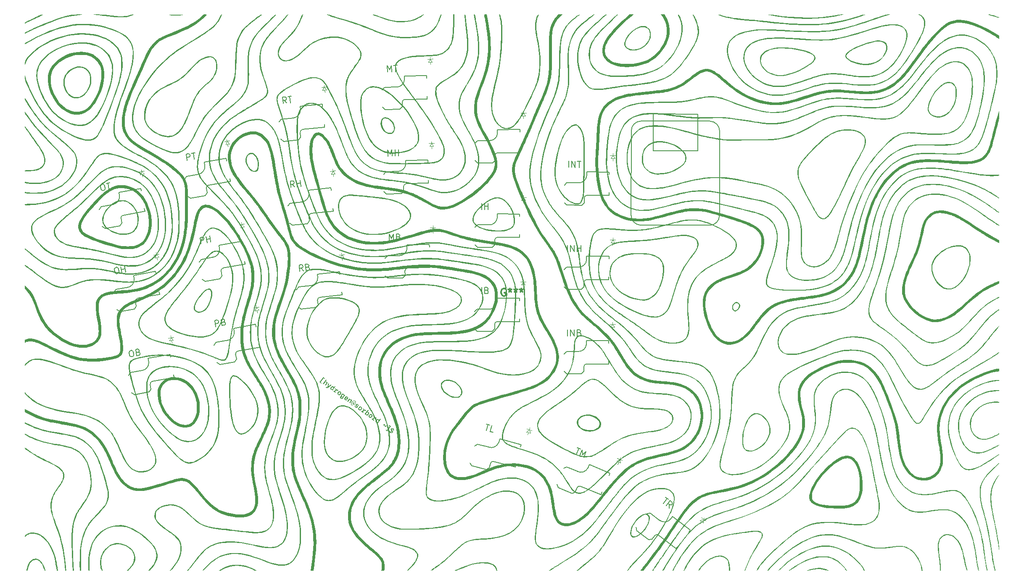
<source format=gbr>
%TF.GenerationSoftware,KiCad,Pcbnew,7.0.7*%
%TF.CreationDate,2024-02-04T11:46:41-06:00*%
%TF.ProjectId,main,6d61696e-2e6b-4696-9361-645f70636258,v1.0.0*%
%TF.SameCoordinates,Original*%
%TF.FileFunction,Legend,Top*%
%TF.FilePolarity,Positive*%
%FSLAX46Y46*%
G04 Gerber Fmt 4.6, Leading zero omitted, Abs format (unit mm)*
G04 Created by KiCad (PCBNEW 7.0.7) date 2024-02-04 11:46:41*
%MOMM*%
%LPD*%
G01*
G04 APERTURE LIST*
%ADD10C,0.200000*%
%ADD11C,0.300000*%
%ADD12C,0.150000*%
%ADD13C,0.100000*%
%ADD14C,0.127000*%
G04 APERTURE END LIST*
D10*
G36*
X126326371Y-122159579D02*
G01*
X125569797Y-123200913D01*
X125920334Y-123455593D01*
X126008768Y-123333873D01*
X125808603Y-123188444D01*
X126388308Y-122390549D01*
X126584719Y-122533250D01*
X126673153Y-122411531D01*
X126326371Y-122159579D01*
G37*
G36*
X126251022Y-123509880D02*
G01*
X126401985Y-123619562D01*
X126656665Y-123269026D01*
X126668445Y-123254066D01*
X126680864Y-123240688D01*
X126693862Y-123228903D01*
X126707379Y-123218721D01*
X126721355Y-123210156D01*
X126735729Y-123203218D01*
X126750442Y-123197919D01*
X126765434Y-123194270D01*
X126780643Y-123192283D01*
X126796011Y-123191971D01*
X126811476Y-123193343D01*
X126826979Y-123196413D01*
X126842460Y-123201190D01*
X126857858Y-123207688D01*
X126873113Y-123215917D01*
X126888165Y-123225890D01*
X126901745Y-123236539D01*
X126913660Y-123247546D01*
X126923912Y-123258916D01*
X126932500Y-123270653D01*
X126939426Y-123282763D01*
X126944690Y-123295249D01*
X126948294Y-123308115D01*
X126950237Y-123321367D01*
X126950521Y-123335009D01*
X126949145Y-123349046D01*
X126946112Y-123363481D01*
X126941422Y-123378319D01*
X126935074Y-123393566D01*
X126927071Y-123409225D01*
X126917413Y-123425300D01*
X126911963Y-123433496D01*
X126906100Y-123441797D01*
X126647400Y-123797866D01*
X126798957Y-123907979D01*
X127084503Y-123514959D01*
X127094175Y-123501198D01*
X127103137Y-123487521D01*
X127111392Y-123473930D01*
X127118938Y-123460432D01*
X127125776Y-123447030D01*
X127131907Y-123433729D01*
X127137332Y-123420534D01*
X127142052Y-123407448D01*
X127146066Y-123394477D01*
X127149375Y-123381624D01*
X127151980Y-123368894D01*
X127153882Y-123356292D01*
X127155081Y-123343822D01*
X127155577Y-123331489D01*
X127155372Y-123319297D01*
X127154465Y-123307250D01*
X127152858Y-123295353D01*
X127150551Y-123283610D01*
X127147544Y-123272026D01*
X127143838Y-123260606D01*
X127139435Y-123249353D01*
X127134333Y-123238272D01*
X127128534Y-123227368D01*
X127122039Y-123216645D01*
X127114847Y-123206108D01*
X127106961Y-123195760D01*
X127098379Y-123185607D01*
X127089103Y-123175653D01*
X127079133Y-123165902D01*
X127068471Y-123156359D01*
X127057115Y-123147029D01*
X127045068Y-123137915D01*
X127036687Y-123132013D01*
X127028255Y-123126449D01*
X127019777Y-123121221D01*
X127011257Y-123116331D01*
X126994114Y-123107565D01*
X126976862Y-123100153D01*
X126959540Y-123094098D01*
X126942183Y-123089402D01*
X126924831Y-123086067D01*
X126907520Y-123084096D01*
X126890289Y-123083492D01*
X126873174Y-123084256D01*
X126856214Y-123086392D01*
X126839445Y-123089903D01*
X126822905Y-123094790D01*
X126806633Y-123101055D01*
X126790664Y-123108703D01*
X126775038Y-123117734D01*
X126766146Y-123111274D01*
X127010489Y-122774965D01*
X126862884Y-122667724D01*
X126251022Y-123509880D01*
G37*
G36*
X126884048Y-124306119D02*
G01*
X126897927Y-124315953D01*
X126911600Y-124325132D01*
X126925087Y-124333655D01*
X126938403Y-124341522D01*
X126951566Y-124348731D01*
X126964592Y-124355282D01*
X126977500Y-124361174D01*
X126990305Y-124366407D01*
X127003025Y-124370980D01*
X127015677Y-124374892D01*
X127028278Y-124378143D01*
X127040845Y-124380731D01*
X127053396Y-124382656D01*
X127065946Y-124383917D01*
X127078514Y-124384514D01*
X127091115Y-124384445D01*
X127103769Y-124383711D01*
X127116490Y-124382310D01*
X127129297Y-124380242D01*
X127142206Y-124377505D01*
X127155235Y-124374100D01*
X127168400Y-124370026D01*
X127181719Y-124365281D01*
X127195209Y-124359866D01*
X127208886Y-124353779D01*
X127222768Y-124347019D01*
X127236871Y-124339587D01*
X127251214Y-124331480D01*
X127265812Y-124322699D01*
X127280683Y-124313243D01*
X127295845Y-124303112D01*
X127311313Y-124292303D01*
X127970475Y-123827169D01*
X127810027Y-123710596D01*
X127333103Y-124083218D01*
X127323816Y-124076471D01*
X127530823Y-123507743D01*
X127363854Y-123386432D01*
X127131965Y-124156867D01*
X127109042Y-124175535D01*
X127099772Y-124182126D01*
X127090493Y-124187748D01*
X127081188Y-124192403D01*
X127071837Y-124196091D01*
X127062423Y-124198813D01*
X127048141Y-124201085D01*
X127033610Y-124201187D01*
X127023754Y-124200050D01*
X127013741Y-124197950D01*
X127003553Y-124194887D01*
X126993170Y-124190863D01*
X126982575Y-124185877D01*
X126971748Y-124179931D01*
X126960672Y-124173025D01*
X126949327Y-124165160D01*
X126941153Y-124159056D01*
X126932304Y-124152227D01*
X126923931Y-124145523D01*
X126916686Y-124139030D01*
X126826673Y-124262923D01*
X126834994Y-124269655D01*
X126843211Y-124275930D01*
X126851145Y-124281891D01*
X126859972Y-124288459D01*
X126869404Y-124295417D01*
X126879149Y-124302552D01*
X126884048Y-124306119D01*
G37*
G36*
X128806642Y-124079946D02*
G01*
X128194780Y-124922103D01*
X128038678Y-124808689D01*
X128114910Y-124703765D01*
X128103449Y-124695439D01*
X128096378Y-124700763D01*
X128081989Y-124710319D01*
X128067291Y-124718418D01*
X128052305Y-124725061D01*
X128037052Y-124730249D01*
X128021554Y-124733984D01*
X128005833Y-124736266D01*
X127989908Y-124737095D01*
X127973803Y-124736474D01*
X127957538Y-124734403D01*
X127941135Y-124730883D01*
X127924616Y-124725915D01*
X127908000Y-124719500D01*
X127891311Y-124711639D01*
X127874570Y-124702333D01*
X127866186Y-124697138D01*
X127857797Y-124691582D01*
X127849406Y-124685666D01*
X127836698Y-124676004D01*
X127824734Y-124666028D01*
X127813515Y-124655746D01*
X127803041Y-124645167D01*
X127793314Y-124634298D01*
X127784335Y-124623149D01*
X127776106Y-124611727D01*
X127768627Y-124600042D01*
X127761901Y-124588100D01*
X127755927Y-124575910D01*
X127750709Y-124563482D01*
X127746245Y-124550822D01*
X127742539Y-124537940D01*
X127739591Y-124524844D01*
X127737403Y-124511541D01*
X127735975Y-124498041D01*
X127735310Y-124484352D01*
X127735350Y-124478608D01*
X127935685Y-124478608D01*
X127936691Y-124493485D01*
X127939331Y-124508046D01*
X127943600Y-124522244D01*
X127949491Y-124536031D01*
X127956999Y-124549360D01*
X127966117Y-124562184D01*
X127976840Y-124574456D01*
X127989162Y-124586128D01*
X128003076Y-124597153D01*
X128017785Y-124606924D01*
X128032614Y-124614978D01*
X128047517Y-124621324D01*
X128062448Y-124625973D01*
X128077361Y-124628934D01*
X128092212Y-124630217D01*
X128106954Y-124629831D01*
X128121542Y-124627788D01*
X128135931Y-124624095D01*
X128150074Y-124618764D01*
X128163927Y-124611804D01*
X128177443Y-124603224D01*
X128190577Y-124593035D01*
X128203283Y-124581246D01*
X128215517Y-124567867D01*
X128227231Y-124552908D01*
X128300304Y-124452331D01*
X128310930Y-124436541D01*
X128319878Y-124420767D01*
X128327154Y-124405052D01*
X128332766Y-124389440D01*
X128336719Y-124373975D01*
X128339021Y-124358700D01*
X128339679Y-124343660D01*
X128338698Y-124328898D01*
X128336086Y-124314458D01*
X128331850Y-124300384D01*
X128325995Y-124286719D01*
X128318529Y-124273507D01*
X128309459Y-124260792D01*
X128298790Y-124248618D01*
X128286530Y-124237028D01*
X128272686Y-124226067D01*
X128257907Y-124216232D01*
X128243016Y-124208096D01*
X128228059Y-124201652D01*
X128213081Y-124196894D01*
X128198125Y-124193816D01*
X128183238Y-124192411D01*
X128168463Y-124192673D01*
X128153847Y-124194596D01*
X128139433Y-124198173D01*
X128125266Y-124203398D01*
X128111392Y-124210265D01*
X128097854Y-124218767D01*
X128084699Y-124228898D01*
X128071971Y-124240652D01*
X128059714Y-124254022D01*
X128047974Y-124269002D01*
X127974900Y-124369579D01*
X127964300Y-124385348D01*
X127955376Y-124401131D01*
X127948121Y-124416881D01*
X127942531Y-124432551D01*
X127938599Y-124448094D01*
X127936319Y-124463462D01*
X127935685Y-124478608D01*
X127735350Y-124478608D01*
X127735407Y-124470481D01*
X127736269Y-124456438D01*
X127737897Y-124442231D01*
X127740292Y-124427867D01*
X127743455Y-124413356D01*
X127747388Y-124398705D01*
X127752091Y-124383923D01*
X127757567Y-124369019D01*
X127763815Y-124354000D01*
X127770838Y-124338875D01*
X127778638Y-124323651D01*
X127787214Y-124308339D01*
X127796568Y-124292945D01*
X127806702Y-124277478D01*
X127817617Y-124261947D01*
X127893848Y-124157023D01*
X127905246Y-124141843D01*
X127916825Y-124127426D01*
X127928574Y-124113773D01*
X127940487Y-124100884D01*
X127952555Y-124088763D01*
X127964770Y-124077409D01*
X127977123Y-124066825D01*
X127989606Y-124057012D01*
X128002211Y-124047971D01*
X128014929Y-124039704D01*
X128027753Y-124032211D01*
X128040673Y-124025495D01*
X128053682Y-124019556D01*
X128066772Y-124014397D01*
X128079933Y-124010018D01*
X128093158Y-124006421D01*
X128106439Y-124003607D01*
X128119766Y-124001578D01*
X128133133Y-124000334D01*
X128146530Y-123999878D01*
X128159949Y-124000211D01*
X128173382Y-124001334D01*
X128186821Y-124003248D01*
X128200256Y-124005955D01*
X128213681Y-124009456D01*
X128227087Y-124013753D01*
X128240465Y-124018847D01*
X128253807Y-124024740D01*
X128267106Y-124031432D01*
X128280351Y-124038925D01*
X128293536Y-124047221D01*
X128306652Y-124056320D01*
X128314729Y-124062371D01*
X128322471Y-124068543D01*
X128336950Y-124081237D01*
X128350076Y-124094374D01*
X128361840Y-124107927D01*
X128372232Y-124121871D01*
X128381240Y-124136176D01*
X128388855Y-124150817D01*
X128395066Y-124165767D01*
X128399863Y-124180998D01*
X128403234Y-124196483D01*
X128405171Y-124212196D01*
X128405662Y-124228109D01*
X128404696Y-124244195D01*
X128402264Y-124260428D01*
X128398355Y-124276779D01*
X128392959Y-124293223D01*
X128404024Y-124301262D01*
X128648367Y-123964953D01*
X128806642Y-124079946D01*
G37*
G36*
X128807904Y-124954564D02*
G01*
X128816894Y-124942624D01*
X128826017Y-124931369D01*
X128835275Y-124920797D01*
X128844667Y-124910911D01*
X128854194Y-124901711D01*
X128863858Y-124893196D01*
X128873658Y-124885367D01*
X128883595Y-124878225D01*
X128893670Y-124871770D01*
X128903883Y-124866002D01*
X128914235Y-124860922D01*
X128924727Y-124856530D01*
X128935359Y-124852826D01*
X128946131Y-124849811D01*
X128957045Y-124847485D01*
X128968101Y-124845849D01*
X128979300Y-124844903D01*
X128990642Y-124844648D01*
X129002127Y-124845083D01*
X129013757Y-124846209D01*
X129025532Y-124848027D01*
X129037453Y-124850537D01*
X129049519Y-124853739D01*
X129061733Y-124857634D01*
X129074094Y-124862221D01*
X129086603Y-124867503D01*
X129099261Y-124873478D01*
X129112068Y-124880147D01*
X129125024Y-124887511D01*
X129138132Y-124895570D01*
X129151390Y-124904324D01*
X129164800Y-124913775D01*
X129174413Y-124921048D01*
X129183974Y-124928842D01*
X129193409Y-124937070D01*
X129202644Y-124945648D01*
X129211606Y-124954491D01*
X129220219Y-124963514D01*
X129228411Y-124972631D01*
X129236107Y-124981757D01*
X129243232Y-124990808D01*
X129249714Y-124999698D01*
X129253641Y-125005493D01*
X129372942Y-124841290D01*
X129366508Y-124832132D01*
X129359024Y-124822763D01*
X129350549Y-124813239D01*
X129343576Y-124806029D01*
X129336103Y-124798788D01*
X129328154Y-124791539D01*
X129319754Y-124784306D01*
X129310926Y-124777113D01*
X129301696Y-124769984D01*
X129295331Y-124765279D01*
X129284593Y-124757709D01*
X129273938Y-124750666D01*
X129263360Y-124744151D01*
X129252855Y-124738165D01*
X129242416Y-124732709D01*
X129232038Y-124727784D01*
X129221717Y-124723391D01*
X129211445Y-124719531D01*
X129201219Y-124716205D01*
X129191031Y-124713415D01*
X129180878Y-124711161D01*
X129170754Y-124709443D01*
X129160652Y-124708264D01*
X129150569Y-124707625D01*
X129140497Y-124707525D01*
X129130433Y-124707967D01*
X129120369Y-124708951D01*
X129110302Y-124710478D01*
X129100225Y-124712550D01*
X129090133Y-124715167D01*
X129080021Y-124718330D01*
X129069883Y-124722041D01*
X129059713Y-124726300D01*
X129049507Y-124731109D01*
X129039259Y-124736468D01*
X129028963Y-124742379D01*
X129018614Y-124748842D01*
X129008207Y-124755858D01*
X128997736Y-124763430D01*
X128987195Y-124771556D01*
X128976579Y-124780240D01*
X128965884Y-124789481D01*
X128942172Y-124772253D01*
X129055873Y-124615757D01*
X128782597Y-124417210D01*
X128701341Y-124529050D01*
X128828593Y-124621504D01*
X128547355Y-125008596D01*
X128431168Y-124924181D01*
X128350486Y-125035230D01*
X128788557Y-125353508D01*
X128869239Y-125242459D01*
X128692193Y-125113827D01*
X128807904Y-124954564D01*
G37*
G36*
X129580359Y-125041433D02*
G01*
X129596397Y-125043115D01*
X129612516Y-125045658D01*
X129628700Y-125049066D01*
X129644936Y-125053340D01*
X129661210Y-125058482D01*
X129677508Y-125064494D01*
X129693817Y-125071377D01*
X129710122Y-125079133D01*
X129726409Y-125087765D01*
X129742665Y-125097274D01*
X129758875Y-125107662D01*
X129775026Y-125118930D01*
X129790751Y-125130821D01*
X129805655Y-125143039D01*
X129819735Y-125155570D01*
X129832988Y-125168401D01*
X129845413Y-125181518D01*
X129857006Y-125194906D01*
X129867766Y-125208553D01*
X129877689Y-125222445D01*
X129886774Y-125236568D01*
X129895018Y-125250908D01*
X129902418Y-125265451D01*
X129908972Y-125280185D01*
X129914678Y-125295094D01*
X129919532Y-125310165D01*
X129923533Y-125325385D01*
X129926679Y-125340740D01*
X129928966Y-125356216D01*
X129930392Y-125371799D01*
X129930954Y-125387476D01*
X129930651Y-125403233D01*
X129929480Y-125419056D01*
X129927439Y-125434931D01*
X129924524Y-125450846D01*
X129920733Y-125466785D01*
X129916064Y-125482735D01*
X129910515Y-125498683D01*
X129904083Y-125514615D01*
X129896766Y-125530517D01*
X129888560Y-125546375D01*
X129879464Y-125562176D01*
X129869476Y-125577905D01*
X129858592Y-125593550D01*
X129790256Y-125687606D01*
X129778727Y-125702810D01*
X129766842Y-125717187D01*
X129754614Y-125730736D01*
X129742057Y-125743455D01*
X129729184Y-125755342D01*
X129716011Y-125766395D01*
X129702550Y-125776613D01*
X129688815Y-125785993D01*
X129674820Y-125794533D01*
X129660579Y-125802233D01*
X129646105Y-125809089D01*
X129631413Y-125815100D01*
X129616516Y-125820264D01*
X129601428Y-125824579D01*
X129586162Y-125828044D01*
X129570734Y-125830656D01*
X129555155Y-125832414D01*
X129539441Y-125833316D01*
X129523605Y-125833359D01*
X129507660Y-125832543D01*
X129491621Y-125830865D01*
X129475501Y-125828323D01*
X129459314Y-125824916D01*
X129443074Y-125820641D01*
X129426795Y-125815497D01*
X129410491Y-125809482D01*
X129394174Y-125802594D01*
X129377860Y-125794831D01*
X129361561Y-125786192D01*
X129345292Y-125776673D01*
X129329067Y-125766275D01*
X129312899Y-125754994D01*
X129297191Y-125743115D01*
X129282303Y-125730908D01*
X129268236Y-125718387D01*
X129254994Y-125705564D01*
X129242579Y-125692453D01*
X129230993Y-125679069D01*
X129220240Y-125665426D01*
X129210321Y-125651536D01*
X129201240Y-125637414D01*
X129192999Y-125623073D01*
X129185600Y-125608528D01*
X129179047Y-125593792D01*
X129173342Y-125578878D01*
X129168487Y-125563802D01*
X129164485Y-125548575D01*
X129161338Y-125533213D01*
X129159050Y-125517728D01*
X129157740Y-125503411D01*
X129336321Y-125503411D01*
X129336734Y-125519771D01*
X129338900Y-125535721D01*
X129342815Y-125551202D01*
X129348478Y-125566160D01*
X129355886Y-125580537D01*
X129365036Y-125594276D01*
X129375925Y-125607321D01*
X129388551Y-125619615D01*
X129402912Y-125631101D01*
X129410578Y-125636406D01*
X129426091Y-125645584D01*
X129441801Y-125652864D01*
X129457654Y-125658262D01*
X129473596Y-125661795D01*
X129489573Y-125663477D01*
X129505532Y-125663325D01*
X129521418Y-125661354D01*
X129537178Y-125657579D01*
X129552758Y-125652017D01*
X129568104Y-125644683D01*
X129583162Y-125635593D01*
X129597878Y-125624763D01*
X129612199Y-125612208D01*
X129619194Y-125605289D01*
X129626070Y-125597944D01*
X129632820Y-125590176D01*
X129639438Y-125581987D01*
X129645916Y-125573378D01*
X129705351Y-125491573D01*
X129711561Y-125482717D01*
X129717326Y-125473864D01*
X129722644Y-125465020D01*
X129727518Y-125456193D01*
X129735932Y-125438612D01*
X129742572Y-125421177D01*
X129747439Y-125403940D01*
X129750538Y-125386956D01*
X129751872Y-125370278D01*
X129751444Y-125353959D01*
X129749258Y-125338055D01*
X129745317Y-125322618D01*
X129739625Y-125307702D01*
X129732185Y-125293361D01*
X129723000Y-125279649D01*
X129712074Y-125266620D01*
X129699411Y-125254326D01*
X129685012Y-125242823D01*
X129677365Y-125237529D01*
X129661890Y-125228359D01*
X129646217Y-125221070D01*
X129630400Y-125215650D01*
X129614492Y-125212086D01*
X129598546Y-125210364D01*
X129582614Y-125210473D01*
X129566751Y-125212399D01*
X129551009Y-125216130D01*
X129535440Y-125221653D01*
X129520099Y-125228955D01*
X129505038Y-125238023D01*
X129490310Y-125248845D01*
X129475968Y-125261408D01*
X129468959Y-125268338D01*
X129462066Y-125275699D01*
X129455296Y-125283489D01*
X129448656Y-125291706D01*
X129442152Y-125300348D01*
X129382717Y-125382153D01*
X129376533Y-125390975D01*
X129370791Y-125399801D01*
X129365491Y-125408623D01*
X129360634Y-125417434D01*
X129352246Y-125434998D01*
X129345623Y-125452434D01*
X129340763Y-125469686D01*
X129337664Y-125486697D01*
X129336321Y-125503411D01*
X129157740Y-125503411D01*
X129157623Y-125502136D01*
X129157058Y-125486448D01*
X129157360Y-125470680D01*
X129158531Y-125454845D01*
X129160573Y-125438957D01*
X129163488Y-125423029D01*
X129167280Y-125407076D01*
X129171951Y-125391110D01*
X129177503Y-125375147D01*
X129183940Y-125359199D01*
X129191263Y-125343281D01*
X129199476Y-125327405D01*
X129208581Y-125311587D01*
X129218580Y-125295839D01*
X129229477Y-125280176D01*
X129297812Y-125186120D01*
X129309329Y-125170935D01*
X129321203Y-125156575D01*
X129333423Y-125143044D01*
X129345972Y-125130342D01*
X129358839Y-125118472D01*
X129372008Y-125107435D01*
X129385466Y-125097233D01*
X129399198Y-125087868D01*
X129413192Y-125079342D01*
X129427433Y-125071656D01*
X129441906Y-125064813D01*
X129456599Y-125058814D01*
X129471497Y-125053661D01*
X129486586Y-125049356D01*
X129501853Y-125045901D01*
X129517283Y-125043297D01*
X129532863Y-125041546D01*
X129548578Y-125040651D01*
X129564415Y-125040613D01*
X129580359Y-125041433D01*
G37*
G36*
X130255211Y-125522297D02*
G01*
X130269029Y-125523728D01*
X130282873Y-125525964D01*
X130296734Y-125529007D01*
X130310605Y-125532859D01*
X130324477Y-125537519D01*
X130338343Y-125542989D01*
X130352195Y-125549270D01*
X130366025Y-125556364D01*
X130379824Y-125564272D01*
X130393586Y-125572994D01*
X130407301Y-125582532D01*
X130415444Y-125588648D01*
X130423274Y-125594932D01*
X130437982Y-125607974D01*
X130451408Y-125621598D01*
X130463534Y-125635746D01*
X130474341Y-125650358D01*
X130483811Y-125665375D01*
X130491925Y-125680737D01*
X130498665Y-125696385D01*
X130504013Y-125712260D01*
X130507950Y-125728302D01*
X130510458Y-125744452D01*
X130511519Y-125760651D01*
X130511113Y-125776839D01*
X130509224Y-125792957D01*
X130505832Y-125808946D01*
X130500920Y-125824746D01*
X130511985Y-125832786D01*
X130587642Y-125728652D01*
X130736433Y-125836755D01*
X130293543Y-126446340D01*
X130283661Y-126459266D01*
X130273376Y-126471406D01*
X130262702Y-126482759D01*
X130251649Y-126493324D01*
X130240231Y-126503101D01*
X130228459Y-126512090D01*
X130216346Y-126520288D01*
X130203904Y-126527697D01*
X130191144Y-126534315D01*
X130178080Y-126540141D01*
X130164723Y-126545176D01*
X130151085Y-126549418D01*
X130137179Y-126552867D01*
X130123017Y-126555523D01*
X130108610Y-126557384D01*
X130093972Y-126558450D01*
X130079114Y-126558720D01*
X130064048Y-126558194D01*
X130048787Y-126556871D01*
X130033342Y-126554751D01*
X130017727Y-126551833D01*
X130001952Y-126548116D01*
X129986031Y-126543600D01*
X129969975Y-126538284D01*
X129953797Y-126532167D01*
X129937508Y-126525249D01*
X129921122Y-126517530D01*
X129904649Y-126509008D01*
X129888103Y-126499683D01*
X129871495Y-126489555D01*
X129854837Y-126478622D01*
X129838143Y-126466885D01*
X129823626Y-126456040D01*
X129809720Y-126445045D01*
X129796426Y-126433910D01*
X129783749Y-126422645D01*
X129771693Y-126411260D01*
X129760261Y-126399765D01*
X129749456Y-126388169D01*
X129739283Y-126376483D01*
X129729745Y-126364716D01*
X129720845Y-126352877D01*
X129712588Y-126340978D01*
X129704976Y-126329027D01*
X129698014Y-126317035D01*
X129691705Y-126305011D01*
X129686053Y-126292965D01*
X129681062Y-126280907D01*
X129676734Y-126268847D01*
X129673074Y-126256794D01*
X129670086Y-126244759D01*
X129667773Y-126232751D01*
X129666138Y-126220780D01*
X129665185Y-126208856D01*
X129664919Y-126196989D01*
X129665341Y-126185189D01*
X129666457Y-126173465D01*
X129668270Y-126161827D01*
X129670784Y-126150285D01*
X129674001Y-126138850D01*
X129677926Y-126127530D01*
X129682563Y-126116335D01*
X129687915Y-126105276D01*
X129693985Y-126094362D01*
X129841589Y-126201603D01*
X129838800Y-126210575D01*
X129836710Y-126224525D01*
X129837080Y-126238956D01*
X129838663Y-126248786D01*
X129841295Y-126258741D01*
X129844958Y-126268785D01*
X129849633Y-126278885D01*
X129855303Y-126289002D01*
X129861950Y-126299103D01*
X129869555Y-126309152D01*
X129878102Y-126319112D01*
X129887572Y-126328949D01*
X129897946Y-126338626D01*
X129909208Y-126348109D01*
X129921339Y-126357361D01*
X129937677Y-126368521D01*
X129953707Y-126378042D01*
X129969420Y-126385925D01*
X129984804Y-126392169D01*
X129999851Y-126396772D01*
X130014547Y-126399735D01*
X130028885Y-126401057D01*
X130042851Y-126400737D01*
X130056437Y-126398774D01*
X130069631Y-126395168D01*
X130082422Y-126389919D01*
X130094801Y-126383025D01*
X130106757Y-126374486D01*
X130118278Y-126364302D01*
X130129355Y-126352472D01*
X130139976Y-126338994D01*
X130227262Y-126218855D01*
X130215604Y-126210385D01*
X130209071Y-126215358D01*
X130195415Y-126224244D01*
X130181033Y-126231716D01*
X130165996Y-126237775D01*
X130150377Y-126242419D01*
X130134246Y-126245649D01*
X130117677Y-126247464D01*
X130100741Y-126247863D01*
X130083510Y-126246847D01*
X130066055Y-126244415D01*
X130048450Y-126240566D01*
X130030765Y-126235301D01*
X130013073Y-126228618D01*
X129995445Y-126220518D01*
X129986678Y-126215936D01*
X129977953Y-126210999D01*
X129969281Y-126205708D01*
X129960671Y-126200063D01*
X129952130Y-126194062D01*
X129939331Y-126184329D01*
X129927278Y-126174274D01*
X129915973Y-126163906D01*
X129905415Y-126153235D01*
X129895606Y-126142269D01*
X129886547Y-126131019D01*
X129878240Y-126119493D01*
X129870685Y-126107700D01*
X129863884Y-126095649D01*
X129857837Y-126083351D01*
X129852546Y-126070813D01*
X129848012Y-126058046D01*
X129844236Y-126045058D01*
X129841219Y-126031859D01*
X129838962Y-126018457D01*
X129837466Y-126004863D01*
X129836733Y-125991085D01*
X129836744Y-125985801D01*
X130038294Y-125985801D01*
X130039533Y-126000836D01*
X130042403Y-126015573D01*
X130046896Y-126029959D01*
X130053001Y-126043938D01*
X130060711Y-126057456D01*
X130070016Y-126070457D01*
X130080908Y-126082888D01*
X130093378Y-126094693D01*
X130107416Y-126105819D01*
X130122440Y-126115808D01*
X130137612Y-126124086D01*
X130152879Y-126130661D01*
X130168188Y-126135542D01*
X130183484Y-126138739D01*
X130198713Y-126140261D01*
X130213822Y-126140117D01*
X130228757Y-126138315D01*
X130243463Y-126134865D01*
X130257887Y-126129776D01*
X130271975Y-126123056D01*
X130285673Y-126114716D01*
X130298927Y-126104763D01*
X130311684Y-126093208D01*
X130323889Y-126080059D01*
X130335488Y-126065324D01*
X130399373Y-125977394D01*
X130409826Y-125961777D01*
X130418577Y-125946082D01*
X130425637Y-125930362D01*
X130431014Y-125914671D01*
X130434717Y-125899062D01*
X130436753Y-125883588D01*
X130437132Y-125868302D01*
X130435863Y-125853257D01*
X130432955Y-125838507D01*
X130428415Y-125824105D01*
X130422252Y-125810103D01*
X130414476Y-125796556D01*
X130405095Y-125783516D01*
X130394117Y-125771036D01*
X130381552Y-125759170D01*
X130367408Y-125747971D01*
X130352486Y-125738062D01*
X130337396Y-125729863D01*
X130322195Y-125723363D01*
X130306938Y-125718553D01*
X130291682Y-125715421D01*
X130276483Y-125713959D01*
X130261396Y-125714155D01*
X130246478Y-125716000D01*
X130231785Y-125719484D01*
X130217372Y-125724596D01*
X130203297Y-125731327D01*
X130189613Y-125739665D01*
X130176379Y-125749601D01*
X130163650Y-125761126D01*
X130151481Y-125774227D01*
X130139929Y-125788897D01*
X130076044Y-125876827D01*
X130065615Y-125892412D01*
X130056880Y-125908082D01*
X130049829Y-125923783D01*
X130044454Y-125939460D01*
X130040746Y-125955058D01*
X130038696Y-125970524D01*
X130038294Y-125985801D01*
X129836744Y-125985801D01*
X129836763Y-125977132D01*
X129837558Y-125963014D01*
X129839118Y-125948740D01*
X129841446Y-125934319D01*
X129844541Y-125919760D01*
X129848405Y-125905072D01*
X129853039Y-125890266D01*
X129858444Y-125875349D01*
X129864622Y-125860331D01*
X129871573Y-125845222D01*
X129879299Y-125830030D01*
X129887801Y-125814765D01*
X129897079Y-125799435D01*
X129907135Y-125784051D01*
X129917970Y-125768621D01*
X129985013Y-125676344D01*
X129996458Y-125661118D01*
X130008095Y-125646674D01*
X130019917Y-125633013D01*
X130031916Y-125620136D01*
X130044083Y-125608045D01*
X130056411Y-125596740D01*
X130068892Y-125586222D01*
X130081518Y-125576493D01*
X130094280Y-125567554D01*
X130107172Y-125559405D01*
X130120184Y-125552049D01*
X130133309Y-125545486D01*
X130146540Y-125539717D01*
X130159867Y-125534744D01*
X130173284Y-125530567D01*
X130186782Y-125527188D01*
X130200353Y-125524607D01*
X130213989Y-125522827D01*
X130227683Y-125521848D01*
X130241426Y-125521671D01*
X130255211Y-125522297D01*
G37*
G36*
X130993198Y-126067953D02*
G01*
X131009080Y-126069567D01*
X131025024Y-126072012D01*
X131041011Y-126075291D01*
X131057026Y-126079407D01*
X131073052Y-126084360D01*
X131089070Y-126090153D01*
X131105065Y-126096788D01*
X131121019Y-126104268D01*
X131136915Y-126112594D01*
X131152737Y-126121769D01*
X131168467Y-126131795D01*
X131184087Y-126142673D01*
X131198826Y-126153854D01*
X131212770Y-126165394D01*
X131225919Y-126177279D01*
X131238270Y-126189494D01*
X131249821Y-126202023D01*
X131260571Y-126214853D01*
X131270518Y-126227968D01*
X131279660Y-126241353D01*
X131287995Y-126254993D01*
X131295521Y-126268874D01*
X131302237Y-126282980D01*
X131308140Y-126297297D01*
X131313229Y-126311810D01*
X131317502Y-126326504D01*
X131320957Y-126341364D01*
X131323593Y-126356375D01*
X131325406Y-126371522D01*
X131326396Y-126386791D01*
X131326561Y-126402166D01*
X131325899Y-126417633D01*
X131324408Y-126433176D01*
X131322086Y-126448782D01*
X131318931Y-126464434D01*
X131314941Y-126480118D01*
X131310115Y-126495820D01*
X131304451Y-126511524D01*
X131297947Y-126527216D01*
X131290601Y-126542880D01*
X131282411Y-126558501D01*
X131273376Y-126574066D01*
X131263493Y-126589558D01*
X131252761Y-126604964D01*
X131191747Y-126688942D01*
X130798529Y-126403253D01*
X130774411Y-126436449D01*
X130764401Y-126451485D01*
X130756062Y-126466689D01*
X130749384Y-126482001D01*
X130744357Y-126497358D01*
X130740972Y-126512701D01*
X130739220Y-126527967D01*
X130739091Y-126543095D01*
X130740575Y-126558024D01*
X130743664Y-126572693D01*
X130748347Y-126587040D01*
X130754616Y-126601005D01*
X130762461Y-126614526D01*
X130771872Y-126627541D01*
X130782840Y-126639990D01*
X130795356Y-126651811D01*
X130809410Y-126662944D01*
X130820897Y-126670800D01*
X130832503Y-126677787D01*
X130844175Y-126683901D01*
X130855861Y-126689140D01*
X130867510Y-126693501D01*
X130879068Y-126696980D01*
X130890486Y-126699576D01*
X130901710Y-126701285D01*
X130912688Y-126702105D01*
X130923369Y-126702032D01*
X130933701Y-126701065D01*
X130943632Y-126699200D01*
X130953110Y-126696434D01*
X130966364Y-126690591D01*
X130978306Y-126682705D01*
X131120970Y-126786357D01*
X131112226Y-126795317D01*
X131103073Y-126803689D01*
X131093529Y-126811473D01*
X131083611Y-126818670D01*
X131073337Y-126825279D01*
X131062724Y-126831299D01*
X131051788Y-126836731D01*
X131040549Y-126841575D01*
X131029023Y-126845829D01*
X131017227Y-126849495D01*
X131005179Y-126852572D01*
X130992897Y-126855059D01*
X130980397Y-126856957D01*
X130967697Y-126858265D01*
X130954814Y-126858983D01*
X130941767Y-126859111D01*
X130928571Y-126858649D01*
X130915245Y-126857596D01*
X130901806Y-126855952D01*
X130888272Y-126853718D01*
X130874659Y-126850892D01*
X130860985Y-126847476D01*
X130847268Y-126843468D01*
X130833525Y-126838868D01*
X130819773Y-126833676D01*
X130806030Y-126827892D01*
X130792313Y-126821516D01*
X130778639Y-126814548D01*
X130765026Y-126806987D01*
X130751492Y-126798833D01*
X130738053Y-126790087D01*
X130724727Y-126780747D01*
X130708507Y-126768518D01*
X130693158Y-126756037D01*
X130678680Y-126743312D01*
X130665074Y-126730352D01*
X130652341Y-126717163D01*
X130640484Y-126703756D01*
X130629503Y-126690137D01*
X130619399Y-126676315D01*
X130610174Y-126662298D01*
X130601829Y-126648095D01*
X130594365Y-126633713D01*
X130587784Y-126619162D01*
X130582086Y-126604448D01*
X130577274Y-126589581D01*
X130573347Y-126574568D01*
X130570309Y-126559418D01*
X130568159Y-126544140D01*
X130566900Y-126528740D01*
X130566531Y-126513228D01*
X130567056Y-126497611D01*
X130568474Y-126481899D01*
X130570788Y-126466098D01*
X130573998Y-126450218D01*
X130578106Y-126434266D01*
X130583113Y-126418251D01*
X130589020Y-126402181D01*
X130595829Y-126386064D01*
X130603541Y-126369909D01*
X130612156Y-126353723D01*
X130621678Y-126337515D01*
X130632105Y-126321294D01*
X130642487Y-126306431D01*
X130868875Y-126306431D01*
X131116068Y-126486027D01*
X131127140Y-126469681D01*
X131136561Y-126453420D01*
X131144333Y-126437286D01*
X131150458Y-126421320D01*
X131154938Y-126405563D01*
X131157774Y-126390057D01*
X131158970Y-126374843D01*
X131158526Y-126359962D01*
X131156445Y-126345454D01*
X131152728Y-126331362D01*
X131147378Y-126317727D01*
X131140395Y-126304589D01*
X131131784Y-126291990D01*
X131121544Y-126279971D01*
X131109678Y-126268573D01*
X131096189Y-126257838D01*
X131088797Y-126252703D01*
X131073920Y-126243754D01*
X131058951Y-126236562D01*
X131043932Y-126231115D01*
X131028904Y-126227405D01*
X131013909Y-126225422D01*
X130998988Y-126225156D01*
X130984182Y-126226598D01*
X130969534Y-126229738D01*
X130955085Y-126234565D01*
X130940876Y-126241072D01*
X130926948Y-126249247D01*
X130913344Y-126259082D01*
X130900105Y-126270566D01*
X130887272Y-126283690D01*
X130874887Y-126298445D01*
X130868875Y-126306431D01*
X130642487Y-126306431D01*
X130643441Y-126305066D01*
X130714648Y-126207058D01*
X130725729Y-126192484D01*
X130737212Y-126178699D01*
X130749080Y-126165706D01*
X130761316Y-126153506D01*
X130773902Y-126142102D01*
X130786821Y-126131495D01*
X130800058Y-126121689D01*
X130813594Y-126112684D01*
X130827412Y-126104483D01*
X130841496Y-126097089D01*
X130855829Y-126090503D01*
X130870393Y-126084727D01*
X130885171Y-126079764D01*
X130900148Y-126075616D01*
X130915304Y-126072284D01*
X130930624Y-126069772D01*
X130946091Y-126068080D01*
X130961686Y-126067212D01*
X130977395Y-126067169D01*
X130993198Y-126067953D01*
G37*
G36*
X131149639Y-127068934D02*
G01*
X131300603Y-127178616D01*
X131556431Y-126826499D01*
X131568294Y-126811401D01*
X131580748Y-126797901D01*
X131593736Y-126786006D01*
X131607199Y-126775724D01*
X131621080Y-126767064D01*
X131635321Y-126760033D01*
X131649863Y-126754639D01*
X131664649Y-126750891D01*
X131679622Y-126748795D01*
X131694722Y-126748359D01*
X131709893Y-126749593D01*
X131725075Y-126752503D01*
X131740212Y-126757097D01*
X131755246Y-126763384D01*
X131770117Y-126771371D01*
X131784770Y-126781066D01*
X131798341Y-126791689D01*
X131810233Y-126802623D01*
X131820447Y-126813881D01*
X131828985Y-126825474D01*
X131835851Y-126837416D01*
X131841045Y-126849718D01*
X131844570Y-126862392D01*
X131846428Y-126875451D01*
X131846622Y-126888906D01*
X131845153Y-126902771D01*
X131842024Y-126917057D01*
X131837238Y-126931776D01*
X131830795Y-126946941D01*
X131822699Y-126962564D01*
X131812951Y-126978657D01*
X131807459Y-126986884D01*
X131801554Y-126995232D01*
X131541276Y-127353475D01*
X131692635Y-127463444D01*
X131979042Y-127069239D01*
X131988822Y-127055342D01*
X131997893Y-127041553D01*
X132006256Y-127027874D01*
X132013911Y-127014308D01*
X132020858Y-127000858D01*
X132027096Y-126987528D01*
X132032627Y-126974321D01*
X132037451Y-126961239D01*
X132041567Y-126948286D01*
X132044976Y-126935464D01*
X132047678Y-126922778D01*
X132049673Y-126910229D01*
X132050962Y-126897821D01*
X132051544Y-126885557D01*
X132051421Y-126873441D01*
X132050591Y-126861474D01*
X132049056Y-126849661D01*
X132046815Y-126838005D01*
X132043869Y-126826507D01*
X132040218Y-126815172D01*
X132035862Y-126804003D01*
X132030801Y-126793002D01*
X132025035Y-126782174D01*
X132018566Y-126771519D01*
X132011392Y-126761043D01*
X132003514Y-126750748D01*
X131994932Y-126740636D01*
X131985647Y-126730712D01*
X131975659Y-126720978D01*
X131964967Y-126711437D01*
X131953573Y-126702093D01*
X131941475Y-126692948D01*
X131933209Y-126687127D01*
X131924899Y-126681644D01*
X131916550Y-126676498D01*
X131899750Y-126667220D01*
X131882837Y-126659294D01*
X131865842Y-126652720D01*
X131848797Y-126647499D01*
X131831730Y-126643631D01*
X131814673Y-126641119D01*
X131797655Y-126639962D01*
X131780708Y-126640162D01*
X131763861Y-126641719D01*
X131747144Y-126644634D01*
X131730589Y-126648908D01*
X131714226Y-126654541D01*
X131698085Y-126661535D01*
X131682195Y-126669891D01*
X131674355Y-126674579D01*
X131665068Y-126667832D01*
X131739433Y-126565477D01*
X131592816Y-126458954D01*
X131149639Y-127068934D01*
G37*
G36*
X132064900Y-127907201D02*
G01*
X132073758Y-127913490D01*
X132082880Y-127919687D01*
X132092209Y-127925761D01*
X132101686Y-127931683D01*
X132111255Y-127937423D01*
X132120857Y-127942953D01*
X132130435Y-127948242D01*
X132139931Y-127953261D01*
X132149287Y-127957981D01*
X132158446Y-127962371D01*
X132167350Y-127966403D01*
X132180101Y-127971713D01*
X132191954Y-127976050D01*
X132202714Y-127979315D01*
X132206024Y-127980147D01*
X132265028Y-127898935D01*
X132252975Y-127895563D01*
X132242661Y-127891729D01*
X132231399Y-127886863D01*
X132219320Y-127881041D01*
X132206554Y-127874339D01*
X132197727Y-127869422D01*
X132188692Y-127864171D01*
X132179487Y-127858609D01*
X132170151Y-127852759D01*
X132160723Y-127846644D01*
X132151241Y-127840287D01*
X132141745Y-127833710D01*
X132132272Y-127826937D01*
X132116763Y-127815206D01*
X132102283Y-127803288D01*
X132088832Y-127791171D01*
X132076412Y-127778842D01*
X132065022Y-127766290D01*
X132054663Y-127753501D01*
X132045336Y-127740464D01*
X132037041Y-127727165D01*
X132029778Y-127713593D01*
X132023548Y-127699734D01*
X132018351Y-127685577D01*
X132014189Y-127671109D01*
X132011060Y-127656318D01*
X132008967Y-127641191D01*
X132007908Y-127625715D01*
X132007885Y-127609879D01*
X132008899Y-127593670D01*
X132010949Y-127577075D01*
X132014036Y-127560082D01*
X132018161Y-127542679D01*
X132023324Y-127524853D01*
X132029525Y-127506592D01*
X132036765Y-127487883D01*
X132045044Y-127468713D01*
X132054364Y-127449072D01*
X132064724Y-127428945D01*
X132076124Y-127408320D01*
X132088566Y-127387186D01*
X132102050Y-127365530D01*
X132116575Y-127343339D01*
X132132144Y-127320600D01*
X132148755Y-127297302D01*
X132192973Y-127236443D01*
X132209717Y-127213782D01*
X132226204Y-127192258D01*
X132242445Y-127171863D01*
X132258452Y-127152594D01*
X132274238Y-127134444D01*
X132289815Y-127117408D01*
X132305195Y-127101480D01*
X132320389Y-127086656D01*
X132335412Y-127072930D01*
X132350273Y-127060295D01*
X132364987Y-127048748D01*
X132379564Y-127038282D01*
X132394017Y-127028893D01*
X132408358Y-127020574D01*
X132422600Y-127013320D01*
X132436754Y-127007126D01*
X132450833Y-127001987D01*
X132464849Y-126997896D01*
X132478813Y-126994850D01*
X132492740Y-126992841D01*
X132506639Y-126991865D01*
X132520524Y-126991916D01*
X132534407Y-126992990D01*
X132548299Y-126995079D01*
X132562214Y-126998180D01*
X132576163Y-127002287D01*
X132590158Y-127007393D01*
X132604212Y-127013495D01*
X132618337Y-127020586D01*
X132632544Y-127028661D01*
X132646847Y-127037715D01*
X132661257Y-127047741D01*
X132674516Y-127057784D01*
X132686911Y-127068025D01*
X132698443Y-127078471D01*
X132709110Y-127089130D01*
X132718911Y-127100008D01*
X132727845Y-127111113D01*
X132735912Y-127122453D01*
X132743111Y-127134034D01*
X132749441Y-127145863D01*
X132754901Y-127157948D01*
X132759489Y-127170296D01*
X132763206Y-127182915D01*
X132766051Y-127195810D01*
X132768022Y-127208991D01*
X132769118Y-127222463D01*
X132769339Y-127236235D01*
X132768684Y-127250312D01*
X132767152Y-127264703D01*
X132764742Y-127279415D01*
X132761453Y-127294455D01*
X132757285Y-127309830D01*
X132752236Y-127325547D01*
X132746305Y-127341614D01*
X132739493Y-127358038D01*
X132731797Y-127374825D01*
X132723217Y-127391984D01*
X132713753Y-127409522D01*
X132703402Y-127427445D01*
X132692165Y-127445760D01*
X132680040Y-127464476D01*
X132667027Y-127483599D01*
X132653125Y-127503137D01*
X132551483Y-127643035D01*
X132542594Y-127654310D01*
X132533723Y-127663573D01*
X132524792Y-127670829D01*
X132515723Y-127676083D01*
X132506438Y-127679338D01*
X132493586Y-127680580D01*
X132483493Y-127679191D01*
X132472924Y-127675821D01*
X132461802Y-127670472D01*
X132450047Y-127663149D01*
X132445975Y-127660271D01*
X132369703Y-127604856D01*
X132545279Y-127363195D01*
X132551242Y-127354357D01*
X132556317Y-127345500D01*
X132560509Y-127336657D01*
X132565144Y-127323490D01*
X132567806Y-127310540D01*
X132568502Y-127297918D01*
X132567242Y-127285734D01*
X132564034Y-127274099D01*
X132558888Y-127263124D01*
X132551812Y-127252921D01*
X132542816Y-127243600D01*
X132535756Y-127237931D01*
X132524366Y-127230864D01*
X132512615Y-127225882D01*
X132500620Y-127222966D01*
X132488498Y-127222096D01*
X132476367Y-127223252D01*
X132464342Y-127226416D01*
X132452542Y-127231568D01*
X132441084Y-127238688D01*
X132430084Y-127247758D01*
X132423063Y-127254877D01*
X132416333Y-127262848D01*
X132413087Y-127267152D01*
X132238372Y-127507627D01*
X132232520Y-127516386D01*
X132227611Y-127525224D01*
X132222006Y-127538554D01*
X132218494Y-127551860D01*
X132217058Y-127565022D01*
X132217681Y-127577919D01*
X132220345Y-127590427D01*
X132225032Y-127602426D01*
X132231725Y-127613793D01*
X132240406Y-127624408D01*
X132251059Y-127634148D01*
X132255044Y-127637179D01*
X132409960Y-127749732D01*
X132425202Y-127759889D01*
X132440456Y-127768237D01*
X132455698Y-127774778D01*
X132470905Y-127779516D01*
X132486052Y-127782453D01*
X132501116Y-127783594D01*
X132516072Y-127782942D01*
X132530895Y-127780500D01*
X132545563Y-127776271D01*
X132560051Y-127770259D01*
X132574335Y-127762466D01*
X132588391Y-127752897D01*
X132602194Y-127741554D01*
X132615721Y-127728441D01*
X132622374Y-127721222D01*
X132628948Y-127713561D01*
X132635441Y-127705459D01*
X132641851Y-127696917D01*
X132752394Y-127544768D01*
X132768492Y-127521998D01*
X132783488Y-127499517D01*
X132797385Y-127477328D01*
X132810181Y-127455429D01*
X132821878Y-127433823D01*
X132832477Y-127412510D01*
X132841977Y-127391490D01*
X132850380Y-127370764D01*
X132857685Y-127350333D01*
X132863895Y-127330198D01*
X132869008Y-127310359D01*
X132873027Y-127290817D01*
X132875951Y-127271572D01*
X132877780Y-127252626D01*
X132878517Y-127233980D01*
X132878160Y-127215633D01*
X132876712Y-127197587D01*
X132874172Y-127179842D01*
X132870540Y-127162398D01*
X132865818Y-127145258D01*
X132860007Y-127128421D01*
X132853106Y-127111888D01*
X132845116Y-127095660D01*
X132836039Y-127079737D01*
X132825874Y-127064121D01*
X132814622Y-127048811D01*
X132802284Y-127033809D01*
X132788860Y-127019116D01*
X132774350Y-127004731D01*
X132758757Y-126990656D01*
X132742079Y-126976892D01*
X132724318Y-126963438D01*
X132704991Y-126950023D01*
X132685687Y-126937881D01*
X132666404Y-126927014D01*
X132647138Y-126917423D01*
X132627887Y-126909110D01*
X132608647Y-126902077D01*
X132589417Y-126896326D01*
X132570193Y-126891858D01*
X132550971Y-126888674D01*
X132531751Y-126886777D01*
X132512527Y-126886168D01*
X132493298Y-126886849D01*
X132474061Y-126888822D01*
X132454813Y-126892087D01*
X132435550Y-126896648D01*
X132416271Y-126902505D01*
X132396972Y-126909660D01*
X132377650Y-126918115D01*
X132358303Y-126927871D01*
X132338927Y-126938931D01*
X132319520Y-126951295D01*
X132300079Y-126964967D01*
X132280601Y-126979946D01*
X132261083Y-126996235D01*
X132241522Y-127013836D01*
X132221916Y-127032750D01*
X132202261Y-127052979D01*
X132182554Y-127074524D01*
X132162794Y-127097388D01*
X132142976Y-127121571D01*
X132123098Y-127147077D01*
X132103157Y-127173905D01*
X132051762Y-127244645D01*
X132032583Y-127271683D01*
X132014670Y-127298264D01*
X131998023Y-127324393D01*
X131982641Y-127350075D01*
X131968524Y-127375315D01*
X131955673Y-127400117D01*
X131944086Y-127424486D01*
X131933763Y-127448427D01*
X131924705Y-127471945D01*
X131916912Y-127495045D01*
X131910382Y-127517731D01*
X131905116Y-127540009D01*
X131901114Y-127561883D01*
X131898375Y-127583358D01*
X131896899Y-127604439D01*
X131896687Y-127625131D01*
X131897737Y-127645438D01*
X131900050Y-127665366D01*
X131903625Y-127684919D01*
X131908463Y-127704101D01*
X131914563Y-127722919D01*
X131921924Y-127741377D01*
X131930547Y-127759479D01*
X131940432Y-127777231D01*
X131951578Y-127794636D01*
X131963985Y-127811701D01*
X131977653Y-127828430D01*
X131992582Y-127844827D01*
X132008771Y-127860898D01*
X132026221Y-127876648D01*
X132044930Y-127892080D01*
X132064900Y-127907201D01*
G37*
G36*
X132887204Y-127671696D02*
G01*
X132881054Y-127680519D01*
X132875388Y-127689390D01*
X132870207Y-127698309D01*
X132865511Y-127707274D01*
X132861299Y-127716286D01*
X132857571Y-127725343D01*
X132851566Y-127743596D01*
X132847496Y-127762027D01*
X132845358Y-127780635D01*
X132845151Y-127799415D01*
X132846873Y-127818364D01*
X132850523Y-127837480D01*
X132853071Y-127847099D01*
X132856100Y-127856758D01*
X132859610Y-127866457D01*
X132863602Y-127876195D01*
X132868074Y-127885972D01*
X132873026Y-127895788D01*
X132878459Y-127905642D01*
X132884372Y-127915534D01*
X132890766Y-127925463D01*
X132897639Y-127935429D01*
X132904992Y-127945431D01*
X132912824Y-127955470D01*
X132921135Y-127965544D01*
X132929926Y-127975653D01*
X133007146Y-128061344D01*
X133016800Y-128072375D01*
X133025453Y-128082812D01*
X133033117Y-128092695D01*
X133039803Y-128102066D01*
X133045520Y-128110966D01*
X133052305Y-128123520D01*
X133056970Y-128135242D01*
X133059552Y-128146272D01*
X133060087Y-128156745D01*
X133058609Y-128166800D01*
X133055156Y-128176576D01*
X133049762Y-128186209D01*
X133047539Y-128189412D01*
X133038626Y-128199508D01*
X133028284Y-128207346D01*
X133016643Y-128212931D01*
X133003830Y-128216265D01*
X132989975Y-128217353D01*
X132975205Y-128216199D01*
X132964915Y-128214186D01*
X132954313Y-128211179D01*
X132943438Y-128207179D01*
X132932328Y-128202188D01*
X132921022Y-128196207D01*
X132909556Y-128189236D01*
X132897971Y-128181277D01*
X132886610Y-128172611D01*
X132876170Y-128163795D01*
X132866661Y-128154846D01*
X132858092Y-128145780D01*
X132850473Y-128136613D01*
X132843811Y-128127361D01*
X132838118Y-128118040D01*
X132833400Y-128108665D01*
X132829669Y-128099253D01*
X132826933Y-128089820D01*
X132824714Y-128075665D01*
X132824786Y-128061551D01*
X132827180Y-128047534D01*
X132831926Y-128033666D01*
X132682740Y-127925276D01*
X132676084Y-127936614D01*
X132670142Y-127948041D01*
X132664911Y-127959550D01*
X132660391Y-127971134D01*
X132656577Y-127982784D01*
X132653467Y-127994495D01*
X132651059Y-128006257D01*
X132649350Y-128018065D01*
X132648338Y-128029910D01*
X132648020Y-128041786D01*
X132648393Y-128053685D01*
X132649455Y-128065600D01*
X132651203Y-128077523D01*
X132653634Y-128089447D01*
X132656747Y-128101364D01*
X132660539Y-128113268D01*
X132665006Y-128125151D01*
X132670147Y-128137006D01*
X132675958Y-128148825D01*
X132682438Y-128160601D01*
X132689583Y-128172327D01*
X132697392Y-128183995D01*
X132705861Y-128195597D01*
X132714988Y-128207128D01*
X132724770Y-128218579D01*
X132735206Y-128229942D01*
X132746291Y-128241212D01*
X132758024Y-128252379D01*
X132770403Y-128263438D01*
X132783423Y-128274380D01*
X132797084Y-128285198D01*
X132811382Y-128295885D01*
X132826252Y-128306341D01*
X132841103Y-128316093D01*
X132855922Y-128325142D01*
X132870698Y-128333488D01*
X132885417Y-128341132D01*
X132900069Y-128348073D01*
X132914641Y-128354312D01*
X132929120Y-128359850D01*
X132943494Y-128364686D01*
X132957751Y-128368821D01*
X132971880Y-128372255D01*
X132985867Y-128374989D01*
X132999700Y-128377023D01*
X133013368Y-128378357D01*
X133026858Y-128378991D01*
X133040157Y-128378926D01*
X133053254Y-128378162D01*
X133066137Y-128376699D01*
X133078793Y-128374538D01*
X133091209Y-128371679D01*
X133103375Y-128368122D01*
X133115276Y-128363868D01*
X133126903Y-128358917D01*
X133138241Y-128353268D01*
X133149279Y-128346924D01*
X133160005Y-128339882D01*
X133170406Y-128332145D01*
X133180471Y-128323713D01*
X133190186Y-128314585D01*
X133199541Y-128304762D01*
X133208521Y-128294244D01*
X133217117Y-128283031D01*
X133223196Y-128274326D01*
X133228782Y-128265619D01*
X133233875Y-128256907D01*
X133238472Y-128248185D01*
X133246180Y-128230695D01*
X133251900Y-128213114D01*
X133255624Y-128195409D01*
X133257346Y-128177546D01*
X133257061Y-128159489D01*
X133254761Y-128141204D01*
X133250440Y-128122658D01*
X133247520Y-128113275D01*
X133244092Y-128103815D01*
X133240156Y-128094272D01*
X133235710Y-128084642D01*
X133230754Y-128074921D01*
X133225288Y-128065104D01*
X133219309Y-128055187D01*
X133212819Y-128045167D01*
X133205814Y-128035038D01*
X133198296Y-128024796D01*
X133190263Y-128014438D01*
X133181714Y-128003958D01*
X133172649Y-127993352D01*
X133163066Y-127982617D01*
X133082684Y-127894630D01*
X133073676Y-127884488D01*
X133065591Y-127874723D01*
X133058424Y-127865318D01*
X133052167Y-127856254D01*
X133046812Y-127847516D01*
X133040458Y-127834981D01*
X133036096Y-127823082D01*
X133033702Y-127811761D01*
X133033252Y-127800960D01*
X133034722Y-127790623D01*
X133038090Y-127780690D01*
X133043329Y-127771106D01*
X133045488Y-127767978D01*
X133054138Y-127758154D01*
X133064168Y-127750466D01*
X133075437Y-127744910D01*
X133087806Y-127741484D01*
X133101136Y-127740185D01*
X133115286Y-127741009D01*
X133125107Y-127742737D01*
X133135188Y-127745406D01*
X133145490Y-127749017D01*
X133155971Y-127753567D01*
X133166588Y-127759056D01*
X133177302Y-127765484D01*
X133188070Y-127772848D01*
X133198222Y-127780667D01*
X133207553Y-127788758D01*
X133216047Y-127797091D01*
X133223691Y-127805634D01*
X133230471Y-127814357D01*
X133236373Y-127823226D01*
X133241383Y-127832212D01*
X133245487Y-127841282D01*
X133249914Y-127854979D01*
X133252225Y-127868689D01*
X133252372Y-127882309D01*
X133250308Y-127895731D01*
X133245987Y-127908851D01*
X133244037Y-127913138D01*
X133386702Y-128016790D01*
X133393496Y-128005528D01*
X133399599Y-127994202D01*
X133405015Y-127982820D01*
X133409745Y-127971389D01*
X133413791Y-127959914D01*
X133417157Y-127948402D01*
X133419844Y-127936861D01*
X133421854Y-127925296D01*
X133423190Y-127913715D01*
X133423855Y-127902124D01*
X133423849Y-127890529D01*
X133423176Y-127878937D01*
X133421838Y-127867355D01*
X133419837Y-127855790D01*
X133417175Y-127844248D01*
X133413855Y-127832735D01*
X133409879Y-127821259D01*
X133405249Y-127809825D01*
X133399967Y-127798442D01*
X133394036Y-127787114D01*
X133387458Y-127775849D01*
X133380235Y-127764653D01*
X133372370Y-127753534D01*
X133363864Y-127742497D01*
X133354721Y-127731550D01*
X133344941Y-127720698D01*
X133334528Y-127709949D01*
X133323484Y-127699309D01*
X133311812Y-127688784D01*
X133299512Y-127678382D01*
X133286588Y-127668109D01*
X133273042Y-127657972D01*
X133258897Y-127648026D01*
X133244775Y-127638751D01*
X133230688Y-127630148D01*
X133216647Y-127622217D01*
X133202662Y-127614956D01*
X133188745Y-127608367D01*
X133174907Y-127602448D01*
X133161160Y-127597200D01*
X133147513Y-127592622D01*
X133133979Y-127588714D01*
X133120569Y-127585475D01*
X133107293Y-127582906D01*
X133094163Y-127581006D01*
X133081190Y-127579775D01*
X133068385Y-127579213D01*
X133055759Y-127579318D01*
X133043324Y-127580092D01*
X133031090Y-127581534D01*
X133019069Y-127583643D01*
X133007271Y-127586420D01*
X132995708Y-127589864D01*
X132984392Y-127593974D01*
X132973332Y-127598751D01*
X132962541Y-127604195D01*
X132952029Y-127610304D01*
X132941807Y-127617079D01*
X132931888Y-127624520D01*
X132922281Y-127632625D01*
X132912998Y-127641396D01*
X132904050Y-127650832D01*
X132895449Y-127660932D01*
X132887204Y-127671696D01*
G37*
G36*
X133777311Y-128090698D02*
G01*
X133793350Y-128092379D01*
X133809468Y-128094922D01*
X133825652Y-128098330D01*
X133841888Y-128102604D01*
X133858162Y-128107746D01*
X133874461Y-128113758D01*
X133890769Y-128120641D01*
X133907074Y-128128398D01*
X133923361Y-128137029D01*
X133939617Y-128146538D01*
X133955827Y-128156926D01*
X133971978Y-128168194D01*
X133987703Y-128180085D01*
X134002607Y-128192303D01*
X134016687Y-128204834D01*
X134029940Y-128217665D01*
X134042365Y-128230782D01*
X134053958Y-128244170D01*
X134064718Y-128257818D01*
X134074641Y-128271709D01*
X134083726Y-128285832D01*
X134091970Y-128300172D01*
X134099370Y-128314716D01*
X134105924Y-128329449D01*
X134111630Y-128344358D01*
X134116484Y-128359429D01*
X134120485Y-128374649D01*
X134123631Y-128390004D01*
X134125918Y-128405480D01*
X134127344Y-128421063D01*
X134127906Y-128436740D01*
X134127604Y-128452497D01*
X134126432Y-128468320D01*
X134124391Y-128484196D01*
X134121476Y-128500110D01*
X134117685Y-128516049D01*
X134113016Y-128531999D01*
X134107467Y-128547947D01*
X134101035Y-128563879D01*
X134093718Y-128579781D01*
X134085512Y-128595639D01*
X134076416Y-128611440D01*
X134066428Y-128627169D01*
X134055544Y-128642814D01*
X133987208Y-128736870D01*
X133975679Y-128752074D01*
X133963794Y-128766451D01*
X133951566Y-128780000D01*
X133939009Y-128792719D01*
X133926137Y-128804606D01*
X133912963Y-128815660D01*
X133899502Y-128825877D01*
X133885767Y-128835257D01*
X133871772Y-128843798D01*
X133857531Y-128851497D01*
X133843057Y-128858353D01*
X133828365Y-128864364D01*
X133813468Y-128869528D01*
X133798380Y-128873843D01*
X133783115Y-128877308D01*
X133767686Y-128879920D01*
X133752107Y-128881678D01*
X133736393Y-128882580D01*
X133720557Y-128882624D01*
X133704612Y-128881807D01*
X133688573Y-128880129D01*
X133672453Y-128877587D01*
X133656266Y-128874180D01*
X133640027Y-128869905D01*
X133623747Y-128864761D01*
X133607443Y-128858746D01*
X133591126Y-128851858D01*
X133574812Y-128844095D01*
X133558513Y-128835456D01*
X133542245Y-128825937D01*
X133526019Y-128815539D01*
X133509851Y-128804258D01*
X133494143Y-128792380D01*
X133479255Y-128780173D01*
X133465188Y-128767651D01*
X133451946Y-128754828D01*
X133439531Y-128741718D01*
X133427945Y-128728334D01*
X133417192Y-128714690D01*
X133407273Y-128700800D01*
X133398192Y-128686678D01*
X133389951Y-128672338D01*
X133382553Y-128657792D01*
X133375999Y-128643056D01*
X133370294Y-128628143D01*
X133365439Y-128613066D01*
X133361437Y-128597839D01*
X133358290Y-128582477D01*
X133356002Y-128566993D01*
X133354692Y-128552675D01*
X133533274Y-128552675D01*
X133533687Y-128569035D01*
X133535852Y-128584985D01*
X133539767Y-128600467D01*
X133545430Y-128615424D01*
X133552838Y-128629801D01*
X133561988Y-128643540D01*
X133572877Y-128656585D01*
X133585504Y-128668879D01*
X133599864Y-128680365D01*
X133607530Y-128685670D01*
X133623043Y-128694848D01*
X133638753Y-128702128D01*
X133654606Y-128707527D01*
X133670548Y-128711059D01*
X133686525Y-128712741D01*
X133702484Y-128712589D01*
X133718370Y-128710618D01*
X133734130Y-128706843D01*
X133749710Y-128701281D01*
X133765056Y-128693947D01*
X133780114Y-128684858D01*
X133794830Y-128674027D01*
X133809151Y-128661472D01*
X133816146Y-128654553D01*
X133823022Y-128647208D01*
X133829772Y-128639440D01*
X133836390Y-128631251D01*
X133842868Y-128622642D01*
X133902303Y-128540837D01*
X133908513Y-128531982D01*
X133914278Y-128523128D01*
X133919597Y-128514285D01*
X133924470Y-128505457D01*
X133932885Y-128487877D01*
X133939524Y-128470441D01*
X133944391Y-128453204D01*
X133947490Y-128436220D01*
X133948824Y-128419542D01*
X133948396Y-128403224D01*
X133946210Y-128387319D01*
X133942269Y-128371882D01*
X133936577Y-128356966D01*
X133929137Y-128342625D01*
X133919952Y-128328913D01*
X133909027Y-128315884D01*
X133896363Y-128303591D01*
X133881964Y-128292087D01*
X133874317Y-128286793D01*
X133858842Y-128277623D01*
X133843169Y-128270335D01*
X133827352Y-128264914D01*
X133811444Y-128261350D01*
X133795498Y-128259629D01*
X133779566Y-128259737D01*
X133763703Y-128261663D01*
X133747961Y-128265394D01*
X133732392Y-128270917D01*
X133717051Y-128278219D01*
X133701990Y-128287287D01*
X133687262Y-128298109D01*
X133672920Y-128310672D01*
X133665911Y-128317603D01*
X133659018Y-128324963D01*
X133652248Y-128332753D01*
X133645608Y-128340970D01*
X133639104Y-128349612D01*
X133579669Y-128431417D01*
X133573485Y-128440239D01*
X133567743Y-128449065D01*
X133562443Y-128457887D01*
X133557586Y-128466698D01*
X133549198Y-128484262D01*
X133542575Y-128501698D01*
X133537715Y-128518950D01*
X133534616Y-128535961D01*
X133533274Y-128552675D01*
X133354692Y-128552675D01*
X133354575Y-128551400D01*
X133354011Y-128535713D01*
X133354313Y-128519945D01*
X133355483Y-128504109D01*
X133357525Y-128488221D01*
X133360440Y-128472293D01*
X133364232Y-128456340D01*
X133368903Y-128440375D01*
X133374456Y-128424411D01*
X133380892Y-128408463D01*
X133388216Y-128392545D01*
X133396428Y-128376669D01*
X133405533Y-128360851D01*
X133415532Y-128345103D01*
X133426429Y-128329440D01*
X133494764Y-128235384D01*
X133506281Y-128220199D01*
X133518155Y-128205840D01*
X133530375Y-128192308D01*
X133542924Y-128179606D01*
X133555791Y-128167736D01*
X133568960Y-128156699D01*
X133582418Y-128146497D01*
X133596150Y-128137132D01*
X133610144Y-128128606D01*
X133624385Y-128120920D01*
X133638858Y-128114077D01*
X133653551Y-128108078D01*
X133668449Y-128102925D01*
X133683538Y-128098620D01*
X133698805Y-128095165D01*
X133714235Y-128092561D01*
X133729815Y-128090811D01*
X133745530Y-128089915D01*
X133761367Y-128089877D01*
X133777311Y-128090698D01*
G37*
G36*
X134403840Y-129020250D02*
G01*
X134412830Y-129008310D01*
X134421953Y-128997054D01*
X134431211Y-128986483D01*
X134440603Y-128976597D01*
X134450131Y-128967396D01*
X134459794Y-128958882D01*
X134469594Y-128951053D01*
X134479531Y-128943911D01*
X134489606Y-128937455D01*
X134499819Y-128931687D01*
X134510171Y-128926607D01*
X134520663Y-128922215D01*
X134531295Y-128918511D01*
X134542067Y-128915497D01*
X134552981Y-128913171D01*
X134564037Y-128911535D01*
X134575236Y-128910589D01*
X134586578Y-128910333D01*
X134598063Y-128910768D01*
X134609693Y-128911895D01*
X134621468Y-128913713D01*
X134633389Y-128916222D01*
X134645455Y-128919424D01*
X134657669Y-128923319D01*
X134670030Y-128927907D01*
X134682539Y-128933188D01*
X134695197Y-128939163D01*
X134708004Y-128945833D01*
X134720960Y-128953197D01*
X134734068Y-128961256D01*
X134747326Y-128970010D01*
X134760736Y-128979460D01*
X134770349Y-128986734D01*
X134779910Y-128994527D01*
X134789345Y-129002756D01*
X134798580Y-129011334D01*
X134807542Y-129020177D01*
X134816155Y-129029199D01*
X134824347Y-129038316D01*
X134832043Y-129047443D01*
X134839168Y-129056493D01*
X134845650Y-129065383D01*
X134849578Y-129071178D01*
X134968878Y-128906976D01*
X134962444Y-128897817D01*
X134954960Y-128888448D01*
X134946485Y-128878925D01*
X134939512Y-128871715D01*
X134932039Y-128864474D01*
X134924090Y-128857225D01*
X134915690Y-128849992D01*
X134906862Y-128842799D01*
X134897632Y-128835670D01*
X134891267Y-128830964D01*
X134880529Y-128823394D01*
X134869874Y-128816351D01*
X134859296Y-128809836D01*
X134848791Y-128803850D01*
X134838352Y-128798394D01*
X134827974Y-128793469D01*
X134817653Y-128789077D01*
X134807381Y-128785217D01*
X134797155Y-128781891D01*
X134786968Y-128779101D01*
X134776814Y-128776846D01*
X134766690Y-128775129D01*
X134756589Y-128773950D01*
X134746505Y-128773310D01*
X134736433Y-128773211D01*
X134726369Y-128773652D01*
X134716305Y-128774636D01*
X134706238Y-128776164D01*
X134696161Y-128778235D01*
X134686069Y-128780852D01*
X134675957Y-128784016D01*
X134665819Y-128787727D01*
X134655650Y-128791986D01*
X134645444Y-128796794D01*
X134635195Y-128802154D01*
X134624899Y-128808064D01*
X134614550Y-128814527D01*
X134604143Y-128821544D01*
X134593672Y-128829115D01*
X134583131Y-128837242D01*
X134572515Y-128845925D01*
X134561820Y-128855166D01*
X134538108Y-128837939D01*
X134651809Y-128681442D01*
X134378533Y-128482896D01*
X134297277Y-128594735D01*
X134424529Y-128687189D01*
X134143291Y-129074281D01*
X134027104Y-128989867D01*
X133946422Y-129100916D01*
X134384493Y-129419194D01*
X134465176Y-129308144D01*
X134288129Y-129179512D01*
X134403840Y-129020250D01*
G37*
G36*
X135417632Y-128883112D02*
G01*
X135173289Y-129219421D01*
X135184947Y-129227891D01*
X135198951Y-129217701D01*
X135213318Y-129208948D01*
X135228019Y-129201630D01*
X135243026Y-129195745D01*
X135258310Y-129191293D01*
X135273843Y-129188272D01*
X135289595Y-129186681D01*
X135305539Y-129186519D01*
X135321645Y-129187784D01*
X135337884Y-129190474D01*
X135354229Y-129194589D01*
X135370651Y-129200126D01*
X135387121Y-129207086D01*
X135403609Y-129215465D01*
X135420089Y-129225264D01*
X135428316Y-129230695D01*
X135436530Y-129236480D01*
X135449272Y-129246167D01*
X135461267Y-129256166D01*
X135472512Y-129266466D01*
X135483009Y-129277062D01*
X135492754Y-129287943D01*
X135501747Y-129299103D01*
X135509988Y-129310533D01*
X135517475Y-129322226D01*
X135524207Y-129334171D01*
X135530184Y-129346363D01*
X135535403Y-129358792D01*
X135539864Y-129371450D01*
X135543566Y-129384329D01*
X135546509Y-129397422D01*
X135548690Y-129410719D01*
X135550109Y-129424212D01*
X135550765Y-129437895D01*
X135550656Y-129451757D01*
X135549783Y-129465792D01*
X135548143Y-129479991D01*
X135545736Y-129494345D01*
X135542560Y-129508848D01*
X135538616Y-129523490D01*
X135533900Y-129538263D01*
X135528414Y-129553159D01*
X135522154Y-129568171D01*
X135515122Y-129583289D01*
X135507315Y-129598506D01*
X135498732Y-129613814D01*
X135489372Y-129629204D01*
X135479235Y-129644668D01*
X135468319Y-129660199D01*
X135392088Y-129765123D01*
X135380690Y-129780303D01*
X135369116Y-129794723D01*
X135357371Y-129808380D01*
X135345465Y-129821273D01*
X135333405Y-129833401D01*
X135321200Y-129844761D01*
X135308857Y-129855353D01*
X135296385Y-129865174D01*
X135283792Y-129874224D01*
X135271086Y-129882500D01*
X135258275Y-129890002D01*
X135245367Y-129896727D01*
X135232369Y-129902674D01*
X135219292Y-129907842D01*
X135206141Y-129912229D01*
X135192926Y-129915833D01*
X135179654Y-129918653D01*
X135166334Y-129920688D01*
X135152973Y-129921935D01*
X135139580Y-129922394D01*
X135126162Y-129922063D01*
X135112729Y-129920940D01*
X135099288Y-129919023D01*
X135085846Y-129916312D01*
X135072413Y-129912805D01*
X135058995Y-129908499D01*
X135045602Y-129903394D01*
X135032242Y-129897489D01*
X135018922Y-129890781D01*
X135005650Y-129883268D01*
X134992435Y-129874950D01*
X134979284Y-129865826D01*
X134971100Y-129859699D01*
X134963257Y-129853462D01*
X134948601Y-129840665D01*
X134935322Y-129827455D01*
X134923428Y-129813852D01*
X134912927Y-129799875D01*
X134903826Y-129785545D01*
X134896133Y-129770882D01*
X134889855Y-129755906D01*
X134885000Y-129740637D01*
X134881575Y-129725095D01*
X134879588Y-129709300D01*
X134879047Y-129693272D01*
X134879958Y-129677032D01*
X134882330Y-129660599D01*
X134886170Y-129643994D01*
X134891486Y-129627236D01*
X134880420Y-129619196D01*
X134804189Y-129724120D01*
X134648285Y-129610849D01*
X134674757Y-129574414D01*
X134949460Y-129574414D01*
X134950432Y-129589266D01*
X134953033Y-129603799D01*
X134957258Y-129617965D01*
X134963101Y-129631716D01*
X134970555Y-129645007D01*
X134979615Y-129657789D01*
X134990276Y-129670015D01*
X135002530Y-129681638D01*
X135016373Y-129692612D01*
X135031152Y-129702433D01*
X135046041Y-129710531D01*
X135060997Y-129716916D01*
X135075973Y-129721597D01*
X135090925Y-129724586D01*
X135105807Y-129725892D01*
X135120576Y-129725526D01*
X135135185Y-129723497D01*
X135149590Y-129719817D01*
X135163745Y-129714494D01*
X135177606Y-129707540D01*
X135191128Y-129698965D01*
X135204266Y-129688778D01*
X135216974Y-129676991D01*
X135229208Y-129663612D01*
X135240923Y-129648653D01*
X135313996Y-129548077D01*
X135324622Y-129532287D01*
X135333569Y-129516512D01*
X135340843Y-129500795D01*
X135346451Y-129485181D01*
X135350399Y-129469711D01*
X135352692Y-129454431D01*
X135353338Y-129439382D01*
X135352341Y-129424608D01*
X135349708Y-129410152D01*
X135345445Y-129396059D01*
X135339559Y-129382371D01*
X135332054Y-129369131D01*
X135322939Y-129356383D01*
X135312217Y-129344171D01*
X135299897Y-129332537D01*
X135285983Y-129321525D01*
X135271275Y-129311742D01*
X135256452Y-129303655D01*
X135241557Y-129297256D01*
X135226637Y-129292541D01*
X135211734Y-129289501D01*
X135196896Y-129288131D01*
X135182165Y-129288426D01*
X135167588Y-129290377D01*
X135153209Y-129293979D01*
X135139072Y-129299226D01*
X135125223Y-129306112D01*
X135111707Y-129314629D01*
X135098568Y-129324772D01*
X135085851Y-129336534D01*
X135073601Y-129349909D01*
X135061863Y-129364891D01*
X134988790Y-129465468D01*
X134978187Y-129481235D01*
X134969256Y-129497013D01*
X134961990Y-129512755D01*
X134956383Y-129528413D01*
X134952430Y-129543940D01*
X134950125Y-129559290D01*
X134949460Y-129574414D01*
X134674757Y-129574414D01*
X135260148Y-128768693D01*
X135417632Y-128883112D01*
G37*
G36*
X135875787Y-129615330D02*
G01*
X135891826Y-129617011D01*
X135907944Y-129619554D01*
X135924128Y-129622962D01*
X135940364Y-129627236D01*
X135956638Y-129632378D01*
X135972937Y-129638390D01*
X135989245Y-129645273D01*
X136005550Y-129653030D01*
X136021837Y-129661662D01*
X136038093Y-129671170D01*
X136054303Y-129681558D01*
X136070454Y-129692826D01*
X136086179Y-129704717D01*
X136101083Y-129716935D01*
X136115163Y-129729466D01*
X136128416Y-129742297D01*
X136140841Y-129755414D01*
X136152434Y-129768803D01*
X136163194Y-129782450D01*
X136173117Y-129796342D01*
X136182202Y-129810464D01*
X136190446Y-129824804D01*
X136197846Y-129839348D01*
X136204400Y-129854081D01*
X136210106Y-129868990D01*
X136214960Y-129884061D01*
X136218961Y-129899281D01*
X136222107Y-129914636D01*
X136224394Y-129930112D01*
X136225820Y-129945696D01*
X136226383Y-129961372D01*
X136226080Y-129977129D01*
X136224908Y-129992952D01*
X136222867Y-130008828D01*
X136219952Y-130024742D01*
X136216161Y-130040681D01*
X136211493Y-130056631D01*
X136205943Y-130072579D01*
X136199511Y-130088511D01*
X136192194Y-130104413D01*
X136183988Y-130120271D01*
X136174892Y-130136072D01*
X136164904Y-130151802D01*
X136154020Y-130167446D01*
X136085684Y-130261502D01*
X136074155Y-130276706D01*
X136062270Y-130291083D01*
X136050042Y-130304633D01*
X136037485Y-130317352D01*
X136024613Y-130329239D01*
X136011439Y-130340292D01*
X135997978Y-130350509D01*
X135984243Y-130359889D01*
X135970248Y-130368430D01*
X135956007Y-130376129D01*
X135941533Y-130382985D01*
X135926841Y-130388996D01*
X135911944Y-130394160D01*
X135896856Y-130398475D01*
X135881591Y-130401940D01*
X135866162Y-130404552D01*
X135850583Y-130406310D01*
X135834869Y-130407212D01*
X135819033Y-130407256D01*
X135803088Y-130406439D01*
X135787049Y-130404761D01*
X135770929Y-130402219D01*
X135754742Y-130398812D01*
X135738503Y-130394537D01*
X135722223Y-130389394D01*
X135705919Y-130383378D01*
X135689602Y-130376490D01*
X135673288Y-130368727D01*
X135656989Y-130360088D01*
X135640721Y-130350570D01*
X135624495Y-130340171D01*
X135608327Y-130328890D01*
X135592619Y-130317012D01*
X135577731Y-130304805D01*
X135563664Y-130292283D01*
X135550422Y-130279460D01*
X135538007Y-130266350D01*
X135526421Y-130252966D01*
X135515668Y-130239322D01*
X135505749Y-130225432D01*
X135496668Y-130211310D01*
X135488427Y-130196970D01*
X135481029Y-130182424D01*
X135474475Y-130167688D01*
X135468770Y-130152775D01*
X135463915Y-130137698D01*
X135459913Y-130122471D01*
X135456766Y-130107109D01*
X135454478Y-130091625D01*
X135453168Y-130077307D01*
X135631750Y-130077307D01*
X135632163Y-130093668D01*
X135634328Y-130109617D01*
X135638244Y-130125099D01*
X135643906Y-130140056D01*
X135651314Y-130154433D01*
X135660464Y-130168172D01*
X135671353Y-130181217D01*
X135683980Y-130193511D01*
X135698341Y-130204997D01*
X135706006Y-130210302D01*
X135721519Y-130219480D01*
X135737229Y-130226760D01*
X135753082Y-130232159D01*
X135769024Y-130235691D01*
X135785001Y-130237373D01*
X135800960Y-130237221D01*
X135816846Y-130235250D01*
X135832606Y-130231475D01*
X135848186Y-130225913D01*
X135863532Y-130218579D01*
X135878590Y-130209490D01*
X135893306Y-130198659D01*
X135907627Y-130186104D01*
X135914622Y-130179185D01*
X135921498Y-130171840D01*
X135928248Y-130164072D01*
X135934866Y-130155883D01*
X135941344Y-130147274D01*
X136000779Y-130065469D01*
X136006989Y-130056614D01*
X136012754Y-130047761D01*
X136018073Y-130038917D01*
X136022946Y-130030089D01*
X136031361Y-130012509D01*
X136038000Y-129995073D01*
X136042867Y-129977836D01*
X136045966Y-129960852D01*
X136047300Y-129944174D01*
X136046872Y-129927856D01*
X136044686Y-129911951D01*
X136040745Y-129896514D01*
X136035053Y-129881598D01*
X136027613Y-129867257D01*
X136018429Y-129853545D01*
X136007503Y-129840516D01*
X135994839Y-129828223D01*
X135980441Y-129816719D01*
X135972793Y-129811425D01*
X135957318Y-129802255D01*
X135941645Y-129794967D01*
X135925828Y-129789547D01*
X135909920Y-129785982D01*
X135893974Y-129784261D01*
X135878042Y-129784369D01*
X135862179Y-129786296D01*
X135846437Y-129790026D01*
X135830868Y-129795549D01*
X135815527Y-129802851D01*
X135800466Y-129811919D01*
X135785738Y-129822741D01*
X135771396Y-129835304D01*
X135764387Y-129842235D01*
X135757494Y-129849595D01*
X135750724Y-129857385D01*
X135744084Y-129865602D01*
X135737580Y-129874244D01*
X135678146Y-129956049D01*
X135671961Y-129964871D01*
X135666219Y-129973697D01*
X135660919Y-129982519D01*
X135656063Y-129991331D01*
X135647674Y-130008894D01*
X135641051Y-130026330D01*
X135636191Y-130043582D01*
X135633092Y-130060593D01*
X135631750Y-130077307D01*
X135453168Y-130077307D01*
X135453051Y-130076032D01*
X135452487Y-130060345D01*
X135452789Y-130044577D01*
X135453959Y-130028742D01*
X135456001Y-130012853D01*
X135458916Y-129996925D01*
X135462708Y-129980972D01*
X135467379Y-129965007D01*
X135472932Y-129949043D01*
X135479368Y-129933095D01*
X135486692Y-129917177D01*
X135494904Y-129901302D01*
X135504009Y-129885483D01*
X135514008Y-129869736D01*
X135524905Y-129854072D01*
X135593241Y-129760016D01*
X135604757Y-129744831D01*
X135616632Y-129730472D01*
X135628851Y-129716940D01*
X135641400Y-129704238D01*
X135654267Y-129692368D01*
X135667436Y-129681331D01*
X135680894Y-129671129D01*
X135694626Y-129661764D01*
X135708620Y-129653238D01*
X135722861Y-129645552D01*
X135737334Y-129638709D01*
X135752027Y-129632710D01*
X135766925Y-129627557D01*
X135782014Y-129623252D01*
X135797281Y-129619797D01*
X135812711Y-129617193D01*
X135828291Y-129615443D01*
X135844006Y-129614547D01*
X135859843Y-129614509D01*
X135875787Y-129615330D01*
G37*
G36*
X136502316Y-130544882D02*
G01*
X136511306Y-130532942D01*
X136520429Y-130521686D01*
X136529687Y-130511115D01*
X136539079Y-130501229D01*
X136548607Y-130492028D01*
X136558270Y-130483514D01*
X136568070Y-130475685D01*
X136578007Y-130468543D01*
X136588082Y-130462087D01*
X136598295Y-130456320D01*
X136608647Y-130451239D01*
X136619139Y-130446847D01*
X136629771Y-130443143D01*
X136640543Y-130440129D01*
X136651457Y-130437803D01*
X136662513Y-130436167D01*
X136673712Y-130435221D01*
X136685054Y-130434965D01*
X136696539Y-130435400D01*
X136708169Y-130436527D01*
X136719944Y-130438345D01*
X136731865Y-130440854D01*
X136743931Y-130444056D01*
X136756145Y-130447951D01*
X136768506Y-130452539D01*
X136781015Y-130457820D01*
X136793673Y-130463795D01*
X136806480Y-130470465D01*
X136819437Y-130477829D01*
X136832544Y-130485888D01*
X136845802Y-130494642D01*
X136859212Y-130504092D01*
X136868825Y-130511366D01*
X136878386Y-130519159D01*
X136887821Y-130527388D01*
X136897056Y-130535966D01*
X136906018Y-130544809D01*
X136914631Y-130553831D01*
X136922823Y-130562948D01*
X136930519Y-130572075D01*
X136937645Y-130581126D01*
X136944127Y-130590015D01*
X136948054Y-130595811D01*
X137067354Y-130431608D01*
X137060920Y-130422449D01*
X137053436Y-130413080D01*
X137044961Y-130403557D01*
X137037988Y-130396347D01*
X137030515Y-130389106D01*
X137022566Y-130381857D01*
X137014166Y-130374624D01*
X137005338Y-130367431D01*
X136996108Y-130360302D01*
X136989743Y-130355597D01*
X136979005Y-130348027D01*
X136968350Y-130340984D01*
X136957772Y-130334468D01*
X136947267Y-130328482D01*
X136936828Y-130323026D01*
X136926450Y-130318102D01*
X136916129Y-130313709D01*
X136905857Y-130309849D01*
X136895631Y-130306523D01*
X136885444Y-130303733D01*
X136875291Y-130301478D01*
X136865166Y-130299761D01*
X136855065Y-130298582D01*
X136844981Y-130297942D01*
X136834909Y-130297843D01*
X136824845Y-130298284D01*
X136814781Y-130299268D01*
X136804714Y-130300796D01*
X136794637Y-130302867D01*
X136784545Y-130305484D01*
X136774433Y-130308648D01*
X136764295Y-130312359D01*
X136754126Y-130316618D01*
X136743920Y-130321427D01*
X136733671Y-130326786D01*
X136723375Y-130332696D01*
X136713026Y-130339159D01*
X136702619Y-130346176D01*
X136692148Y-130353747D01*
X136681607Y-130361874D01*
X136670992Y-130370557D01*
X136660296Y-130379798D01*
X136636584Y-130362571D01*
X136750286Y-130206074D01*
X136477009Y-130007528D01*
X136395753Y-130119367D01*
X136523005Y-130211822D01*
X136241767Y-130598913D01*
X136125580Y-130514499D01*
X136044898Y-130625548D01*
X136482970Y-130943826D01*
X136563652Y-130832776D01*
X136386605Y-130704145D01*
X136502316Y-130544882D01*
G37*
G36*
X137900038Y-130686685D02*
G01*
X137288176Y-131528842D01*
X137132074Y-131415428D01*
X137208306Y-131310504D01*
X137196845Y-131302178D01*
X137189774Y-131307502D01*
X137175385Y-131317058D01*
X137160687Y-131325157D01*
X137145701Y-131331800D01*
X137130449Y-131336988D01*
X137114951Y-131340723D01*
X137099229Y-131343005D01*
X137083305Y-131343835D01*
X137067199Y-131343214D01*
X137050935Y-131341142D01*
X137034532Y-131337622D01*
X137018012Y-131332654D01*
X137001397Y-131326239D01*
X136984707Y-131318378D01*
X136967966Y-131309072D01*
X136959582Y-131303877D01*
X136951193Y-131298321D01*
X136942802Y-131292405D01*
X136930094Y-131282743D01*
X136918130Y-131272767D01*
X136906911Y-131262485D01*
X136896437Y-131251906D01*
X136886710Y-131241037D01*
X136877731Y-131229888D01*
X136869502Y-131218466D01*
X136862024Y-131206781D01*
X136855297Y-131194839D01*
X136849324Y-131182649D01*
X136844105Y-131170221D01*
X136839642Y-131157561D01*
X136835935Y-131144679D01*
X136832988Y-131131583D01*
X136830799Y-131118280D01*
X136829371Y-131104780D01*
X136828706Y-131091091D01*
X136828746Y-131085347D01*
X137029081Y-131085347D01*
X137030087Y-131100224D01*
X137032727Y-131114785D01*
X137036996Y-131128983D01*
X137042888Y-131142770D01*
X137050395Y-131156099D01*
X137059514Y-131168923D01*
X137070236Y-131181195D01*
X137082558Y-131192867D01*
X137096472Y-131203892D01*
X137111182Y-131213663D01*
X137126010Y-131221717D01*
X137140913Y-131228063D01*
X137155844Y-131232712D01*
X137170758Y-131235673D01*
X137185608Y-131236956D01*
X137200350Y-131236571D01*
X137214939Y-131234527D01*
X137229327Y-131230834D01*
X137243470Y-131225503D01*
X137257323Y-131218543D01*
X137270839Y-131209963D01*
X137283973Y-131199774D01*
X137296679Y-131187985D01*
X137308913Y-131174606D01*
X137320627Y-131159647D01*
X137393701Y-131059070D01*
X137404326Y-131043280D01*
X137413274Y-131027506D01*
X137420550Y-131011791D01*
X137426162Y-130996179D01*
X137430115Y-130980714D01*
X137432418Y-130965439D01*
X137433075Y-130950399D01*
X137432095Y-130935637D01*
X137429483Y-130921197D01*
X137425246Y-130907123D01*
X137419391Y-130893458D01*
X137411926Y-130880246D01*
X137402855Y-130867531D01*
X137392186Y-130855357D01*
X137379927Y-130843767D01*
X137366082Y-130832806D01*
X137351303Y-130822971D01*
X137336413Y-130814835D01*
X137321456Y-130808391D01*
X137306477Y-130803633D01*
X137291521Y-130800555D01*
X137276634Y-130799150D01*
X137261860Y-130799412D01*
X137247243Y-130801335D01*
X137232829Y-130804912D01*
X137218662Y-130810137D01*
X137204788Y-130817004D01*
X137191250Y-130825506D01*
X137178095Y-130835637D01*
X137165367Y-130847391D01*
X137153110Y-130860761D01*
X137141370Y-130875741D01*
X137068297Y-130976318D01*
X137057696Y-130992087D01*
X137048772Y-131007870D01*
X137041518Y-131023620D01*
X137035927Y-131039290D01*
X137031995Y-131054833D01*
X137029715Y-131070201D01*
X137029081Y-131085347D01*
X136828746Y-131085347D01*
X136828803Y-131077220D01*
X136829665Y-131063177D01*
X136831293Y-131048970D01*
X136833688Y-131034606D01*
X136836851Y-131020095D01*
X136840784Y-131005444D01*
X136845487Y-130990662D01*
X136850963Y-130975758D01*
X136857211Y-130960739D01*
X136864235Y-130945614D01*
X136872034Y-130930391D01*
X136880610Y-130915078D01*
X136889964Y-130899684D01*
X136900098Y-130884217D01*
X136911013Y-130868686D01*
X136987244Y-130763762D01*
X136998643Y-130748583D01*
X137010221Y-130734165D01*
X137021970Y-130720512D01*
X137033883Y-130707623D01*
X137045951Y-130695502D01*
X137058166Y-130684149D01*
X137070519Y-130673564D01*
X137083002Y-130663751D01*
X137095607Y-130654710D01*
X137108326Y-130646443D01*
X137121149Y-130638950D01*
X137134070Y-130632234D01*
X137147079Y-130626295D01*
X137160168Y-130621136D01*
X137173329Y-130616757D01*
X137186555Y-130613160D01*
X137199835Y-130610346D01*
X137213163Y-130608317D01*
X137226529Y-130607073D01*
X137239926Y-130606617D01*
X137253345Y-130606950D01*
X137266778Y-130608073D01*
X137280217Y-130609987D01*
X137293653Y-130612694D01*
X137307078Y-130616195D01*
X137320483Y-130620492D01*
X137333861Y-130625586D01*
X137347204Y-130631479D01*
X137360502Y-130638171D01*
X137373747Y-130645664D01*
X137386932Y-130653960D01*
X137400048Y-130663059D01*
X137408125Y-130669110D01*
X137415868Y-130675282D01*
X137430346Y-130687976D01*
X137443472Y-130701113D01*
X137455237Y-130714666D01*
X137465628Y-130728610D01*
X137474637Y-130742915D01*
X137482252Y-130757556D01*
X137488462Y-130772506D01*
X137493259Y-130787737D01*
X137496631Y-130803222D01*
X137498567Y-130818935D01*
X137499058Y-130834848D01*
X137498092Y-130850934D01*
X137495660Y-130867167D01*
X137491751Y-130883518D01*
X137486355Y-130899962D01*
X137497420Y-130908001D01*
X137741764Y-130571692D01*
X137900038Y-130686685D01*
G37*
G36*
X138685945Y-131731664D02*
G01*
X138676117Y-131724898D01*
X138666163Y-131718782D01*
X138656093Y-131713314D01*
X138645918Y-131708491D01*
X138635647Y-131704310D01*
X138625290Y-131700768D01*
X138614856Y-131697863D01*
X138604357Y-131695591D01*
X138593800Y-131693949D01*
X138583197Y-131692936D01*
X138572557Y-131692547D01*
X138561889Y-131692781D01*
X138551204Y-131693633D01*
X138540512Y-131695102D01*
X138529822Y-131697184D01*
X138519144Y-131699877D01*
X138508489Y-131703177D01*
X138497864Y-131707082D01*
X138487282Y-131711590D01*
X138476751Y-131716696D01*
X138466281Y-131722398D01*
X138455883Y-131728694D01*
X138445565Y-131735580D01*
X138435338Y-131743054D01*
X138425211Y-131751113D01*
X138415195Y-131759753D01*
X138405299Y-131768972D01*
X138395534Y-131778768D01*
X138385908Y-131789137D01*
X138376431Y-131800076D01*
X138367114Y-131811582D01*
X138357967Y-131823654D01*
X138352169Y-131831986D01*
X138346319Y-131841044D01*
X138340776Y-131850259D01*
X138339736Y-131852070D01*
X138464222Y-131942515D01*
X138473603Y-131930922D01*
X138482846Y-131920449D01*
X138491953Y-131911092D01*
X138500927Y-131902850D01*
X138509773Y-131895720D01*
X138518493Y-131889701D01*
X138527090Y-131884790D01*
X138539763Y-131879499D01*
X138552178Y-131876690D01*
X138564347Y-131876356D01*
X138576281Y-131878492D01*
X138587990Y-131883089D01*
X138599486Y-131890141D01*
X138607244Y-131896601D01*
X138614003Y-131904109D01*
X138619892Y-131912943D01*
X138625034Y-131923383D01*
X138629557Y-131935708D01*
X138632619Y-131946357D01*
X138635456Y-131958340D01*
X138638123Y-131971777D01*
X138639832Y-131981600D01*
X138640671Y-131986784D01*
X138643376Y-132003118D01*
X138646377Y-132018535D01*
X138649697Y-132033080D01*
X138653360Y-132046798D01*
X138657387Y-132059734D01*
X138661802Y-132071932D01*
X138666627Y-132083438D01*
X138671885Y-132094297D01*
X138677599Y-132104552D01*
X138683791Y-132114249D01*
X138690485Y-132123433D01*
X138697702Y-132132149D01*
X138705466Y-132140441D01*
X138713799Y-132148354D01*
X138722725Y-132155933D01*
X138732265Y-132163223D01*
X138742022Y-132169932D01*
X138751909Y-132175984D01*
X138761916Y-132181383D01*
X138772034Y-132186131D01*
X138782251Y-132190232D01*
X138792559Y-132193690D01*
X138802947Y-132196507D01*
X138813405Y-132198687D01*
X138823922Y-132200234D01*
X138834490Y-132201151D01*
X138845098Y-132201441D01*
X138855736Y-132201108D01*
X138866393Y-132200155D01*
X138877061Y-132198585D01*
X138887728Y-132196403D01*
X138898385Y-132193610D01*
X138909022Y-132190211D01*
X138919628Y-132186209D01*
X138930195Y-132181607D01*
X138940711Y-132176409D01*
X138951166Y-132170618D01*
X138961551Y-132164238D01*
X138971856Y-132157272D01*
X138982071Y-132149722D01*
X138992185Y-132141594D01*
X139002188Y-132132889D01*
X139012071Y-132123612D01*
X139021823Y-132113766D01*
X139031435Y-132103354D01*
X139040896Y-132092379D01*
X139050197Y-132080845D01*
X139059326Y-132068756D01*
X139065411Y-132060053D01*
X139071118Y-132051217D01*
X139076484Y-132042045D01*
X139076983Y-132041130D01*
X138953683Y-131951547D01*
X138944345Y-131962869D01*
X138935137Y-131973136D01*
X138926058Y-131982346D01*
X138917110Y-131990497D01*
X138908292Y-131997585D01*
X138899607Y-132003610D01*
X138891053Y-132008569D01*
X138878473Y-132014004D01*
X138866194Y-132017028D01*
X138854220Y-132017634D01*
X138842552Y-132015814D01*
X138831192Y-132011563D01*
X138820143Y-132004871D01*
X138812204Y-131998281D01*
X138805211Y-131990616D01*
X138799061Y-131981626D01*
X138793652Y-131971057D01*
X138790017Y-131961943D01*
X138786698Y-131951694D01*
X138783648Y-131940202D01*
X138780826Y-131927361D01*
X138778187Y-131913066D01*
X138777341Y-131907959D01*
X138774527Y-131891297D01*
X138771445Y-131875637D01*
X138768070Y-131860925D01*
X138764375Y-131847107D01*
X138760337Y-131834131D01*
X138755929Y-131821943D01*
X138751126Y-131810490D01*
X138745903Y-131799718D01*
X138740234Y-131789573D01*
X138734094Y-131780004D01*
X138727458Y-131770955D01*
X138720300Y-131762375D01*
X138712595Y-131754209D01*
X138704318Y-131746404D01*
X138695443Y-131738907D01*
X138685945Y-131731664D01*
G37*
G36*
X139967256Y-132070262D02*
G01*
X139621066Y-131818740D01*
X139532632Y-131940460D01*
X139728450Y-132082730D01*
X139148745Y-132880625D01*
X138948580Y-132735197D01*
X138860146Y-132856916D01*
X139210682Y-133111596D01*
X139967256Y-132070262D01*
G37*
G36*
X140198042Y-132464985D02*
G01*
X140212597Y-132466323D01*
X140227278Y-132468351D01*
X140242072Y-132471070D01*
X140256968Y-132474481D01*
X140271952Y-132478584D01*
X140287012Y-132483382D01*
X140302136Y-132488873D01*
X140317310Y-132495059D01*
X140332522Y-132501941D01*
X140347759Y-132509519D01*
X140363009Y-132517795D01*
X140378260Y-132526768D01*
X140421616Y-132467094D01*
X140494134Y-132519781D01*
X140450347Y-132580048D01*
X140462671Y-132591239D01*
X140474397Y-132602669D01*
X140485522Y-132614325D01*
X140496042Y-132626194D01*
X140505954Y-132638263D01*
X140515255Y-132650519D01*
X140523941Y-132662947D01*
X140532008Y-132675535D01*
X140539452Y-132688269D01*
X140546272Y-132701137D01*
X140552462Y-132714125D01*
X140558020Y-132727218D01*
X140562942Y-132740405D01*
X140567225Y-132753672D01*
X140570865Y-132767006D01*
X140573858Y-132780393D01*
X140576201Y-132793819D01*
X140577891Y-132807272D01*
X140578924Y-132820739D01*
X140579297Y-132834205D01*
X140579005Y-132847659D01*
X140578047Y-132861085D01*
X140576418Y-132874472D01*
X140574114Y-132887805D01*
X140571132Y-132901072D01*
X140567470Y-132914259D01*
X140563122Y-132927353D01*
X140558087Y-132940340D01*
X140552359Y-132953207D01*
X140545936Y-132965942D01*
X140538815Y-132978530D01*
X140530992Y-132990958D01*
X140403937Y-132898647D01*
X140410071Y-132886162D01*
X140415022Y-132873485D01*
X140418800Y-132860654D01*
X140421414Y-132847705D01*
X140422875Y-132834678D01*
X140423191Y-132821608D01*
X140422372Y-132808533D01*
X140420428Y-132795491D01*
X140417368Y-132782520D01*
X140413202Y-132769656D01*
X140407939Y-132756937D01*
X140401588Y-132744400D01*
X140394160Y-132732084D01*
X140385663Y-132720025D01*
X140376107Y-132708260D01*
X140365502Y-132696828D01*
X140194806Y-132931770D01*
X140224577Y-132965174D01*
X140236775Y-132979330D01*
X140248294Y-132993282D01*
X140259136Y-133007039D01*
X140269304Y-133020609D01*
X140278798Y-133033999D01*
X140287621Y-133047217D01*
X140295774Y-133060270D01*
X140303259Y-133073168D01*
X140310078Y-133085917D01*
X140316232Y-133098525D01*
X140321723Y-133111000D01*
X140326552Y-133123350D01*
X140330722Y-133135583D01*
X140334233Y-133147706D01*
X140337089Y-133159727D01*
X140339289Y-133171655D01*
X140340837Y-133183496D01*
X140341734Y-133195260D01*
X140341980Y-133206952D01*
X140341579Y-133218582D01*
X140340532Y-133230157D01*
X140338840Y-133241685D01*
X140336505Y-133253173D01*
X140333529Y-133264630D01*
X140329914Y-133276064D01*
X140325661Y-133287481D01*
X140320771Y-133298890D01*
X140315248Y-133310299D01*
X140309091Y-133321716D01*
X140302304Y-133333148D01*
X140294887Y-133344602D01*
X140286842Y-133356088D01*
X140276980Y-133369052D01*
X140266755Y-133381305D01*
X140256177Y-133392846D01*
X140245259Y-133403673D01*
X140234010Y-133413787D01*
X140222441Y-133423185D01*
X140210563Y-133431868D01*
X140198387Y-133439834D01*
X140185924Y-133447082D01*
X140173184Y-133453611D01*
X140160179Y-133459421D01*
X140146918Y-133464510D01*
X140133413Y-133468877D01*
X140119675Y-133472522D01*
X140105715Y-133475444D01*
X140091542Y-133477641D01*
X140077169Y-133479113D01*
X140062606Y-133479858D01*
X140047863Y-133479877D01*
X140032952Y-133479167D01*
X140017883Y-133477728D01*
X140002667Y-133475559D01*
X139987315Y-133472659D01*
X139971837Y-133469027D01*
X139956245Y-133464663D01*
X139940549Y-133459564D01*
X139924761Y-133453731D01*
X139908890Y-133447162D01*
X139892948Y-133439857D01*
X139876945Y-133431813D01*
X139860893Y-133423032D01*
X139844801Y-133413511D01*
X139801015Y-133473778D01*
X139728497Y-133421090D01*
X139771853Y-133361416D01*
X139757822Y-133349374D01*
X139744462Y-133337129D01*
X139731776Y-133324692D01*
X139719769Y-133312074D01*
X139708443Y-133299286D01*
X139706506Y-133296929D01*
X139929503Y-133296929D01*
X139945380Y-133304961D01*
X139961182Y-133311735D01*
X139976851Y-133317249D01*
X139992331Y-133321504D01*
X140007566Y-133324500D01*
X140022498Y-133326236D01*
X140037072Y-133326714D01*
X140051230Y-133325932D01*
X140064917Y-133323891D01*
X140078074Y-133320590D01*
X140090647Y-133316031D01*
X140102578Y-133310212D01*
X140113810Y-133303134D01*
X140124288Y-133294797D01*
X140133953Y-133285200D01*
X140142751Y-133274345D01*
X140146439Y-133269033D01*
X140152843Y-133258315D01*
X140157945Y-133247442D01*
X140161739Y-133236379D01*
X140164217Y-133225092D01*
X140165373Y-133213546D01*
X140165200Y-133201705D01*
X140163690Y-133189536D01*
X140160836Y-133177003D01*
X140156631Y-133164072D01*
X140151069Y-133150708D01*
X140144142Y-133136877D01*
X140135843Y-133122543D01*
X140126165Y-133107671D01*
X140115101Y-133092228D01*
X140109048Y-133084281D01*
X140102645Y-133076178D01*
X140095892Y-133067914D01*
X139929503Y-133296929D01*
X139706506Y-133296929D01*
X139697801Y-133286339D01*
X139687846Y-133273243D01*
X139678583Y-133260009D01*
X139670014Y-133246647D01*
X139662143Y-133233170D01*
X139654972Y-133219587D01*
X139648505Y-133205909D01*
X139642746Y-133192147D01*
X139637697Y-133178312D01*
X139633363Y-133164415D01*
X139629745Y-133150466D01*
X139626848Y-133136476D01*
X139624675Y-133122456D01*
X139623228Y-133108416D01*
X139622512Y-133094369D01*
X139622530Y-133080323D01*
X139623284Y-133066291D01*
X139624778Y-133052282D01*
X139627016Y-133038308D01*
X139630001Y-133024380D01*
X139633735Y-133010507D01*
X139638223Y-132996702D01*
X139643467Y-132982974D01*
X139649471Y-132969335D01*
X139656238Y-132955795D01*
X139663771Y-132942366D01*
X139672074Y-132929057D01*
X139801895Y-133023377D01*
X139795335Y-133036433D01*
X139790182Y-133049793D01*
X139786422Y-133063414D01*
X139784038Y-133077251D01*
X139783014Y-133091261D01*
X139783335Y-133105400D01*
X139784984Y-133119624D01*
X139787946Y-133133890D01*
X139792204Y-133148153D01*
X139797744Y-133162370D01*
X139804548Y-133176496D01*
X139812601Y-133190489D01*
X139821887Y-133204303D01*
X139832391Y-133217896D01*
X139844095Y-133231223D01*
X139856985Y-133244241D01*
X140035864Y-132998036D01*
X140006686Y-132965063D01*
X139995418Y-132952024D01*
X139984773Y-132939074D01*
X139974751Y-132926212D01*
X139965352Y-132913433D01*
X139956574Y-132900738D01*
X139948419Y-132888124D01*
X139940884Y-132875588D01*
X139933969Y-132863129D01*
X139927675Y-132850746D01*
X139921999Y-132838435D01*
X139916943Y-132826196D01*
X139912506Y-132814025D01*
X139908686Y-132801921D01*
X139905483Y-132789883D01*
X139902898Y-132777908D01*
X139900929Y-132765994D01*
X139899576Y-132754139D01*
X139898838Y-132742341D01*
X139898782Y-132736994D01*
X140072830Y-132736994D01*
X140073968Y-132748325D01*
X140076342Y-132760000D01*
X140079962Y-132772053D01*
X140084841Y-132784520D01*
X140090988Y-132797437D01*
X140098414Y-132810840D01*
X140107130Y-132824764D01*
X140117147Y-132839245D01*
X140128475Y-132854319D01*
X140134635Y-132862089D01*
X140293415Y-132643548D01*
X140278464Y-132636076D01*
X140263671Y-132629823D01*
X140249074Y-132624785D01*
X140234713Y-132620961D01*
X140220626Y-132618349D01*
X140206852Y-132616949D01*
X140193429Y-132616759D01*
X140180396Y-132617777D01*
X140167792Y-132620002D01*
X140155656Y-132623431D01*
X140144026Y-132628064D01*
X140132940Y-132633900D01*
X140122439Y-132640936D01*
X140112559Y-132649170D01*
X140103341Y-132658603D01*
X140094822Y-132669231D01*
X140091359Y-132674206D01*
X140085306Y-132684230D01*
X140080425Y-132694382D01*
X140076726Y-132704699D01*
X140074220Y-132715216D01*
X140072918Y-132725969D01*
X140072830Y-132736994D01*
X139898782Y-132736994D01*
X139898716Y-132730599D01*
X139899207Y-132718910D01*
X139900313Y-132707272D01*
X139902032Y-132695684D01*
X139904364Y-132684143D01*
X139907308Y-132672647D01*
X139910864Y-132661195D01*
X139915031Y-132649784D01*
X139919810Y-132638413D01*
X139925198Y-132627080D01*
X139931197Y-132615782D01*
X139937805Y-132604517D01*
X139945022Y-132593285D01*
X139952847Y-132582082D01*
X139962233Y-132569767D01*
X139971997Y-132558127D01*
X139982126Y-132547164D01*
X139992608Y-132536878D01*
X140003431Y-132527270D01*
X140014581Y-132518340D01*
X140026046Y-132510090D01*
X140037814Y-132502519D01*
X140049872Y-132495630D01*
X140062207Y-132489421D01*
X140074807Y-132483895D01*
X140087659Y-132479052D01*
X140100751Y-132474893D01*
X140114069Y-132471418D01*
X140127602Y-132468629D01*
X140141337Y-132466525D01*
X140155261Y-132465108D01*
X140169361Y-132464379D01*
X140183626Y-132464338D01*
X140198042Y-132464985D01*
G37*
D11*
X162998572Y-104379757D02*
X162855715Y-104308328D01*
X162855715Y-104308328D02*
X162641429Y-104308328D01*
X162641429Y-104308328D02*
X162427143Y-104379757D01*
X162427143Y-104379757D02*
X162284286Y-104522614D01*
X162284286Y-104522614D02*
X162212857Y-104665471D01*
X162212857Y-104665471D02*
X162141429Y-104951185D01*
X162141429Y-104951185D02*
X162141429Y-105165471D01*
X162141429Y-105165471D02*
X162212857Y-105451185D01*
X162212857Y-105451185D02*
X162284286Y-105594042D01*
X162284286Y-105594042D02*
X162427143Y-105736900D01*
X162427143Y-105736900D02*
X162641429Y-105808328D01*
X162641429Y-105808328D02*
X162784286Y-105808328D01*
X162784286Y-105808328D02*
X162998572Y-105736900D01*
X162998572Y-105736900D02*
X163070000Y-105665471D01*
X163070000Y-105665471D02*
X163070000Y-105165471D01*
X163070000Y-105165471D02*
X162784286Y-105165471D01*
X163927143Y-104308328D02*
X163927143Y-104665471D01*
X163570000Y-104522614D02*
X163927143Y-104665471D01*
X163927143Y-104665471D02*
X164284286Y-104522614D01*
X163712857Y-104951185D02*
X163927143Y-104665471D01*
X163927143Y-104665471D02*
X164141429Y-104951185D01*
X165070000Y-104308328D02*
X165070000Y-104665471D01*
X164712857Y-104522614D02*
X165070000Y-104665471D01*
X165070000Y-104665471D02*
X165427143Y-104522614D01*
X164855714Y-104951185D02*
X165070000Y-104665471D01*
X165070000Y-104665471D02*
X165284286Y-104951185D01*
X166212857Y-104308328D02*
X166212857Y-104665471D01*
X165855714Y-104522614D02*
X166212857Y-104665471D01*
X166212857Y-104665471D02*
X166570000Y-104522614D01*
X165998571Y-104951185D02*
X166212857Y-104665471D01*
X166212857Y-104665471D02*
X166427143Y-104951185D01*
D12*
X158202401Y-88357908D02*
X158204617Y-87087910D01*
X158807162Y-88358963D02*
X158809378Y-87088965D01*
X158808323Y-87693726D02*
X159534036Y-87694993D01*
X159532875Y-88360230D02*
X159535091Y-87090232D01*
X139321278Y-77612294D02*
X139301329Y-76342450D01*
X139301329Y-76342450D02*
X139738859Y-77242832D01*
X139738859Y-77242832D02*
X140147892Y-76329152D01*
X140147892Y-76329152D02*
X140167840Y-77598995D01*
X140772528Y-77589496D02*
X140752579Y-76319652D01*
X140762079Y-76924340D02*
X141487703Y-76912941D01*
X141498152Y-77578097D02*
X141478204Y-76308253D01*
X175522323Y-96888148D02*
X175524539Y-95618150D01*
X176127084Y-96889203D02*
X176129300Y-95619205D01*
X176129300Y-95619205D02*
X176852797Y-96890470D01*
X176852797Y-96890470D02*
X176855013Y-95620472D01*
X177457558Y-96891525D02*
X177459774Y-95621527D01*
X177458719Y-96226288D02*
X178184432Y-96227555D01*
X178183271Y-96892792D02*
X178185487Y-95622794D01*
X81700817Y-83300557D02*
X81939047Y-83258551D01*
X81939047Y-83258551D02*
X82068663Y-83297105D01*
X82068663Y-83297105D02*
X82208781Y-83395217D01*
X82208781Y-83395217D02*
X82310345Y-83622945D01*
X82310345Y-83622945D02*
X82383856Y-84039847D01*
X82383856Y-84039847D02*
X82366305Y-84288578D01*
X82366305Y-84288578D02*
X82268193Y-84428696D01*
X82268193Y-84428696D02*
X82159580Y-84509257D01*
X82159580Y-84509257D02*
X81921350Y-84551263D01*
X81921350Y-84551263D02*
X81791734Y-84512709D01*
X81791734Y-84512709D02*
X81651616Y-84414597D01*
X81651616Y-84414597D02*
X81550052Y-84186869D01*
X81550052Y-84186869D02*
X81476541Y-83769967D01*
X81476541Y-83769967D02*
X81494092Y-83521236D01*
X81494092Y-83521236D02*
X81592204Y-83381118D01*
X81592204Y-83381118D02*
X81700817Y-83300557D01*
X82594178Y-83143034D02*
X83308867Y-83017015D01*
X83172056Y-84330730D02*
X82951523Y-83080024D01*
X177428905Y-136416242D02*
X178098892Y-136695130D01*
X177275843Y-137728163D02*
X177763898Y-136555686D01*
X178001662Y-138030292D02*
X178489718Y-136857815D01*
X178489718Y-136857815D02*
X178531932Y-137857984D01*
X178531932Y-137857984D02*
X179271369Y-137183185D01*
X179271369Y-137183185D02*
X178783314Y-138355662D01*
X175733405Y-79888483D02*
X175735622Y-78618485D01*
X176338166Y-79889539D02*
X176340383Y-78619541D01*
X176340383Y-78619541D02*
X177063880Y-79890805D01*
X177063880Y-79890805D02*
X177066096Y-78620807D01*
X177489429Y-78621546D02*
X178215142Y-78622813D01*
X177850069Y-79892178D02*
X177852285Y-78622180D01*
X120525114Y-83859876D02*
X120041858Y-83301833D01*
X119803244Y-83934474D02*
X119672697Y-82671201D01*
X119672697Y-82671201D02*
X120153944Y-82621469D01*
X120153944Y-82621469D02*
X120280472Y-82669192D01*
X120280472Y-82669192D02*
X120346844Y-82723132D01*
X120346844Y-82723132D02*
X120419433Y-82837227D01*
X120419433Y-82837227D02*
X120438083Y-83017694D01*
X120438083Y-83017694D02*
X120390360Y-83144222D01*
X120390360Y-83144222D02*
X120336421Y-83210595D01*
X120336421Y-83210595D02*
X120222325Y-83283184D01*
X120222325Y-83283184D02*
X119741079Y-83332916D01*
X121066516Y-83803928D02*
X120935970Y-82540655D01*
X120998135Y-83142213D02*
X121720005Y-83067615D01*
X121788386Y-83729329D02*
X121657840Y-82466057D01*
X101691847Y-95281201D02*
X101471313Y-94030496D01*
X101471313Y-94030496D02*
X101947773Y-93946483D01*
X101947773Y-93946483D02*
X102077389Y-93985037D01*
X102077389Y-93985037D02*
X102147448Y-94034093D01*
X102147448Y-94034093D02*
X102228009Y-94142706D01*
X102228009Y-94142706D02*
X102259513Y-94321379D01*
X102259513Y-94321379D02*
X102220959Y-94450995D01*
X102220959Y-94450995D02*
X102171903Y-94521054D01*
X102171903Y-94521054D02*
X102063290Y-94601615D01*
X102063290Y-94601615D02*
X101586831Y-94685627D01*
X102942552Y-95060668D02*
X102722019Y-93809962D01*
X102827035Y-94405537D02*
X103541724Y-94279518D01*
X103657241Y-94934649D02*
X103436708Y-93683943D01*
X159157846Y-131627388D02*
X159858503Y-131816440D01*
X159177333Y-132948065D02*
X159508174Y-131721914D01*
X160520260Y-133310414D02*
X159936379Y-133152871D01*
X159936379Y-133152871D02*
X160267220Y-131926720D01*
X122302643Y-100766707D02*
X121819387Y-100208664D01*
X121580773Y-100841305D02*
X121450226Y-99578032D01*
X121450226Y-99578032D02*
X121931473Y-99528300D01*
X121931473Y-99528300D02*
X122058001Y-99576023D01*
X122058001Y-99576023D02*
X122124373Y-99629962D01*
X122124373Y-99629962D02*
X122196962Y-99744058D01*
X122196962Y-99744058D02*
X122215612Y-99924525D01*
X122215612Y-99924525D02*
X122167889Y-100051053D01*
X122167889Y-100051053D02*
X122113949Y-100117426D01*
X122113949Y-100117426D02*
X121999854Y-100190014D01*
X121999854Y-100190014D02*
X121518608Y-100239746D01*
X123196755Y-100005529D02*
X123383439Y-100047035D01*
X123383439Y-100047035D02*
X123449811Y-100100974D01*
X123449811Y-100100974D02*
X123522400Y-100215069D01*
X123522400Y-100215069D02*
X123541049Y-100395537D01*
X123541049Y-100395537D02*
X123493326Y-100522065D01*
X123493326Y-100522065D02*
X123439387Y-100588437D01*
X123439387Y-100588437D02*
X123325292Y-100661026D01*
X123325292Y-100661026D02*
X122844045Y-100710758D01*
X122844045Y-100710758D02*
X122713499Y-99447486D01*
X122713499Y-99447486D02*
X123134590Y-99403970D01*
X123134590Y-99403970D02*
X123261118Y-99451693D01*
X123261118Y-99451693D02*
X123327490Y-99505632D01*
X123327490Y-99505632D02*
X123400079Y-99619728D01*
X123400079Y-99619728D02*
X123412512Y-99740039D01*
X123412512Y-99740039D02*
X123364789Y-99866567D01*
X123364789Y-99866567D02*
X123310850Y-99932940D01*
X123310850Y-99932940D02*
X123196755Y-100005529D01*
X123196755Y-100005529D02*
X122775664Y-100049044D01*
X104673631Y-112017666D02*
X104453098Y-110766960D01*
X104453098Y-110766960D02*
X104929557Y-110682947D01*
X104929557Y-110682947D02*
X105059174Y-110721501D01*
X105059174Y-110721501D02*
X105129233Y-110770557D01*
X105129233Y-110770557D02*
X105209793Y-110879171D01*
X105209793Y-110879171D02*
X105241298Y-111057843D01*
X105241298Y-111057843D02*
X105202744Y-111187459D01*
X105202744Y-111187459D02*
X105153688Y-111257518D01*
X105153688Y-111257518D02*
X105045075Y-111338079D01*
X105045075Y-111338079D02*
X104568615Y-111422091D01*
X106225722Y-111068490D02*
X106414895Y-111096542D01*
X106414895Y-111096542D02*
X106484954Y-111145598D01*
X106484954Y-111145598D02*
X106565515Y-111254212D01*
X106565515Y-111254212D02*
X106597020Y-111432884D01*
X106597020Y-111432884D02*
X106558465Y-111562500D01*
X106558465Y-111562500D02*
X106509410Y-111632559D01*
X106509410Y-111632559D02*
X106400796Y-111713120D01*
X106400796Y-111713120D02*
X105924337Y-111797132D01*
X105924337Y-111797132D02*
X105703804Y-110546427D01*
X105703804Y-110546427D02*
X106120706Y-110472916D01*
X106120706Y-110472916D02*
X106250322Y-110511470D01*
X106250322Y-110511470D02*
X106320381Y-110560526D01*
X106320381Y-110560526D02*
X106400942Y-110669139D01*
X106400942Y-110669139D02*
X106421945Y-110788254D01*
X106421945Y-110788254D02*
X106383391Y-110917870D01*
X106383391Y-110917870D02*
X106334335Y-110987929D01*
X106334335Y-110987929D02*
X106225722Y-111068490D01*
X106225722Y-111068490D02*
X105808820Y-111142001D01*
X84474150Y-100073793D02*
X84712380Y-100031787D01*
X84712380Y-100031787D02*
X84841997Y-100070341D01*
X84841997Y-100070341D02*
X84982115Y-100168453D01*
X84982115Y-100168453D02*
X85083678Y-100396181D01*
X85083678Y-100396181D02*
X85157189Y-100813083D01*
X85157189Y-100813083D02*
X85139638Y-101061814D01*
X85139638Y-101061814D02*
X85041527Y-101201932D01*
X85041527Y-101201932D02*
X84932913Y-101282493D01*
X84932913Y-101282493D02*
X84694684Y-101324499D01*
X84694684Y-101324499D02*
X84565067Y-101285945D01*
X84565067Y-101285945D02*
X84424949Y-101187833D01*
X84424949Y-101187833D02*
X84323385Y-100960105D01*
X84323385Y-100960105D02*
X84249874Y-100543203D01*
X84249874Y-100543203D02*
X84267425Y-100294472D01*
X84267425Y-100294472D02*
X84365537Y-100154354D01*
X84365537Y-100154354D02*
X84474150Y-100073793D01*
X85766717Y-101135470D02*
X85546184Y-99884765D01*
X85651200Y-100480339D02*
X86365889Y-100354320D01*
X86481406Y-101009451D02*
X86260873Y-99758746D01*
X139235656Y-60611535D02*
X139215708Y-59341692D01*
X139215708Y-59341692D02*
X139653238Y-60242073D01*
X139653238Y-60242073D02*
X140062270Y-59328393D01*
X140062270Y-59328393D02*
X140082219Y-60598236D01*
X140485552Y-59321743D02*
X141211177Y-59310344D01*
X140868312Y-60585887D02*
X140848364Y-59316044D01*
X98918488Y-78507926D02*
X98697955Y-77257220D01*
X98697955Y-77257220D02*
X99174414Y-77173207D01*
X99174414Y-77173207D02*
X99304031Y-77211761D01*
X99304031Y-77211761D02*
X99374090Y-77260817D01*
X99374090Y-77260817D02*
X99454650Y-77369430D01*
X99454650Y-77369430D02*
X99486155Y-77548103D01*
X99486155Y-77548103D02*
X99447601Y-77677719D01*
X99447601Y-77677719D02*
X99398545Y-77747778D01*
X99398545Y-77747778D02*
X99289932Y-77828339D01*
X99289932Y-77828339D02*
X98813472Y-77912351D01*
X99769989Y-77068191D02*
X100484678Y-76942172D01*
X100347866Y-78255888D02*
X100127333Y-77005182D01*
X175522849Y-113888179D02*
X175525065Y-112618181D01*
X176127610Y-113889235D02*
X176129826Y-112619237D01*
X176129826Y-112619237D02*
X176853323Y-113890502D01*
X176853323Y-113890502D02*
X176855539Y-112620504D01*
X177882577Y-113227059D02*
X178063900Y-113287852D01*
X178063900Y-113287852D02*
X178124271Y-113348433D01*
X178124271Y-113348433D02*
X178184536Y-113469491D01*
X178184536Y-113469491D02*
X178184219Y-113650919D01*
X178184219Y-113650919D02*
X178123532Y-113771766D01*
X178123532Y-113771766D02*
X178062950Y-113832137D01*
X178062950Y-113832137D02*
X177941892Y-113892401D01*
X177941892Y-113892401D02*
X177458084Y-113891557D01*
X177458084Y-113891557D02*
X177460300Y-112621559D01*
X177460300Y-112621559D02*
X177883633Y-112622298D01*
X177883633Y-112622298D02*
X178004480Y-112682985D01*
X178004480Y-112682985D02*
X178064850Y-112743567D01*
X178064850Y-112743567D02*
X178125115Y-112864624D01*
X178125115Y-112864624D02*
X178124904Y-112985577D01*
X178124904Y-112985577D02*
X178064217Y-113106423D01*
X178064217Y-113106423D02*
X178003635Y-113166794D01*
X178003635Y-113166794D02*
X177882577Y-113227059D01*
X177882577Y-113227059D02*
X177459245Y-113226320D01*
X195256652Y-146404403D02*
X195831628Y-146847194D01*
X194769256Y-147632007D02*
X195544140Y-146625799D01*
X195967122Y-148554488D02*
X196000712Y-147817047D01*
X195392146Y-148111697D02*
X196167031Y-147105489D01*
X196167031Y-147105489D02*
X196550348Y-147400683D01*
X196550348Y-147400683D02*
X196609278Y-147522396D01*
X196609278Y-147522396D02*
X196620293Y-147607210D01*
X196620293Y-147607210D02*
X196594410Y-147739939D01*
X196594410Y-147739939D02*
X196483712Y-147883683D01*
X196483712Y-147883683D02*
X196361999Y-147942613D01*
X196361999Y-147942613D02*
X196277185Y-147953628D01*
X196277185Y-147953628D02*
X196144456Y-147927744D01*
X196144456Y-147927744D02*
X195761139Y-147632550D01*
X87455957Y-116810304D02*
X87694187Y-116768298D01*
X87694187Y-116768298D02*
X87823803Y-116806852D01*
X87823803Y-116806852D02*
X87963921Y-116904964D01*
X87963921Y-116904964D02*
X88065485Y-117132692D01*
X88065485Y-117132692D02*
X88138996Y-117549594D01*
X88138996Y-117549594D02*
X88121445Y-117798325D01*
X88121445Y-117798325D02*
X88023333Y-117938443D01*
X88023333Y-117938443D02*
X87914720Y-118019004D01*
X87914720Y-118019004D02*
X87676490Y-118061010D01*
X87676490Y-118061010D02*
X87546874Y-118022456D01*
X87546874Y-118022456D02*
X87406756Y-117924344D01*
X87406756Y-117924344D02*
X87305192Y-117696616D01*
X87305192Y-117696616D02*
X87231681Y-117279714D01*
X87231681Y-117279714D02*
X87249232Y-117030983D01*
X87249232Y-117030983D02*
X87347344Y-116890865D01*
X87347344Y-116890865D02*
X87455957Y-116810304D01*
X89049908Y-117143339D02*
X89239082Y-117171392D01*
X89239082Y-117171392D02*
X89309141Y-117220447D01*
X89309141Y-117220447D02*
X89389702Y-117329061D01*
X89389702Y-117329061D02*
X89421206Y-117507733D01*
X89421206Y-117507733D02*
X89382652Y-117637349D01*
X89382652Y-117637349D02*
X89333596Y-117707408D01*
X89333596Y-117707408D02*
X89224983Y-117787969D01*
X89224983Y-117787969D02*
X88748524Y-117871982D01*
X88748524Y-117871982D02*
X88527990Y-116621276D01*
X88527990Y-116621276D02*
X88944892Y-116547765D01*
X88944892Y-116547765D02*
X89074509Y-116586319D01*
X89074509Y-116586319D02*
X89144568Y-116635375D01*
X89144568Y-116635375D02*
X89225128Y-116743988D01*
X89225128Y-116743988D02*
X89246132Y-116863103D01*
X89246132Y-116863103D02*
X89207577Y-116992719D01*
X89207577Y-116992719D02*
X89158521Y-117062778D01*
X89158521Y-117062778D02*
X89049908Y-117143339D01*
X89049908Y-117143339D02*
X88633006Y-117216850D01*
X118958089Y-66931244D02*
X118474833Y-66373202D01*
X118236219Y-67005842D02*
X118105672Y-65742570D01*
X118105672Y-65742570D02*
X118586919Y-65692838D01*
X118586919Y-65692838D02*
X118713447Y-65740561D01*
X118713447Y-65740561D02*
X118779819Y-65794500D01*
X118779819Y-65794500D02*
X118852408Y-65908595D01*
X118852408Y-65908595D02*
X118871058Y-66089063D01*
X118871058Y-66089063D02*
X118823335Y-66215591D01*
X118823335Y-66215591D02*
X118769396Y-66281963D01*
X118769396Y-66281963D02*
X118655300Y-66354552D01*
X118655300Y-66354552D02*
X118174054Y-66404284D01*
X119188477Y-65630673D02*
X119910347Y-65556075D01*
X119679959Y-66856646D02*
X119549412Y-65593374D01*
X158202980Y-105357907D02*
X158205196Y-104087908D01*
X159232234Y-104694464D02*
X159413557Y-104755257D01*
X159413557Y-104755257D02*
X159473928Y-104815838D01*
X159473928Y-104815838D02*
X159534193Y-104936896D01*
X159534193Y-104936896D02*
X159533876Y-105118324D01*
X159533876Y-105118324D02*
X159473189Y-105239171D01*
X159473189Y-105239171D02*
X159412607Y-105299541D01*
X159412607Y-105299541D02*
X159291549Y-105359806D01*
X159291549Y-105359806D02*
X158807741Y-105358962D01*
X158807741Y-105358962D02*
X158809957Y-104088964D01*
X158809957Y-104088964D02*
X159233290Y-104089703D01*
X159233290Y-104089703D02*
X159354137Y-104150390D01*
X159354137Y-104150390D02*
X159414507Y-104210972D01*
X159414507Y-104210972D02*
X159474772Y-104332029D01*
X159474772Y-104332029D02*
X159474561Y-104452982D01*
X159474561Y-104452982D02*
X159413874Y-104573828D01*
X159413874Y-104573828D02*
X159353292Y-104634199D01*
X159353292Y-104634199D02*
X159232234Y-104694464D01*
X159232234Y-104694464D02*
X158808902Y-104693725D01*
X139618550Y-94609713D02*
X139598602Y-93339869D01*
X139598602Y-93339869D02*
X140036132Y-94240251D01*
X140036132Y-94240251D02*
X140445164Y-93326571D01*
X140445164Y-93326571D02*
X140465112Y-94596414D01*
X141482632Y-93915109D02*
X141664988Y-93972728D01*
X141664988Y-93972728D02*
X141726407Y-94032247D01*
X141726407Y-94032247D02*
X141788775Y-94152235D01*
X141788775Y-94152235D02*
X141791625Y-94333641D01*
X141791625Y-94333641D02*
X141733056Y-94455528D01*
X141733056Y-94455528D02*
X141673537Y-94516947D01*
X141673537Y-94516947D02*
X141553550Y-94579315D01*
X141553550Y-94579315D02*
X141069800Y-94586915D01*
X141069800Y-94586915D02*
X141049852Y-93317071D01*
X141049852Y-93317071D02*
X141473133Y-93310422D01*
X141473133Y-93310422D02*
X141595020Y-93368991D01*
X141595020Y-93368991D02*
X141656439Y-93428510D01*
X141656439Y-93428510D02*
X141718807Y-93548497D01*
X141718807Y-93548497D02*
X141720707Y-93669435D01*
X141720707Y-93669435D02*
X141662138Y-93791322D01*
X141662138Y-93791322D02*
X141602619Y-93852741D01*
X141602619Y-93852741D02*
X141482632Y-93915109D01*
X141482632Y-93915109D02*
X141059351Y-93921759D01*
%TO.C,G\u002A\u002A\u002A*%
G36*
X86101229Y-86508878D02*
G01*
X86437881Y-86566977D01*
X86775856Y-86689467D01*
X87145507Y-86872637D01*
X87503509Y-87093794D01*
X87656328Y-87205106D01*
X88009410Y-87536363D01*
X88337302Y-87956642D01*
X88626430Y-88443430D01*
X88863220Y-88974211D01*
X89018940Y-89465331D01*
X89111700Y-89988346D01*
X89134931Y-90534596D01*
X89091550Y-91077154D01*
X88984476Y-91589097D01*
X88816627Y-92043498D01*
X88719748Y-92225891D01*
X88414299Y-92631629D01*
X88030227Y-92965455D01*
X87578031Y-93223523D01*
X87068209Y-93401989D01*
X86511258Y-93497010D01*
X85917677Y-93504741D01*
X85400574Y-93441356D01*
X84803184Y-93300597D01*
X84223388Y-93104405D01*
X83676471Y-92861569D01*
X83177718Y-92580876D01*
X82742412Y-92271115D01*
X82385839Y-91941074D01*
X82123283Y-91599541D01*
X82086157Y-91535656D01*
X81893944Y-91092338D01*
X81822021Y-90728207D01*
X82073173Y-90728207D01*
X82114050Y-91043222D01*
X82205849Y-91310072D01*
X82358259Y-91558482D01*
X82544053Y-91778797D01*
X82980530Y-92178486D01*
X83501293Y-92533521D01*
X84082866Y-92830277D01*
X84701772Y-93055132D01*
X84783190Y-93078218D01*
X85263407Y-93182560D01*
X85773743Y-93245531D01*
X86280864Y-93265746D01*
X86751434Y-93241820D01*
X87137825Y-93176045D01*
X87603663Y-93004765D01*
X88002236Y-92746281D01*
X88330876Y-92405059D01*
X88586914Y-91985561D01*
X88767683Y-91492252D01*
X88870515Y-90929595D01*
X88892741Y-90302055D01*
X88890725Y-90243245D01*
X88811110Y-89569489D01*
X88627530Y-88937761D01*
X88340048Y-88348216D01*
X87948728Y-87801006D01*
X87808375Y-87642184D01*
X87393383Y-87259611D01*
X86953173Y-86984291D01*
X86480127Y-86812726D01*
X85966624Y-86741418D01*
X85840937Y-86738830D01*
X85518283Y-86750332D01*
X85232365Y-86790834D01*
X84947836Y-86869326D01*
X84629347Y-86994800D01*
X84374933Y-87111741D01*
X83822051Y-87437674D01*
X83321878Y-87862566D01*
X82874456Y-88386372D01*
X82479827Y-89009046D01*
X82305209Y-89351359D01*
X82202959Y-89577786D01*
X82138349Y-89761871D01*
X82101094Y-89947287D01*
X82080912Y-90177706D01*
X82073529Y-90335304D01*
X82073173Y-90728207D01*
X81822021Y-90728207D01*
X81804769Y-90640862D01*
X81818738Y-90172066D01*
X81935958Y-89676785D01*
X82112887Y-89236576D01*
X82464198Y-88604132D01*
X82892902Y-88031845D01*
X83387514Y-87530489D01*
X83936545Y-87110841D01*
X84528511Y-86783677D01*
X84876172Y-86644291D01*
X85263453Y-86546374D01*
X85686810Y-86500494D01*
X86101229Y-86508878D01*
G37*
G36*
X252748016Y-62730195D02*
G01*
X253077673Y-62864220D01*
X253360193Y-63093243D01*
X253603278Y-63422679D01*
X253717740Y-63637726D01*
X253782319Y-63774961D01*
X253828637Y-63890525D01*
X253859681Y-64006670D01*
X253878437Y-64145650D01*
X253887892Y-64329718D01*
X253891033Y-64581126D01*
X253890848Y-64922126D01*
X253890836Y-64927351D01*
X253887259Y-65312062D01*
X253876770Y-65612651D01*
X253856892Y-65857051D01*
X253825147Y-66073195D01*
X253779059Y-66289013D01*
X253764970Y-66346329D01*
X253541601Y-67062402D01*
X253249841Y-67712125D01*
X252895191Y-68288562D01*
X252483149Y-68784772D01*
X252019213Y-69193819D01*
X251508884Y-69508763D01*
X251132829Y-69667494D01*
X250771389Y-69764374D01*
X250379019Y-69821590D01*
X249995541Y-69836109D01*
X249660776Y-69804900D01*
X249575408Y-69786065D01*
X249125088Y-69620147D01*
X248735712Y-69377540D01*
X248421820Y-69069326D01*
X248219631Y-68752728D01*
X248132722Y-68554734D01*
X248086122Y-68378304D01*
X248069532Y-68172487D01*
X248069631Y-68095823D01*
X248272327Y-68095823D01*
X248335833Y-68492310D01*
X248488735Y-68834237D01*
X248634640Y-69026886D01*
X248896014Y-69260225D01*
X249209771Y-69429509D01*
X249602257Y-69548751D01*
X249625241Y-69553829D01*
X249986123Y-69615262D01*
X250307061Y-69625387D01*
X250647177Y-69584346D01*
X250787768Y-69556635D01*
X251305608Y-69390435D01*
X251791795Y-69121533D01*
X252240464Y-68756361D01*
X252645751Y-68301352D01*
X253001793Y-67762939D01*
X253302726Y-67147554D01*
X253510565Y-66569566D01*
X253563361Y-66390661D01*
X253602312Y-66233248D01*
X253629580Y-66075123D01*
X253647331Y-65894082D01*
X253657727Y-65667922D01*
X253662932Y-65374439D01*
X253665111Y-64991429D01*
X253665136Y-64983421D01*
X253665658Y-64604253D01*
X253663337Y-64318684D01*
X253656408Y-64108179D01*
X253643103Y-63954201D01*
X253621658Y-63838214D01*
X253590308Y-63741681D01*
X253547285Y-63646066D01*
X253535458Y-63622063D01*
X253322937Y-63311978D01*
X253040840Y-63077228D01*
X252709043Y-62927613D01*
X252347421Y-62872935D01*
X252070552Y-62899717D01*
X251624698Y-63034410D01*
X251192480Y-63255185D01*
X250759817Y-63570410D01*
X250418671Y-63881611D01*
X249875762Y-64464498D01*
X249419609Y-65062711D01*
X249026163Y-65708842D01*
X248916506Y-65917401D01*
X248620306Y-66555566D01*
X248414351Y-67129796D01*
X248298429Y-67642433D01*
X248272327Y-68095823D01*
X248069631Y-68095823D01*
X248069740Y-68011236D01*
X248122747Y-67520846D01*
X248259243Y-66985214D01*
X248469190Y-66420971D01*
X248742551Y-65844751D01*
X249069290Y-65273185D01*
X249439367Y-64722907D01*
X249842747Y-64210548D01*
X250269392Y-63752742D01*
X250709265Y-63366120D01*
X250996361Y-63161614D01*
X251407782Y-62924627D01*
X251780661Y-62772658D01*
X252138715Y-62697454D01*
X252363522Y-62685756D01*
X252748016Y-62730195D01*
G37*
G36*
X194586774Y-74631358D02*
G01*
X195421809Y-74765432D01*
X196220103Y-74982713D01*
X196969486Y-75277594D01*
X197657788Y-75644472D01*
X198272841Y-76077741D01*
X198802476Y-76571797D01*
X198804483Y-76573970D01*
X199084953Y-76908590D01*
X199277011Y-77217413D01*
X199392075Y-77525735D01*
X199441558Y-77858853D01*
X199445535Y-77994487D01*
X199438662Y-78243269D01*
X199408143Y-78434733D01*
X199341731Y-78623121D01*
X199268038Y-78780772D01*
X199013504Y-79183048D01*
X198656262Y-79572642D01*
X198205575Y-79943035D01*
X197670706Y-80287709D01*
X197060919Y-80600146D01*
X196385477Y-80873828D01*
X196204643Y-80936366D01*
X195715875Y-81078049D01*
X195191101Y-81192196D01*
X194657873Y-81275368D01*
X194143742Y-81324125D01*
X193676259Y-81335028D01*
X193282975Y-81304639D01*
X193270112Y-81302663D01*
X192658070Y-81161516D01*
X192117330Y-80938651D01*
X191636662Y-80628268D01*
X191225124Y-80246718D01*
X190888179Y-79807839D01*
X190649975Y-79325577D01*
X190508531Y-78793861D01*
X190461863Y-78206618D01*
X190468984Y-77981387D01*
X190731212Y-77981387D01*
X190732717Y-78346495D01*
X190749635Y-78684371D01*
X190782372Y-78960384D01*
X190792365Y-79012339D01*
X190950243Y-79492863D01*
X191204866Y-79930048D01*
X191544312Y-80308246D01*
X191956659Y-80611814D01*
X192051490Y-80664666D01*
X192482719Y-80864592D01*
X192913730Y-81002740D01*
X193365629Y-81081673D01*
X193859524Y-81103959D01*
X194416521Y-81072162D01*
X194906534Y-81011734D01*
X195786058Y-80835457D01*
X196612985Y-80572264D01*
X197378268Y-80225969D01*
X198072862Y-79800385D01*
X198431129Y-79525907D01*
X198734571Y-79244535D01*
X198952095Y-78967080D01*
X199104671Y-78663548D01*
X199170201Y-78468804D01*
X199232970Y-78060495D01*
X199186795Y-77652056D01*
X199034794Y-77247612D01*
X198780082Y-76851290D01*
X198425776Y-76467216D01*
X197974994Y-76099515D01*
X197430852Y-75752314D01*
X196916647Y-75485550D01*
X196328265Y-75246775D01*
X195694347Y-75060730D01*
X195040658Y-74931229D01*
X194392960Y-74862090D01*
X193777016Y-74857129D01*
X193218589Y-74920161D01*
X193167672Y-74930193D01*
X192586839Y-75100060D01*
X192073017Y-75354370D01*
X191632055Y-75687805D01*
X191269800Y-76095051D01*
X190992101Y-76570789D01*
X190815126Y-77068974D01*
X190772823Y-77307996D01*
X190744716Y-77623677D01*
X190731212Y-77981387D01*
X190468984Y-77981387D01*
X190470427Y-77935739D01*
X190551407Y-77281811D01*
X190710960Y-76704511D01*
X190952582Y-76197168D01*
X191279768Y-75753108D01*
X191696015Y-75365661D01*
X191891841Y-75222571D01*
X192433167Y-74919899D01*
X193024904Y-74717236D01*
X193667221Y-74614545D01*
X194360292Y-74611788D01*
X194586774Y-74631358D01*
G37*
G36*
X231941192Y-72251970D02*
G01*
X232307149Y-72254308D01*
X232589051Y-72262290D01*
X232814944Y-72278703D01*
X233012878Y-72306331D01*
X233210902Y-72347962D01*
X233402944Y-72397164D01*
X234020238Y-72598788D01*
X234534826Y-72845002D01*
X234947458Y-73137120D01*
X235258881Y-73476456D01*
X235469846Y-73864325D01*
X235581100Y-74302041D01*
X235593393Y-74790917D01*
X235507475Y-75332270D01*
X235359336Y-75830268D01*
X235264237Y-76065677D01*
X235119811Y-76378603D01*
X234935490Y-76751048D01*
X234720708Y-77165014D01*
X234484895Y-77602504D01*
X234237486Y-78045519D01*
X233987912Y-78476062D01*
X233865434Y-78680746D01*
X233630853Y-79076366D01*
X233397237Y-79488008D01*
X233159460Y-79925985D01*
X232912398Y-80400608D01*
X232650926Y-80922188D01*
X232369919Y-81501038D01*
X232064253Y-82147470D01*
X231728802Y-82871795D01*
X231358441Y-83684325D01*
X231156472Y-84131545D01*
X230815397Y-84874258D01*
X230465490Y-85608965D01*
X230114124Y-86321443D01*
X229768671Y-86997470D01*
X229436506Y-87622824D01*
X229125001Y-88183282D01*
X228841530Y-88664621D01*
X228646274Y-88973493D01*
X228406972Y-89311764D01*
X228152751Y-89627208D01*
X227900160Y-89902101D01*
X227665748Y-90118718D01*
X227466063Y-90259338D01*
X227427505Y-90278741D01*
X227172254Y-90363660D01*
X226931699Y-90366436D01*
X226667270Y-90285716D01*
X226586446Y-90249274D01*
X226447788Y-90176308D01*
X226314001Y-90088152D01*
X226180549Y-89977884D01*
X226042895Y-89838583D01*
X225896503Y-89663326D01*
X225736838Y-89445192D01*
X225559364Y-89177259D01*
X225359544Y-88852606D01*
X225132843Y-88464311D01*
X224874724Y-88005452D01*
X224580651Y-87469107D01*
X224246090Y-86848354D01*
X223866502Y-86136273D01*
X223761923Y-85939181D01*
X223370634Y-85194463D01*
X223033297Y-84536561D01*
X222746127Y-83956152D01*
X222505339Y-83443917D01*
X222307147Y-82990534D01*
X222147768Y-82586682D01*
X222023416Y-82223040D01*
X221930307Y-81890288D01*
X221864655Y-81579105D01*
X221822676Y-81280169D01*
X221809224Y-81130259D01*
X221812851Y-80991589D01*
X222046819Y-80991589D01*
X222048605Y-81299157D01*
X222057637Y-81530450D01*
X222079608Y-81721325D01*
X222120214Y-81907637D01*
X222185147Y-82125243D01*
X222264982Y-82365320D01*
X222360222Y-82615493D01*
X222503971Y-82950567D01*
X222689664Y-83357752D01*
X222910737Y-83824262D01*
X223160625Y-84337310D01*
X223432765Y-84884108D01*
X223720592Y-85451869D01*
X224017543Y-86027806D01*
X224317052Y-86599131D01*
X224612557Y-87153058D01*
X224897492Y-87676798D01*
X225165294Y-88157564D01*
X225409398Y-88582570D01*
X225623240Y-88939027D01*
X225711641Y-89079581D01*
X225998880Y-89479066D01*
X226294749Y-89800091D01*
X226589465Y-90034420D01*
X226873247Y-90173817D01*
X227054572Y-90210152D01*
X227152841Y-90190780D01*
X227295158Y-90136648D01*
X227317822Y-90126179D01*
X227573724Y-89957759D01*
X227858831Y-89681808D01*
X228172756Y-89298962D01*
X228515114Y-88809857D01*
X228885518Y-88215128D01*
X229283582Y-87515412D01*
X229708920Y-86711344D01*
X230161146Y-85803560D01*
X230639873Y-84792697D01*
X230891376Y-84243686D01*
X231214167Y-83532334D01*
X231496900Y-82911416D01*
X231745520Y-82369095D01*
X231965971Y-81893533D01*
X232164200Y-81472893D01*
X232346150Y-81095339D01*
X232517767Y-80749032D01*
X232684996Y-80422137D01*
X232853782Y-80102815D01*
X233030071Y-79779229D01*
X233219807Y-79439543D01*
X233428935Y-79071920D01*
X233663401Y-78664521D01*
X233890511Y-78272163D01*
X234232063Y-77678045D01*
X234518362Y-77167357D01*
X234754091Y-76728748D01*
X234943933Y-76350866D01*
X235092570Y-76022362D01*
X235204687Y-75731883D01*
X235284966Y-75468081D01*
X235338091Y-75219602D01*
X235368743Y-74975098D01*
X235381607Y-74723217D01*
X235382611Y-74655607D01*
X235381908Y-74386785D01*
X235370426Y-74196627D01*
X235342448Y-74051771D01*
X235292254Y-73918853D01*
X235237422Y-73808514D01*
X234991586Y-73457495D01*
X234648723Y-73150669D01*
X234216902Y-72893104D01*
X233704189Y-72689865D01*
X233277005Y-72577329D01*
X232817672Y-72504075D01*
X232294033Y-72461736D01*
X231749852Y-72451290D01*
X231228896Y-72473718D01*
X230819003Y-72522325D01*
X230282414Y-72629862D01*
X229770587Y-72771867D01*
X229274358Y-72954351D01*
X228784567Y-73183322D01*
X228292054Y-73464789D01*
X227787656Y-73804761D01*
X227262213Y-74209246D01*
X226706564Y-74684255D01*
X226111548Y-75235795D01*
X225468003Y-75869875D01*
X225026480Y-76321734D01*
X224472336Y-76901050D01*
X223994451Y-77412653D01*
X223586399Y-77864589D01*
X223241754Y-78264901D01*
X222954091Y-78621632D01*
X222716985Y-78942828D01*
X222524009Y-79236531D01*
X222368738Y-79510786D01*
X222244746Y-79773637D01*
X222218554Y-79836844D01*
X222147089Y-80021249D01*
X222098734Y-80175730D01*
X222069012Y-80330377D01*
X222053449Y-80515282D01*
X222047569Y-80760537D01*
X222046819Y-80991589D01*
X221812851Y-80991589D01*
X221821048Y-80678196D01*
X221912393Y-80188167D01*
X222073443Y-79689987D01*
X222294381Y-79213470D01*
X222565389Y-78788433D01*
X222591548Y-78754178D01*
X222792478Y-78504743D01*
X223055494Y-78192717D01*
X223364620Y-77836021D01*
X223703882Y-77452577D01*
X224057305Y-77060307D01*
X224408913Y-76677133D01*
X224742733Y-76320976D01*
X224987460Y-76066299D01*
X225691244Y-75361376D01*
X226343720Y-74745366D01*
X226953532Y-74212407D01*
X227529320Y-73756642D01*
X228079728Y-73372210D01*
X228613397Y-73053251D01*
X229138971Y-72793907D01*
X229665091Y-72588317D01*
X230200400Y-72430623D01*
X230427721Y-72377765D01*
X230695640Y-72325175D01*
X230948441Y-72288928D01*
X231217745Y-72266396D01*
X231535175Y-72254950D01*
X231932352Y-72251962D01*
X231941192Y-72251970D01*
G37*
G36*
X77388177Y-59555179D02*
G01*
X77659676Y-59572391D01*
X77863973Y-59603626D01*
X78045952Y-59659453D01*
X78250499Y-59750438D01*
X78281116Y-59765413D01*
X78708917Y-60031343D01*
X79051594Y-60366887D01*
X79310105Y-60773830D01*
X79485412Y-61253956D01*
X79578474Y-61809048D01*
X79595315Y-62207925D01*
X79541427Y-62886498D01*
X79379850Y-63533920D01*
X79110718Y-64149865D01*
X78734163Y-64734010D01*
X78400787Y-65130221D01*
X78013945Y-65492545D01*
X77620494Y-65749230D01*
X77207977Y-65906625D01*
X76763937Y-65971080D01*
X76749969Y-65971646D01*
X76507060Y-65972667D01*
X76278211Y-65959944D01*
X76111088Y-65936205D01*
X76105043Y-65934736D01*
X75695964Y-65778033D01*
X75300715Y-65524508D01*
X74932943Y-65189484D01*
X74606295Y-64788282D01*
X74334421Y-64336221D01*
X74130967Y-63848623D01*
X74073693Y-63654368D01*
X74020576Y-63349617D01*
X73995536Y-62980738D01*
X73997730Y-62695707D01*
X74211979Y-62695707D01*
X74247939Y-63260309D01*
X74372284Y-63798992D01*
X74578573Y-64299492D01*
X74860364Y-64749542D01*
X75211213Y-65136877D01*
X75624678Y-65449231D01*
X76094318Y-65674337D01*
X76148918Y-65693175D01*
X76453113Y-65748991D01*
X76805676Y-65742212D01*
X77164547Y-65676567D01*
X77439903Y-65578753D01*
X77886657Y-65314513D01*
X78286647Y-64959586D01*
X78633092Y-64528053D01*
X78919213Y-64033997D01*
X79138233Y-63491499D01*
X79283371Y-62914643D01*
X79347850Y-62317510D01*
X79324889Y-61714181D01*
X79319969Y-61673172D01*
X79208065Y-61164687D01*
X79012895Y-60728016D01*
X78741087Y-60367932D01*
X78399270Y-60089209D01*
X77994073Y-59896619D01*
X77532126Y-59794935D01*
X77020055Y-59788930D01*
X76750152Y-59822815D01*
X76235398Y-59959935D01*
X75750303Y-60185594D01*
X75308837Y-60486860D01*
X74924972Y-60850803D01*
X74612681Y-61264492D01*
X74385933Y-61714997D01*
X74270848Y-62117454D01*
X74211979Y-62695707D01*
X73997730Y-62695707D01*
X73998527Y-62592163D01*
X74029509Y-62228324D01*
X74075309Y-61981405D01*
X74271307Y-61432272D01*
X74561979Y-60934660D01*
X74938380Y-60497207D01*
X75391565Y-60128553D01*
X75912589Y-59837334D01*
X76492509Y-59632191D01*
X76513377Y-59626775D01*
X76857056Y-59565905D01*
X77252222Y-59551083D01*
X77388177Y-59555179D01*
G37*
G36*
X86359236Y-83492313D02*
G01*
X86746612Y-83550803D01*
X86794648Y-83561961D01*
X87563981Y-83805948D01*
X88276725Y-84146255D01*
X88931167Y-84581403D01*
X89525593Y-85109913D01*
X90058288Y-85730306D01*
X90527539Y-86441105D01*
X90849693Y-87060084D01*
X91029471Y-87475789D01*
X91210029Y-87948227D01*
X91378036Y-88438488D01*
X91520160Y-88907660D01*
X91623070Y-89316832D01*
X91623338Y-89318079D01*
X91674921Y-89634803D01*
X91714498Y-90031763D01*
X91741016Y-90477592D01*
X91753421Y-90940922D01*
X91750660Y-91390384D01*
X91731680Y-91794611D01*
X91713159Y-91993119D01*
X91576132Y-92780031D01*
X91353713Y-93499512D01*
X91041431Y-94161769D01*
X90634816Y-94777007D01*
X90336477Y-95135878D01*
X89972155Y-95473867D01*
X89524280Y-95779713D01*
X89020446Y-96036175D01*
X88693439Y-96162356D01*
X88496033Y-96227950D01*
X88331384Y-96276228D01*
X88175965Y-96310180D01*
X88006247Y-96332800D01*
X87798700Y-96347079D01*
X87529796Y-96356008D01*
X87176006Y-96362580D01*
X87110728Y-96363600D01*
X86677340Y-96367216D01*
X86329009Y-96362081D01*
X86038887Y-96346743D01*
X85780130Y-96319753D01*
X85525890Y-96279661D01*
X85512715Y-96277268D01*
X85045675Y-96180058D01*
X84494151Y-96045211D01*
X83877009Y-95878620D01*
X83213113Y-95686178D01*
X82521327Y-95473778D01*
X81820516Y-95247312D01*
X81129546Y-95012673D01*
X80467280Y-94775755D01*
X79852583Y-94542450D01*
X79483537Y-94393903D01*
X78819832Y-94093492D01*
X78264319Y-93784557D01*
X77813155Y-93463468D01*
X77462496Y-93126596D01*
X77208501Y-92770313D01*
X77047326Y-92390991D01*
X76978599Y-92028501D01*
X76984526Y-91678751D01*
X77573918Y-91678751D01*
X77578218Y-92093347D01*
X77684737Y-92464374D01*
X77893412Y-92792204D01*
X78035883Y-92939895D01*
X78330501Y-93170580D01*
X78722766Y-93411077D01*
X79214606Y-93662190D01*
X79807949Y-93924722D01*
X80504721Y-94199479D01*
X81306850Y-94487264D01*
X82216264Y-94788881D01*
X83199945Y-95094587D01*
X83854186Y-95287394D01*
X84420092Y-95443097D01*
X84913752Y-95565473D01*
X85351255Y-95658300D01*
X85748689Y-95725355D01*
X86045164Y-95762617D01*
X86502273Y-95797626D01*
X86980238Y-95810459D01*
X87443487Y-95801537D01*
X87856446Y-95771280D01*
X88091905Y-95738461D01*
X88668010Y-95580128D01*
X89206781Y-95321738D01*
X89696321Y-94972449D01*
X90124736Y-94541420D01*
X90480133Y-94037812D01*
X90607502Y-93801307D01*
X90898433Y-93084476D01*
X91091876Y-92316867D01*
X91187751Y-91503264D01*
X91185981Y-90648454D01*
X91086485Y-89757219D01*
X90889185Y-88834346D01*
X90700239Y-88194595D01*
X90388586Y-87383854D01*
X90012631Y-86652636D01*
X89576486Y-86004393D01*
X89084265Y-85442576D01*
X88540081Y-84970639D01*
X87948045Y-84592032D01*
X87312271Y-84310208D01*
X86636871Y-84128620D01*
X85925959Y-84050719D01*
X85759984Y-84047832D01*
X85243894Y-84071897D01*
X84763047Y-84149915D01*
X84294810Y-84289548D01*
X83816555Y-84498455D01*
X83305648Y-84784298D01*
X82989536Y-84985654D01*
X82678540Y-85213199D01*
X82312101Y-85518713D01*
X81901733Y-85890206D01*
X81458950Y-86315690D01*
X80995265Y-86783175D01*
X80522192Y-87280671D01*
X80051246Y-87796190D01*
X79593939Y-88317742D01*
X79161787Y-88833338D01*
X78766302Y-89330989D01*
X78580100Y-89577162D01*
X78174925Y-90169789D01*
X77872210Y-90717346D01*
X77671895Y-91220208D01*
X77573918Y-91678751D01*
X76984526Y-91678751D01*
X76984838Y-91660324D01*
X77068115Y-91252557D01*
X77230231Y-90802264D01*
X77472989Y-90306506D01*
X77798190Y-89762348D01*
X78207637Y-89166852D01*
X78703132Y-88517083D01*
X79286477Y-87810102D01*
X79959474Y-87042974D01*
X80201384Y-86776296D01*
X80946756Y-85999284D01*
X81665551Y-85328953D01*
X82360090Y-84763627D01*
X83032694Y-84301634D01*
X83685685Y-83941298D01*
X84321383Y-83680947D01*
X84615585Y-83592449D01*
X84999188Y-83518440D01*
X85444808Y-83476701D01*
X85911729Y-83467802D01*
X86359236Y-83492313D01*
G37*
G36*
X254284405Y-58522667D02*
G01*
X254827841Y-58674990D01*
X255320709Y-58927333D01*
X255763110Y-59279763D01*
X256155147Y-59732351D01*
X256496921Y-60285164D01*
X256556108Y-60401380D01*
X256750163Y-60823518D01*
X256898893Y-61222123D01*
X257008169Y-61623886D01*
X257083860Y-62055497D01*
X257131838Y-62543646D01*
X257157971Y-63115022D01*
X257158674Y-63141091D01*
X257166644Y-63669474D01*
X257158748Y-64139928D01*
X257132166Y-64584163D01*
X257084079Y-65033889D01*
X257011668Y-65520816D01*
X256912114Y-66076653D01*
X256885197Y-66216975D01*
X256710412Y-67063742D01*
X256531786Y-67813354D01*
X256344771Y-68480796D01*
X256144819Y-69081054D01*
X255927382Y-69629111D01*
X255704388Y-70107282D01*
X255306437Y-70817815D01*
X254872687Y-71427373D01*
X254394646Y-71941835D01*
X253863824Y-72367078D01*
X253271733Y-72708977D01*
X252609881Y-72973412D01*
X251869778Y-73166259D01*
X251113325Y-73285404D01*
X250809391Y-73309610D01*
X250413681Y-73323750D01*
X249946070Y-73328226D01*
X249426432Y-73323440D01*
X248874642Y-73309798D01*
X248310577Y-73287701D01*
X247754109Y-73257553D01*
X247225115Y-73219756D01*
X247024194Y-73202453D01*
X246304994Y-73139381D01*
X245684831Y-73090707D01*
X245151527Y-73056421D01*
X244692909Y-73036509D01*
X244296800Y-73030958D01*
X243951025Y-73039757D01*
X243643408Y-73062892D01*
X243361774Y-73100351D01*
X243093948Y-73152122D01*
X242903002Y-73198206D01*
X242463762Y-73339897D01*
X242019543Y-73540992D01*
X241562763Y-73807153D01*
X241085844Y-74144043D01*
X240581206Y-74557323D01*
X240041268Y-75052656D01*
X239458451Y-75635702D01*
X239023909Y-76095815D01*
X238275883Y-76924368D01*
X237583329Y-77737364D01*
X236939295Y-78546385D01*
X236336829Y-79363014D01*
X235768979Y-80198831D01*
X235228793Y-81065421D01*
X234709319Y-81974365D01*
X234203605Y-82937246D01*
X233704699Y-83965647D01*
X233205648Y-85071148D01*
X232699501Y-86265334D01*
X232248677Y-87383642D01*
X231972846Y-88096020D01*
X231713961Y-88795637D01*
X231466531Y-89499520D01*
X231225069Y-90224696D01*
X230984086Y-90988192D01*
X230738093Y-91807037D01*
X230481602Y-92698256D01*
X230209123Y-93678879D01*
X230152061Y-93887836D01*
X229905859Y-94756641D01*
X229666993Y-95524007D01*
X229430975Y-96200011D01*
X229193316Y-96794730D01*
X228949529Y-97318242D01*
X228695125Y-97780624D01*
X228425618Y-98191953D01*
X228136519Y-98562306D01*
X228002739Y-98714016D01*
X227599697Y-99094473D01*
X227141713Y-99422717D01*
X226647978Y-99690866D01*
X226137686Y-99891035D01*
X225630030Y-100015340D01*
X225144203Y-100055895D01*
X224806953Y-100026825D01*
X224247037Y-99881493D01*
X223761185Y-99652036D01*
X223350566Y-99339540D01*
X223016351Y-98945094D01*
X222759708Y-98469787D01*
X222594457Y-97967476D01*
X222566046Y-97823447D01*
X222542631Y-97636559D01*
X222524059Y-97398904D01*
X222510172Y-97102576D01*
X222500815Y-96739668D01*
X222495833Y-96302271D01*
X222495069Y-95782480D01*
X222498368Y-95172388D01*
X222505574Y-94464086D01*
X222513502Y-93859801D01*
X222517344Y-93261696D01*
X222508991Y-92751297D01*
X222486156Y-92304608D01*
X222446554Y-91897634D01*
X222387897Y-91506377D01*
X222307898Y-91106842D01*
X222213449Y-90711189D01*
X221928194Y-89789340D01*
X221548808Y-88893184D01*
X221083752Y-88033586D01*
X220541486Y-87221414D01*
X219930471Y-86467530D01*
X219259169Y-85782802D01*
X218536041Y-85178094D01*
X217769547Y-84664272D01*
X217308266Y-84412091D01*
X216938243Y-84235922D01*
X216555761Y-84074729D01*
X216147234Y-83924531D01*
X215699077Y-83781347D01*
X215197706Y-83641198D01*
X214629536Y-83500101D01*
X213980982Y-83354076D01*
X213238460Y-83199143D01*
X213017351Y-83154718D01*
X212541630Y-83059299D01*
X212016366Y-82953089D01*
X211478889Y-82843691D01*
X210966525Y-82738709D01*
X210516605Y-82645750D01*
X210408966Y-82623342D01*
X209442558Y-82433603D01*
X208554198Y-82285827D01*
X207718887Y-82177742D01*
X206911623Y-82107078D01*
X206107406Y-82071564D01*
X205281234Y-82068930D01*
X204544802Y-82090773D01*
X204016703Y-82118178D01*
X203510163Y-82155585D01*
X203012943Y-82205348D01*
X202512800Y-82269819D01*
X201997494Y-82351350D01*
X201454784Y-82452294D01*
X200872428Y-82575002D01*
X200238187Y-82721829D01*
X199539818Y-82895126D01*
X198765081Y-83097246D01*
X197901735Y-83330540D01*
X197457748Y-83452768D01*
X196733697Y-83648779D01*
X196097238Y-83810779D01*
X195530187Y-83941997D01*
X195014360Y-84045661D01*
X194531570Y-84125001D01*
X194063634Y-84183244D01*
X193592366Y-84223621D01*
X193099583Y-84249360D01*
X192940470Y-84254845D01*
X192536437Y-84264929D01*
X192219585Y-84266330D01*
X191965213Y-84257977D01*
X191748620Y-84238798D01*
X191545105Y-84207722D01*
X191455479Y-84190438D01*
X190747456Y-83994664D01*
X190104350Y-83707512D01*
X189526295Y-83329143D01*
X189013428Y-82859714D01*
X188565885Y-82299388D01*
X188183801Y-81648322D01*
X187867313Y-80906678D01*
X187616556Y-80074615D01*
X187498036Y-79533752D01*
X187442508Y-79133125D01*
X187410228Y-78654017D01*
X187400893Y-78127586D01*
X187414197Y-77584991D01*
X187417273Y-77539448D01*
X187636753Y-77539448D01*
X187636977Y-78509448D01*
X187734641Y-79471660D01*
X187930883Y-80411633D01*
X188042665Y-80795342D01*
X188316200Y-81492013D01*
X188669270Y-82114998D01*
X189097113Y-82659979D01*
X189594964Y-83122634D01*
X190158060Y-83498646D01*
X190781637Y-83783694D01*
X191460930Y-83973459D01*
X191570331Y-83993966D01*
X191861681Y-84028661D01*
X192233434Y-84048140D01*
X192654890Y-84052414D01*
X193095349Y-84041496D01*
X193524110Y-84015397D01*
X193757086Y-83993115D01*
X194194501Y-83939585D01*
X194632622Y-83875239D01*
X195084458Y-83797191D01*
X195563018Y-83702558D01*
X196081312Y-83588456D01*
X196652348Y-83451999D01*
X197289136Y-83290304D01*
X198004684Y-83100486D01*
X198812002Y-82879662D01*
X198943620Y-82843186D01*
X200079464Y-82546352D01*
X201180036Y-82295220D01*
X202220608Y-82095246D01*
X202644282Y-82026219D01*
X203010560Y-81981128D01*
X203466022Y-81942492D01*
X203987870Y-81910849D01*
X204553303Y-81886740D01*
X205139520Y-81870704D01*
X205723723Y-81863281D01*
X206283110Y-81865011D01*
X206794883Y-81876432D01*
X207236239Y-81898087D01*
X207424775Y-81913048D01*
X207910648Y-81967383D01*
X208473381Y-82045559D01*
X209081532Y-82142322D01*
X209703658Y-82252417D01*
X210308319Y-82370592D01*
X210802561Y-82477453D01*
X211060481Y-82534830D01*
X211405384Y-82609390D01*
X211814295Y-82696284D01*
X212264240Y-82790665D01*
X212732246Y-82887685D01*
X213195339Y-82982495D01*
X213213598Y-82986206D01*
X213660770Y-83078429D01*
X214099923Y-83171518D01*
X214511208Y-83261078D01*
X214874778Y-83342715D01*
X215170785Y-83412034D01*
X215379383Y-83464641D01*
X215400353Y-83470386D01*
X215985159Y-83654546D01*
X216591574Y-83883966D01*
X217175361Y-84140563D01*
X217692284Y-84406254D01*
X217699249Y-84410186D01*
X218538848Y-84948353D01*
X219317712Y-85575493D01*
X220030708Y-86283188D01*
X220672700Y-87063021D01*
X221238552Y-87906577D01*
X221723128Y-88805437D01*
X222121294Y-89751185D01*
X222427913Y-90735406D01*
X222637851Y-91749681D01*
X222739184Y-92670284D01*
X222749620Y-92921106D01*
X222755319Y-93260657D01*
X222756343Y-93665627D01*
X222752752Y-94112705D01*
X222744610Y-94578583D01*
X222732976Y-95009249D01*
X222713924Y-95683558D01*
X222704337Y-96258194D01*
X222705401Y-96745320D01*
X222718299Y-97157098D01*
X222744217Y-97505690D01*
X222784339Y-97803258D01*
X222839851Y-98061966D01*
X222911936Y-98293975D01*
X223001779Y-98511448D01*
X223091654Y-98691444D01*
X223362938Y-99084680D01*
X223712761Y-99404334D01*
X224127598Y-99640847D01*
X224593922Y-99784664D01*
X224654401Y-99795522D01*
X224860190Y-99828427D01*
X225009578Y-99845140D01*
X225144921Y-99846055D01*
X225308577Y-99831566D01*
X225530665Y-99803655D01*
X226158206Y-99669983D01*
X226738630Y-99437315D01*
X227274328Y-99104055D01*
X227767690Y-98668607D01*
X228221108Y-98129373D01*
X228381569Y-97899718D01*
X228547478Y-97642832D01*
X228698208Y-97390193D01*
X228837962Y-97130671D01*
X228970944Y-96853136D01*
X229101358Y-96546458D01*
X229233407Y-96199505D01*
X229371295Y-95801149D01*
X229519225Y-95340257D01*
X229681402Y-94805701D01*
X229862028Y-94186349D01*
X230065307Y-93471071D01*
X230097915Y-93355165D01*
X230307817Y-92611149D01*
X230492820Y-91962335D01*
X230656970Y-91395585D01*
X230804312Y-90897762D01*
X230938892Y-90455725D01*
X231064756Y-90056338D01*
X231185949Y-89686460D01*
X231306516Y-89332953D01*
X231430504Y-88982679D01*
X231520480Y-88735145D01*
X232073913Y-87282446D01*
X232648019Y-85883238D01*
X233238321Y-84546822D01*
X233840343Y-83282502D01*
X234449607Y-82099580D01*
X235061636Y-81007358D01*
X235671953Y-80015140D01*
X235840905Y-79758035D01*
X236377950Y-78990659D01*
X236987880Y-78185149D01*
X237650498Y-77365910D01*
X238345609Y-76557351D01*
X239053015Y-75783878D01*
X239572726Y-75248256D01*
X240133464Y-74705389D01*
X240648800Y-74249300D01*
X241131911Y-73871138D01*
X241595971Y-73562054D01*
X242054156Y-73313198D01*
X242519641Y-73115720D01*
X242959073Y-72973658D01*
X243255023Y-72914236D01*
X243645449Y-72872807D01*
X244114118Y-72849504D01*
X244644796Y-72844461D01*
X245221249Y-72857811D01*
X245827244Y-72889688D01*
X246446547Y-72940226D01*
X246491523Y-72944618D01*
X246992086Y-72987932D01*
X247565836Y-73027313D01*
X248173834Y-73060571D01*
X248777140Y-73085514D01*
X249210975Y-73097613D01*
X249923217Y-73106503D01*
X250539290Y-73099590D01*
X251074343Y-73074623D01*
X251543527Y-73029351D01*
X251961991Y-72961523D01*
X252344886Y-72868887D01*
X252707362Y-72749193D01*
X253064569Y-72600188D01*
X253291841Y-72491194D01*
X253900355Y-72125199D01*
X254439579Y-71671045D01*
X254909533Y-71128713D01*
X255310238Y-70498181D01*
X255399688Y-70326583D01*
X255762346Y-69522088D01*
X256090702Y-68632458D01*
X256377709Y-67681336D01*
X256616317Y-66692367D01*
X256799480Y-65689195D01*
X256816936Y-65572163D01*
X256853082Y-65282310D01*
X256880277Y-64962305D01*
X256899416Y-64593202D01*
X256911398Y-64156061D01*
X256917118Y-63631938D01*
X256917775Y-63441479D01*
X256918030Y-62990733D01*
X256916043Y-62634723D01*
X256910680Y-62356049D01*
X256900809Y-62137310D01*
X256885295Y-61961108D01*
X256863006Y-61810042D01*
X256832808Y-61666711D01*
X256793566Y-61513717D01*
X256791763Y-61507042D01*
X256586164Y-60892641D01*
X256320297Y-60334273D01*
X256002434Y-59843433D01*
X255640846Y-59431618D01*
X255243805Y-59110326D01*
X254948559Y-58945138D01*
X254399256Y-58752263D01*
X253825792Y-58668461D01*
X253229695Y-58693647D01*
X252612492Y-58827734D01*
X251975707Y-59070637D01*
X251874304Y-59118528D01*
X251459144Y-59337622D01*
X251048867Y-59592472D01*
X250637631Y-59889107D01*
X250219593Y-60233559D01*
X249788911Y-60631858D01*
X249339742Y-61090034D01*
X248866243Y-61614120D01*
X248362572Y-62210144D01*
X247822885Y-62884138D01*
X247241340Y-63642133D01*
X246612095Y-64490159D01*
X246435452Y-64732332D01*
X245832509Y-65551779D01*
X245280233Y-66280534D01*
X244772744Y-66924749D01*
X244304159Y-67490570D01*
X243868598Y-67984147D01*
X243460178Y-68411628D01*
X243073018Y-68779163D01*
X242701238Y-69092901D01*
X242338954Y-69358990D01*
X241980287Y-69583578D01*
X241619355Y-69772816D01*
X241609802Y-69777360D01*
X241256139Y-69934513D01*
X240931664Y-70051351D01*
X240606780Y-70134249D01*
X240251890Y-70189579D01*
X239837397Y-70223716D01*
X239464266Y-70239409D01*
X239075469Y-70246979D01*
X238698033Y-70244227D01*
X238313545Y-70229762D01*
X237903591Y-70202192D01*
X237449759Y-70160122D01*
X236933637Y-70102162D01*
X236336811Y-70026919D01*
X235922207Y-69971525D01*
X234985887Y-69848739D01*
X234147923Y-69748488D01*
X233396988Y-69669974D01*
X232721751Y-69612400D01*
X232110883Y-69574966D01*
X231553054Y-69556874D01*
X231036936Y-69557328D01*
X230551197Y-69575528D01*
X230417950Y-69583772D01*
X229768034Y-69643358D01*
X229153310Y-69735338D01*
X228558362Y-69865235D01*
X227967769Y-70038570D01*
X227366114Y-70260864D01*
X226737978Y-70537639D01*
X226067942Y-70874416D01*
X225340590Y-71276717D01*
X224792185Y-71598415D01*
X223896767Y-72118350D01*
X223064548Y-72567252D01*
X222278278Y-72952216D01*
X221520708Y-73280334D01*
X220774589Y-73558701D01*
X220022669Y-73794411D01*
X219247701Y-73994556D01*
X218652450Y-74123296D01*
X217976620Y-74250339D01*
X217364865Y-74345098D01*
X216782084Y-74410741D01*
X216193173Y-74450435D01*
X215563029Y-74467347D01*
X214867682Y-74464811D01*
X214045466Y-74453721D01*
X213312338Y-74446486D01*
X212645310Y-74443192D01*
X212021392Y-74443929D01*
X211417594Y-74448782D01*
X210810927Y-74457839D01*
X210178402Y-74471188D01*
X209653112Y-74484613D01*
X209052890Y-74498986D01*
X208541412Y-74505708D01*
X208095453Y-74503340D01*
X207691787Y-74490440D01*
X207307188Y-74465569D01*
X206918433Y-74427283D01*
X206502294Y-74374144D01*
X206035548Y-74304710D01*
X205583806Y-74232151D01*
X204964669Y-74127004D01*
X204371476Y-74018155D01*
X203788090Y-73901817D01*
X203198376Y-73774200D01*
X202586200Y-73631517D01*
X201935425Y-73469979D01*
X201229917Y-73285797D01*
X200453541Y-73075184D01*
X199590160Y-72834352D01*
X199392185Y-72778422D01*
X198502627Y-72531897D01*
X197703575Y-72322585D01*
X196980656Y-72148001D01*
X196319497Y-72005661D01*
X195705725Y-71893081D01*
X195124965Y-71807776D01*
X194562845Y-71747262D01*
X194004992Y-71709054D01*
X193437031Y-71690669D01*
X193084238Y-71688120D01*
X192668956Y-71689306D01*
X192345402Y-71692930D01*
X192093164Y-71700699D01*
X191891833Y-71714324D01*
X191720997Y-71735514D01*
X191560245Y-71765978D01*
X191389166Y-71807425D01*
X191264883Y-71840491D01*
X190688006Y-72023769D01*
X190196645Y-72242755D01*
X189766438Y-72510757D01*
X189373021Y-72841081D01*
X189297243Y-72915161D01*
X189037972Y-73190221D01*
X188838903Y-73443959D01*
X188668241Y-73719178D01*
X188587520Y-73870618D01*
X188209353Y-74727246D01*
X187924078Y-75633896D01*
X187732833Y-76576114D01*
X187636753Y-77539448D01*
X187417273Y-77539448D01*
X187449835Y-77057390D01*
X187507502Y-76575942D01*
X187528221Y-76449867D01*
X187721131Y-75548071D01*
X187966179Y-74743950D01*
X188266398Y-74034362D01*
X188624820Y-73416164D01*
X189044475Y-72886214D01*
X189528395Y-72441370D01*
X190079612Y-72078489D01*
X190701158Y-71794429D01*
X191396063Y-71586047D01*
X192167361Y-71450202D01*
X192374040Y-71427050D01*
X192897857Y-71393337D01*
X193461330Y-71394528D01*
X194071786Y-71431848D01*
X194736551Y-71506521D01*
X195462952Y-71619774D01*
X196258317Y-71772830D01*
X197129972Y-71966917D01*
X198085244Y-72203258D01*
X199131460Y-72483079D01*
X199784680Y-72666310D01*
X200878417Y-72970642D01*
X201890028Y-73236528D01*
X202840850Y-73468776D01*
X203752222Y-73672190D01*
X204645482Y-73851577D01*
X205541968Y-74011743D01*
X206288874Y-74131257D01*
X206548329Y-74169015D01*
X206785801Y-74198582D01*
X207020327Y-74220889D01*
X207270944Y-74236868D01*
X207556691Y-74247450D01*
X207896605Y-74253566D01*
X208309723Y-74256148D01*
X208815084Y-74256127D01*
X208840088Y-74256080D01*
X209373557Y-74255053D01*
X209982127Y-74253883D01*
X210628761Y-74252641D01*
X211276420Y-74251399D01*
X211888064Y-74250228D01*
X212344503Y-74249355D01*
X212849605Y-74248576D01*
X213378356Y-74248091D01*
X213904192Y-74247901D01*
X214400545Y-74248007D01*
X214840851Y-74248411D01*
X215198543Y-74249114D01*
X215232141Y-74249211D01*
X216483061Y-74205446D01*
X217740247Y-74069367D01*
X218981726Y-73844969D01*
X220185526Y-73536245D01*
X221329674Y-73147192D01*
X221361535Y-73134832D01*
X221834965Y-72936720D01*
X222375200Y-72686979D01*
X222957174Y-72398291D01*
X223555824Y-72083336D01*
X224146084Y-71754797D01*
X224511832Y-71540895D01*
X225260103Y-71103023D01*
X225933977Y-70729299D01*
X226546763Y-70413988D01*
X227111769Y-70151355D01*
X227642304Y-69935667D01*
X228151675Y-69761190D01*
X228653191Y-69622187D01*
X229160160Y-69512926D01*
X229260865Y-69494583D01*
X229946798Y-69400699D01*
X230707406Y-69346026D01*
X231511784Y-69331978D01*
X232273038Y-69356670D01*
X232559160Y-69373659D01*
X232820733Y-69391079D01*
X233072241Y-69410538D01*
X233328167Y-69433644D01*
X233602994Y-69462005D01*
X233911205Y-69497229D01*
X234267284Y-69540923D01*
X234685713Y-69594697D01*
X235180976Y-69660157D01*
X235767556Y-69738913D01*
X236006313Y-69771159D01*
X236745562Y-69867630D01*
X237388038Y-69943471D01*
X237947023Y-69999592D01*
X238435796Y-70036904D01*
X238867639Y-70056318D01*
X239255832Y-70058743D01*
X239613656Y-70045091D01*
X239800194Y-70031245D01*
X240376126Y-69962860D01*
X240883342Y-69858176D01*
X241344923Y-69706915D01*
X241783953Y-69498802D01*
X242223515Y-69223559D01*
X242686692Y-68870910D01*
X242996641Y-68608192D01*
X243194901Y-68428796D01*
X243396117Y-68233243D01*
X243606676Y-68013788D01*
X243832963Y-67762686D01*
X244081365Y-67472191D01*
X244358269Y-67134559D01*
X244670060Y-66742043D01*
X245023125Y-66286899D01*
X245423849Y-65761381D01*
X245878619Y-65157745D01*
X246239653Y-64675033D01*
X246712006Y-64043611D01*
X247126630Y-63493494D01*
X247491465Y-63015085D01*
X247814451Y-62598787D01*
X248103526Y-62235002D01*
X248366631Y-61914133D01*
X248611705Y-61626582D01*
X248846688Y-61362753D01*
X249079519Y-61113047D01*
X249318138Y-60867867D01*
X249570485Y-60617617D01*
X249701806Y-60489989D01*
X250357195Y-59898189D01*
X250990795Y-59412579D01*
X251607832Y-59030512D01*
X252213537Y-58749339D01*
X252813138Y-58566413D01*
X253411864Y-58479086D01*
X253690299Y-58470296D01*
X254284405Y-58522667D01*
G37*
G36*
X190624547Y-97179586D02*
G01*
X191240423Y-97213169D01*
X191781725Y-97273173D01*
X192266307Y-97362627D01*
X192712020Y-97484563D01*
X193136718Y-97642009D01*
X193401973Y-97761012D01*
X193875952Y-98045966D01*
X194271487Y-98408046D01*
X194584591Y-98840524D01*
X194811278Y-99336671D01*
X194947562Y-99889757D01*
X194989666Y-100440905D01*
X194965172Y-100931683D01*
X194893876Y-101490411D01*
X194782441Y-102086467D01*
X194637532Y-102689224D01*
X194465813Y-103268061D01*
X194273947Y-103792352D01*
X194245584Y-103860300D01*
X193934407Y-104520436D01*
X193602745Y-105078898D01*
X193243202Y-105545387D01*
X192848379Y-105929606D01*
X192446962Y-106219177D01*
X191950650Y-106479237D01*
X191439258Y-106648468D01*
X190896977Y-106729311D01*
X190308002Y-106724209D01*
X189699101Y-106643489D01*
X188792844Y-106431556D01*
X187940378Y-106138173D01*
X187148487Y-105767994D01*
X186423952Y-105325671D01*
X185773557Y-104815857D01*
X185204083Y-104243205D01*
X184722314Y-103612367D01*
X184360829Y-102981448D01*
X184148493Y-102485661D01*
X184016872Y-102014867D01*
X183957110Y-101526584D01*
X183957100Y-101233090D01*
X184170954Y-101233090D01*
X184222056Y-101891714D01*
X184376607Y-102519341D01*
X184636473Y-103120089D01*
X185003520Y-103698078D01*
X185479615Y-104257426D01*
X185593766Y-104373046D01*
X186120011Y-104844054D01*
X186689387Y-105254207D01*
X187319327Y-105613649D01*
X188027267Y-105932529D01*
X188689716Y-106174708D01*
X189477104Y-106387103D01*
X190241253Y-106490126D01*
X190983266Y-106483870D01*
X191498531Y-106412898D01*
X191939782Y-106273739D01*
X192376102Y-106033867D01*
X192796101Y-105704526D01*
X193188388Y-105296958D01*
X193541570Y-104822404D01*
X193844256Y-104292109D01*
X194000012Y-103944126D01*
X194294320Y-103134432D01*
X194517038Y-102348470D01*
X194667094Y-101595859D01*
X194743412Y-100886215D01*
X194744921Y-100229157D01*
X194670545Y-99634301D01*
X194534936Y-99152266D01*
X194334368Y-98772673D01*
X194034308Y-98428828D01*
X193643538Y-98127278D01*
X193170837Y-97874569D01*
X192624987Y-97677247D01*
X192516175Y-97647201D01*
X192163599Y-97562169D01*
X191817479Y-97497090D01*
X191455329Y-97449783D01*
X191054662Y-97418066D01*
X190592992Y-97399759D01*
X190047833Y-97392680D01*
X189889683Y-97392409D01*
X189115285Y-97405469D01*
X188435321Y-97446063D01*
X187834921Y-97516656D01*
X187299214Y-97619710D01*
X186813333Y-97757688D01*
X186362406Y-97933055D01*
X186215585Y-98001069D01*
X185639499Y-98331800D01*
X185157927Y-98722775D01*
X184771262Y-99173373D01*
X184479897Y-99682972D01*
X184284225Y-100250950D01*
X184184641Y-100876686D01*
X184170954Y-101233090D01*
X183957100Y-101233090D01*
X183957094Y-101044892D01*
X184022715Y-100447467D01*
X184169276Y-99908291D01*
X184404901Y-99409265D01*
X184737714Y-98932294D01*
X185071566Y-98562344D01*
X185293030Y-98347917D01*
X185489757Y-98185444D01*
X185700235Y-98047762D01*
X185962946Y-97907707D01*
X186080838Y-97849971D01*
X186522460Y-97653708D01*
X186962284Y-97495849D01*
X187418465Y-97373170D01*
X187909159Y-97282451D01*
X188452521Y-97220469D01*
X189066706Y-97184004D01*
X189769869Y-97169833D01*
X189916247Y-97169394D01*
X190624547Y-97179586D01*
G37*
G36*
X103616366Y-104406587D02*
G01*
X103775704Y-104599440D01*
X103830735Y-104696272D01*
X103925476Y-104981882D01*
X103957354Y-105338943D01*
X103931815Y-105749970D01*
X103854310Y-106197482D01*
X103730284Y-106663993D01*
X103565187Y-107132023D01*
X103364467Y-107584086D01*
X103133570Y-108002701D01*
X102877947Y-108370383D01*
X102603044Y-108669650D01*
X102588442Y-108682907D01*
X102276439Y-108912420D01*
X101930742Y-109080711D01*
X101576722Y-109180545D01*
X101239750Y-109204687D01*
X100953576Y-109149093D01*
X100639927Y-109007634D01*
X100425291Y-108844548D01*
X100296714Y-108639633D01*
X100241239Y-108372685D01*
X100243597Y-108130251D01*
X100485833Y-108130251D01*
X100488461Y-108349751D01*
X100505693Y-108492357D01*
X100547131Y-108593208D01*
X100622372Y-108687441D01*
X100644434Y-108710794D01*
X100876440Y-108875433D01*
X101167923Y-108960848D01*
X101497301Y-108965306D01*
X101842995Y-108887078D01*
X102007357Y-108820133D01*
X102285315Y-108641888D01*
X102570201Y-108373642D01*
X102846606Y-108035285D01*
X103099123Y-107646710D01*
X103312341Y-107227810D01*
X103392303Y-107032216D01*
X103525868Y-106619617D01*
X103624319Y-106195681D01*
X103685526Y-105782387D01*
X103707356Y-105401714D01*
X103687677Y-105075639D01*
X103624358Y-104826142D01*
X103609427Y-104793576D01*
X103537802Y-104672662D01*
X103453664Y-104611462D01*
X103314980Y-104585591D01*
X103241457Y-104580092D01*
X103010281Y-104589160D01*
X102805700Y-104662540D01*
X102736821Y-104700690D01*
X102530720Y-104853167D01*
X102284431Y-105085803D01*
X102012240Y-105380736D01*
X101728429Y-105720102D01*
X101447283Y-106086037D01*
X101183084Y-106460677D01*
X100950117Y-106826159D01*
X100762666Y-107164619D01*
X100756023Y-107177934D01*
X100634174Y-107429930D01*
X100555840Y-107617032D01*
X100511413Y-107773104D01*
X100491285Y-107932011D01*
X100485848Y-108127620D01*
X100485833Y-108130251D01*
X100243597Y-108130251D01*
X100244443Y-108043294D01*
X100315534Y-107671231D01*
X100477471Y-107244683D01*
X100726819Y-106769885D01*
X101060145Y-106253070D01*
X101474013Y-105700474D01*
X101661805Y-105470260D01*
X101981784Y-105102369D01*
X102260998Y-104819522D01*
X102515288Y-104609956D01*
X102760493Y-104461907D01*
X103012453Y-104363613D01*
X103217267Y-104315120D01*
X103434639Y-104314559D01*
X103616366Y-104406587D01*
G37*
G36*
X96956540Y-122236090D02*
G01*
X97576660Y-122386176D01*
X98187016Y-122621422D01*
X98773915Y-122939748D01*
X99168699Y-123214922D01*
X99645736Y-123644815D01*
X100087533Y-124166648D01*
X100484546Y-124763206D01*
X100827233Y-125417272D01*
X101106051Y-126111631D01*
X101311457Y-126829066D01*
X101388408Y-127219506D01*
X101436094Y-127651535D01*
X101452352Y-128146467D01*
X101438585Y-128664253D01*
X101396194Y-129164847D01*
X101326580Y-129608199D01*
X101300770Y-129723346D01*
X101102439Y-130354979D01*
X100837819Y-130908483D01*
X100512702Y-131379791D01*
X100132879Y-131764839D01*
X99704141Y-132059563D01*
X99232281Y-132259896D01*
X98723089Y-132361774D01*
X98182357Y-132361131D01*
X97673348Y-132269494D01*
X97091359Y-132063464D01*
X96510921Y-131756368D01*
X95942090Y-131358958D01*
X95394923Y-130881989D01*
X94879479Y-130336211D01*
X94405813Y-129732377D01*
X93983983Y-129081240D01*
X93624047Y-128393552D01*
X93336061Y-127680066D01*
X93310829Y-127605368D01*
X93146937Y-127028284D01*
X93031285Y-126442271D01*
X92965501Y-125868870D01*
X92960978Y-125698156D01*
X93537705Y-125698156D01*
X93592487Y-126352918D01*
X93730062Y-127053221D01*
X93758973Y-127165761D01*
X93914797Y-127648806D01*
X94131072Y-128170205D01*
X94388776Y-128689198D01*
X94668884Y-129165024D01*
X94746716Y-129282022D01*
X94957123Y-129563206D01*
X95222497Y-129879026D01*
X95520155Y-130205718D01*
X95827410Y-130519517D01*
X96121578Y-130796661D01*
X96379973Y-131013384D01*
X96446490Y-131062616D01*
X96994185Y-131403759D01*
X97530738Y-131642244D01*
X98051354Y-131777129D01*
X98551235Y-131807472D01*
X99025585Y-131732331D01*
X99317957Y-131626475D01*
X99704201Y-131393138D01*
X100049063Y-131064732D01*
X100343916Y-130653438D01*
X100580132Y-130171438D01*
X100749085Y-129630913D01*
X100757595Y-129593765D01*
X100803731Y-129301243D01*
X100833552Y-128928568D01*
X100847000Y-128506541D01*
X100844014Y-128065969D01*
X100824536Y-127637652D01*
X100788504Y-127252395D01*
X100762467Y-127074982D01*
X100583874Y-126319758D01*
X100318901Y-125611162D01*
X99974026Y-124958590D01*
X99555732Y-124371439D01*
X99070498Y-123859108D01*
X98524806Y-123430993D01*
X98064983Y-123163383D01*
X97520791Y-122942808D01*
X96946436Y-122804979D01*
X96363095Y-122750646D01*
X95791947Y-122780562D01*
X95254168Y-122895478D01*
X94860973Y-123049716D01*
X94451505Y-123309820D01*
X94115542Y-123650154D01*
X93854633Y-124064936D01*
X93670325Y-124548384D01*
X93564167Y-125094718D01*
X93537705Y-125698156D01*
X92960978Y-125698156D01*
X92951213Y-125329622D01*
X92990048Y-124846069D01*
X93073890Y-124469550D01*
X93276509Y-123983410D01*
X93561133Y-123519754D01*
X93908876Y-123101803D01*
X94300854Y-122752776D01*
X94652229Y-122528932D01*
X95174499Y-122317585D01*
X95741768Y-122199715D01*
X96340346Y-122173243D01*
X96956540Y-122236090D01*
G37*
G36*
X180013432Y-129725575D02*
G01*
X180369893Y-129797412D01*
X180866372Y-129961450D01*
X181298718Y-130178496D01*
X181660212Y-130439768D01*
X181944130Y-130736481D01*
X182143751Y-131059854D01*
X182252354Y-131401101D01*
X182263218Y-131751442D01*
X182169621Y-132102091D01*
X182156473Y-132131979D01*
X181971485Y-132410313D01*
X181695303Y-132652304D01*
X181344480Y-132852697D01*
X180935568Y-133006236D01*
X180485120Y-133107666D01*
X180009689Y-133151729D01*
X179525827Y-133133172D01*
X179178719Y-133077480D01*
X178699264Y-132930603D01*
X178279306Y-132715699D01*
X177928582Y-132442653D01*
X177656830Y-132121351D01*
X177473786Y-131761678D01*
X177389188Y-131373522D01*
X177384459Y-131255777D01*
X177386479Y-131242376D01*
X177668158Y-131242376D01*
X177692610Y-131548146D01*
X177809126Y-131851558D01*
X178020643Y-132141336D01*
X178330097Y-132406202D01*
X178616816Y-132575971D01*
X178925446Y-132715259D01*
X179220640Y-132806138D01*
X179537811Y-132855474D01*
X179912371Y-132870134D01*
X180117869Y-132867010D01*
X180397632Y-132857514D01*
X180598951Y-132842095D01*
X180755512Y-132813197D01*
X180900999Y-132763263D01*
X181069100Y-132684735D01*
X181178679Y-132629042D01*
X181511465Y-132433158D01*
X181744922Y-132232622D01*
X181891434Y-132012999D01*
X181963385Y-131759854D01*
X181969611Y-131707164D01*
X181963604Y-131425438D01*
X181880415Y-131173192D01*
X181709720Y-130929993D01*
X181453445Y-130685645D01*
X180982588Y-130359304D01*
X180469480Y-130130333D01*
X179928635Y-130003400D01*
X179374569Y-129983177D01*
X179290329Y-129989718D01*
X178824069Y-130072830D01*
X178432252Y-130221243D01*
X178117816Y-130423681D01*
X177883697Y-130668867D01*
X177732832Y-130945524D01*
X177668158Y-131242376D01*
X177386479Y-131242376D01*
X177437903Y-130901267D01*
X177594676Y-130579584D01*
X177849439Y-130295866D01*
X178196852Y-130055247D01*
X178631575Y-129862865D01*
X178924164Y-129774753D01*
X179455077Y-129696179D01*
X180013432Y-129725575D01*
G37*
G36*
X128522893Y-106071358D02*
G01*
X129333206Y-106104660D01*
X130069768Y-106194540D01*
X130758856Y-106346879D01*
X131426748Y-106567560D01*
X132099721Y-106862465D01*
X132135452Y-106879992D01*
X132578579Y-107114729D01*
X132925813Y-107338929D01*
X133190893Y-107565637D01*
X133387562Y-107807897D01*
X133529558Y-108078752D01*
X133596104Y-108266556D01*
X133670394Y-108612906D01*
X133679527Y-108966361D01*
X133620408Y-109343854D01*
X133489941Y-109762319D01*
X133285031Y-110238691D01*
X133205975Y-110400640D01*
X133073498Y-110656117D01*
X132892446Y-110990998D01*
X132670565Y-111391961D01*
X132415599Y-111845682D01*
X132135294Y-112338842D01*
X131837395Y-112858116D01*
X131529646Y-113390185D01*
X131219793Y-113921725D01*
X130915582Y-114439414D01*
X130624757Y-114929931D01*
X130355063Y-115379954D01*
X130114245Y-115776161D01*
X129910050Y-116105229D01*
X129750221Y-116353837D01*
X129710302Y-116413353D01*
X129434593Y-116778946D01*
X129116253Y-117136086D01*
X128777807Y-117463367D01*
X128441780Y-117739382D01*
X128130697Y-117942724D01*
X128064949Y-117977010D01*
X127651758Y-118124344D01*
X127204129Y-118186736D01*
X126758694Y-118161542D01*
X126472318Y-118091892D01*
X125825140Y-117817554D01*
X125221041Y-117446275D01*
X124668203Y-116987686D01*
X124174807Y-116451420D01*
X123749035Y-115847108D01*
X123399069Y-115184382D01*
X123133091Y-114472874D01*
X123016592Y-114023668D01*
X122964918Y-113683023D01*
X122936948Y-113271204D01*
X122934779Y-113050793D01*
X123193259Y-113050793D01*
X123217145Y-113591889D01*
X123274195Y-114086867D01*
X123347398Y-114442097D01*
X123587606Y-115135188D01*
X123927824Y-115782170D01*
X124362933Y-116375971D01*
X124887815Y-116909518D01*
X125444874Y-117340597D01*
X125833387Y-117588908D01*
X126168469Y-117765670D01*
X126474970Y-117879629D01*
X126777742Y-117939533D01*
X127101636Y-117954129D01*
X127181865Y-117951992D01*
X127452866Y-117933385D01*
X127663907Y-117893346D01*
X127866798Y-117819592D01*
X127996467Y-117758837D01*
X128308079Y-117580136D01*
X128610682Y-117351745D01*
X128912359Y-117064383D01*
X129221194Y-116708769D01*
X129545270Y-116275621D01*
X129892672Y-115755659D01*
X130257956Y-115162300D01*
X130569857Y-114635958D01*
X130888968Y-114090995D01*
X131209525Y-113537724D01*
X131525767Y-112986457D01*
X131831931Y-112447507D01*
X132122257Y-111931188D01*
X132390983Y-111447813D01*
X132632346Y-111007693D01*
X132840584Y-110621143D01*
X133009937Y-110298475D01*
X133134641Y-110050002D01*
X133208936Y-109886036D01*
X133215895Y-109867969D01*
X133348886Y-109413620D01*
X133410360Y-108941430D01*
X133410696Y-108935908D01*
X133421761Y-108685708D01*
X133415164Y-108507222D01*
X133385307Y-108360677D01*
X133326592Y-108206295D01*
X133299512Y-108145940D01*
X133127461Y-107851482D01*
X132890725Y-107591587D01*
X132574149Y-107352894D01*
X132162582Y-107122043D01*
X132107498Y-107094918D01*
X131543477Y-106840203D01*
X131009907Y-106644626D01*
X130479488Y-106502325D01*
X129924924Y-106407438D01*
X129318917Y-106354105D01*
X128634169Y-106336464D01*
X128574967Y-106336419D01*
X128201957Y-106337327D01*
X127919258Y-106340948D01*
X127705042Y-106349707D01*
X127537479Y-106366029D01*
X127394740Y-106392338D01*
X127254995Y-106431061D01*
X127096415Y-106484623D01*
X127030548Y-106507991D01*
X126691144Y-106643494D01*
X126389412Y-106800173D01*
X126101741Y-106994564D01*
X125804519Y-107243200D01*
X125474136Y-107562618D01*
X125366053Y-107673650D01*
X124772737Y-108349337D01*
X124282749Y-109041973D01*
X123887277Y-109767992D01*
X123577510Y-110543829D01*
X123344634Y-111385918D01*
X123323301Y-111483453D01*
X123246066Y-111963309D01*
X123202809Y-112496845D01*
X123193259Y-113050793D01*
X122934779Y-113050793D01*
X122932573Y-112826621D01*
X122951685Y-112387684D01*
X122994174Y-111992804D01*
X123022789Y-111830441D01*
X123225638Y-111031007D01*
X123495627Y-110255726D01*
X123825406Y-109515549D01*
X124207627Y-108821425D01*
X124634940Y-108184303D01*
X125099996Y-107615132D01*
X125595447Y-107124861D01*
X126113941Y-106724440D01*
X126648131Y-106424818D01*
X126652389Y-106422884D01*
X126993948Y-106279858D01*
X127306872Y-106179317D01*
X127624011Y-106115087D01*
X127978213Y-106080996D01*
X128402327Y-106070871D01*
X128522893Y-106071358D01*
G37*
G36*
X130588489Y-127875413D02*
G01*
X131065110Y-127997082D01*
X131558417Y-128208256D01*
X132058270Y-128500749D01*
X132554530Y-128866377D01*
X133037057Y-129296953D01*
X133495712Y-129784295D01*
X133920355Y-130320216D01*
X134300846Y-130896533D01*
X134603081Y-131455165D01*
X134913689Y-132200111D01*
X135123628Y-132941907D01*
X135233173Y-133673127D01*
X135242602Y-134386340D01*
X135152190Y-135074118D01*
X134962215Y-135729033D01*
X134672953Y-136343656D01*
X134405824Y-136753723D01*
X134092458Y-137127115D01*
X133699221Y-137514128D01*
X133252649Y-137892981D01*
X132779277Y-138241892D01*
X132305641Y-138539081D01*
X132088997Y-138655450D01*
X131739986Y-138812179D01*
X131331245Y-138965183D01*
X130902582Y-139101745D01*
X130493806Y-139209148D01*
X130154905Y-139273309D01*
X129911386Y-139305469D01*
X129737172Y-139321712D01*
X129590513Y-139321114D01*
X129429657Y-139302751D01*
X129212853Y-139265698D01*
X129129695Y-139250625D01*
X128586486Y-139096953D01*
X128090517Y-138844857D01*
X127647231Y-138499974D01*
X127262071Y-138067940D01*
X126940480Y-137554394D01*
X126687903Y-136964971D01*
X126580413Y-136610637D01*
X126468346Y-136013221D01*
X126423377Y-135339297D01*
X126426984Y-135211898D01*
X126678700Y-135211898D01*
X126681481Y-135594785D01*
X126690300Y-135891161D01*
X126707368Y-136126589D01*
X126734896Y-136326636D01*
X126775096Y-136516865D01*
X126799934Y-136613664D01*
X127006072Y-137215282D01*
X127280032Y-137743788D01*
X127616157Y-138192627D01*
X128008785Y-138555246D01*
X128452257Y-138825091D01*
X128833151Y-138967893D01*
X129094955Y-139014426D01*
X129434113Y-139035023D01*
X129819182Y-139030934D01*
X130218719Y-139003409D01*
X130601282Y-138953700D01*
X130929934Y-138884528D01*
X131568681Y-138664602D01*
X132212068Y-138349880D01*
X132837316Y-137954305D01*
X133421646Y-137491818D01*
X133804073Y-137125396D01*
X134164706Y-136717876D01*
X134443350Y-136325294D01*
X134660047Y-135916057D01*
X134804922Y-135547784D01*
X134902840Y-135167216D01*
X134966570Y-134711634D01*
X134995006Y-134213174D01*
X134987042Y-133703973D01*
X134941573Y-133216167D01*
X134894575Y-132941037D01*
X134688414Y-132187824D01*
X134386003Y-131464309D01*
X133982201Y-130760241D01*
X133471869Y-130065374D01*
X133421574Y-130004186D01*
X132898557Y-129426643D01*
X132373173Y-128955193D01*
X131837725Y-128583913D01*
X131284513Y-128306883D01*
X131143643Y-128252066D01*
X130884027Y-128165446D01*
X130657740Y-128115946D01*
X130410928Y-128094359D01*
X130201015Y-128090927D01*
X129815611Y-128114682D01*
X129491170Y-128194671D01*
X129199033Y-128343984D01*
X128910541Y-128575707D01*
X128720336Y-128767147D01*
X128432530Y-129108311D01*
X128168724Y-129495063D01*
X127921352Y-129941864D01*
X127682849Y-130463173D01*
X127445647Y-131073451D01*
X127308591Y-131465282D01*
X127020064Y-132433264D01*
X126822367Y-133373553D01*
X126710394Y-134316521D01*
X126678700Y-135211898D01*
X126426984Y-135211898D01*
X126444275Y-134601277D01*
X126529809Y-133811572D01*
X126678748Y-132982596D01*
X126889860Y-132126759D01*
X127090530Y-131467813D01*
X127389046Y-130644931D01*
X127706600Y-129931235D01*
X128044495Y-129325181D01*
X128404031Y-128825226D01*
X128786509Y-128429827D01*
X129193231Y-128137440D01*
X129625497Y-127946522D01*
X130084608Y-127855528D01*
X130138694Y-127851432D01*
X130588489Y-127875413D01*
G37*
G36*
X238592005Y-54337519D02*
G01*
X238953917Y-54427796D01*
X239274827Y-54554346D01*
X239522801Y-54708829D01*
X239557539Y-54739251D01*
X239748834Y-54968836D01*
X239866952Y-55242361D01*
X239919932Y-55582174D01*
X239924675Y-55759801D01*
X239902998Y-56110332D01*
X239833729Y-56433291D01*
X239706723Y-56757510D01*
X239511836Y-57111821D01*
X239372343Y-57329507D01*
X238950315Y-57866332D01*
X238457691Y-58319092D01*
X237900860Y-58685258D01*
X237286217Y-58962304D01*
X236620151Y-59147700D01*
X235909056Y-59238919D01*
X235159323Y-59233432D01*
X234688653Y-59181946D01*
X234125150Y-59077222D01*
X233581873Y-58934447D01*
X233072819Y-58760083D01*
X232611982Y-58560592D01*
X232213358Y-58342437D01*
X231890940Y-58112080D01*
X231658724Y-57875983D01*
X231573103Y-57743289D01*
X231493264Y-57474471D01*
X231505199Y-57340041D01*
X231680711Y-57340041D01*
X231683707Y-57549402D01*
X231787818Y-57754768D01*
X231995489Y-57960717D01*
X232309165Y-58171827D01*
X232731292Y-58392679D01*
X232783269Y-58417211D01*
X233488317Y-58694235D01*
X234230130Y-58887945D01*
X234987080Y-58995882D01*
X235737541Y-59015588D01*
X236459883Y-58944603D01*
X236803968Y-58874280D01*
X237455401Y-58665045D01*
X238035187Y-58370920D01*
X238548428Y-57988782D01*
X238977967Y-57542650D01*
X239293981Y-57098780D01*
X239527151Y-56638134D01*
X239671562Y-56177317D01*
X239721299Y-55732934D01*
X239705854Y-55499329D01*
X239621338Y-55191265D01*
X239457458Y-54946207D01*
X239207910Y-54759085D01*
X238866388Y-54624828D01*
X238529492Y-54553134D01*
X238106643Y-54526790D01*
X237599390Y-54565682D01*
X237013572Y-54668476D01*
X236355027Y-54833836D01*
X235629596Y-55060427D01*
X234843117Y-55346914D01*
X234549378Y-55463157D01*
X233933420Y-55719638D01*
X233413740Y-55954200D01*
X232978194Y-56173564D01*
X232614637Y-56384446D01*
X232310924Y-56593566D01*
X232054910Y-56807643D01*
X231968282Y-56891012D01*
X231776384Y-57122103D01*
X231680711Y-57340041D01*
X231505199Y-57340041D01*
X231517945Y-57196479D01*
X231642898Y-56927431D01*
X231810027Y-56732832D01*
X232057181Y-56534633D01*
X232394110Y-56311944D01*
X232803413Y-56073280D01*
X233267690Y-55827153D01*
X233769540Y-55582076D01*
X234291564Y-55346564D01*
X234816360Y-55129130D01*
X235326529Y-54938286D01*
X235782869Y-54789046D01*
X236107630Y-54696555D01*
X236471008Y-54600957D01*
X236846433Y-54508480D01*
X237207337Y-54425351D01*
X237527150Y-54357797D01*
X237779303Y-54312047D01*
X237872915Y-54299158D01*
X238221026Y-54291858D01*
X238592005Y-54337519D01*
G37*
G36*
X219599612Y-55700185D02*
G01*
X220432481Y-55769690D01*
X221270257Y-55880684D01*
X222091968Y-56029119D01*
X222876640Y-56210946D01*
X223603298Y-56422116D01*
X224250968Y-56658583D01*
X224539518Y-56785455D01*
X224814426Y-56943593D01*
X225068414Y-57141762D01*
X225276707Y-57356568D01*
X225414531Y-57564617D01*
X225444055Y-57639612D01*
X225474226Y-57773415D01*
X225467310Y-57893356D01*
X225416720Y-58043031D01*
X225365603Y-58158826D01*
X225242705Y-58378190D01*
X225085842Y-58595599D01*
X224998541Y-58693402D01*
X224808484Y-58859651D01*
X224537156Y-59064137D01*
X224203507Y-59294786D01*
X223826487Y-59539521D01*
X223425046Y-59786267D01*
X223018134Y-60022947D01*
X222624701Y-60237487D01*
X222381148Y-60361322D01*
X221473093Y-60772422D01*
X220615496Y-61088302D01*
X219802042Y-61310450D01*
X219026416Y-61440355D01*
X218282303Y-61479504D01*
X217755320Y-61451627D01*
X217178450Y-61345824D01*
X216564264Y-61139855D01*
X216045165Y-60901518D01*
X215734362Y-60707726D01*
X215406961Y-60444585D01*
X215089466Y-60138612D01*
X214808381Y-59816322D01*
X214590210Y-59504232D01*
X214520675Y-59376357D01*
X214330305Y-58877374D01*
X214253870Y-58423995D01*
X214467622Y-58423995D01*
X214542049Y-58893163D01*
X214725203Y-59343361D01*
X215018090Y-59777239D01*
X215329983Y-60112364D01*
X215636042Y-60389507D01*
X215911306Y-60598972D01*
X216192126Y-60762897D01*
X216514854Y-60903421D01*
X216789299Y-61001105D01*
X217440614Y-61180310D01*
X218069918Y-61268386D01*
X218710386Y-61267837D01*
X219329435Y-61192672D01*
X220242783Y-60986910D01*
X221180382Y-60678591D01*
X222132433Y-60272003D01*
X223089135Y-59771437D01*
X224040687Y-59181180D01*
X224247416Y-59040370D01*
X224662145Y-58724262D01*
X224966414Y-58426418D01*
X225160340Y-58146442D01*
X225244040Y-57883940D01*
X225217632Y-57638514D01*
X225081233Y-57409769D01*
X224834961Y-57197309D01*
X224800653Y-57174582D01*
X224618175Y-57060488D01*
X224453148Y-56969342D01*
X224275882Y-56887716D01*
X224056682Y-56802181D01*
X223765858Y-56699310D01*
X223698808Y-56676270D01*
X222980755Y-56458117D01*
X222203817Y-56272119D01*
X221390267Y-56120750D01*
X220562381Y-56006485D01*
X219742433Y-55931796D01*
X218952697Y-55899158D01*
X218215449Y-55911046D01*
X217552963Y-55969933D01*
X217459443Y-55983269D01*
X216991431Y-56062119D01*
X216603719Y-56148246D01*
X216264476Y-56250603D01*
X215941874Y-56378144D01*
X215764812Y-56459950D01*
X215333571Y-56697682D01*
X215002849Y-56952074D01*
X214761072Y-57236621D01*
X214596661Y-57564815D01*
X214500913Y-57933210D01*
X214467622Y-58423995D01*
X214253870Y-58423995D01*
X214248379Y-58391423D01*
X214274315Y-57923900D01*
X214407530Y-57480200D01*
X214647441Y-57065717D01*
X214789253Y-56891069D01*
X215116698Y-56597788D01*
X215540219Y-56338434D01*
X216047924Y-56116615D01*
X216627925Y-55935939D01*
X217268330Y-55800014D01*
X217957250Y-55712449D01*
X218682796Y-55676851D01*
X218792627Y-55676217D01*
X219599612Y-55700185D01*
G37*
G36*
X78120870Y-56625962D02*
G01*
X78785824Y-56729564D01*
X79366801Y-56886719D01*
X79882423Y-57105714D01*
X80351315Y-57394839D01*
X80792098Y-57762382D01*
X80891796Y-57859215D01*
X81333731Y-58359297D01*
X81682626Y-58890473D01*
X81942062Y-59462982D01*
X82115623Y-60087061D01*
X82206889Y-60772948D01*
X82219442Y-61530879D01*
X82215190Y-61641784D01*
X82154545Y-62339945D01*
X82031835Y-63038549D01*
X81841952Y-63757424D01*
X81579786Y-64516400D01*
X81296367Y-65207704D01*
X80878435Y-66081399D01*
X80431366Y-66851765D01*
X79956101Y-67517796D01*
X79453583Y-68078485D01*
X78924754Y-68532826D01*
X78370556Y-68879814D01*
X77791932Y-69118442D01*
X77578719Y-69177413D01*
X77375239Y-69214831D01*
X77117510Y-69246003D01*
X76843200Y-69268154D01*
X76589975Y-69278507D01*
X76395501Y-69274285D01*
X76345165Y-69268337D01*
X75766053Y-69145778D01*
X75240559Y-68977057D01*
X74725750Y-68746259D01*
X74298587Y-68509699D01*
X73634374Y-68054444D01*
X73050994Y-67523298D01*
X72726904Y-67153271D01*
X72200709Y-66425170D01*
X71752227Y-65652258D01*
X71386994Y-64849199D01*
X71110543Y-64030662D01*
X70928407Y-63211312D01*
X70846120Y-62405817D01*
X70841766Y-62156787D01*
X70848849Y-62055969D01*
X71424929Y-62055969D01*
X71453880Y-62760262D01*
X71573260Y-63490790D01*
X71778980Y-64233963D01*
X72066954Y-64976194D01*
X72433093Y-65703893D01*
X72873311Y-66403471D01*
X73085367Y-66693576D01*
X73548706Y-67225909D01*
X74063152Y-67684008D01*
X74617127Y-68062726D01*
X75199052Y-68356915D01*
X75797349Y-68561426D01*
X76400441Y-68671111D01*
X76996750Y-68680823D01*
X77421765Y-68621691D01*
X77817822Y-68501913D01*
X78235126Y-68312896D01*
X78629613Y-68076563D01*
X78847922Y-67912137D01*
X79172316Y-67599685D01*
X79511599Y-67195924D01*
X79853876Y-66718444D01*
X80187252Y-66184832D01*
X80499831Y-65612676D01*
X80733846Y-65123598D01*
X81063242Y-64322108D01*
X81310326Y-63565178D01*
X81480779Y-62827851D01*
X81580284Y-62085170D01*
X81614521Y-61312177D01*
X81614619Y-61254724D01*
X81603566Y-60755827D01*
X81567763Y-60338478D01*
X81501643Y-59973735D01*
X81399638Y-59632659D01*
X81256184Y-59286309D01*
X81222128Y-59214064D01*
X80965714Y-58781900D01*
X80630719Y-58372180D01*
X80243925Y-58012550D01*
X79832111Y-57730657D01*
X79735024Y-57678896D01*
X79415627Y-57525336D01*
X79132846Y-57409519D01*
X78861535Y-57326430D01*
X78576546Y-57271054D01*
X78252730Y-57238373D01*
X77864942Y-57223374D01*
X77438543Y-57220851D01*
X77052851Y-57223265D01*
X76755162Y-57229378D01*
X76521348Y-57241456D01*
X76327279Y-57261763D01*
X76148827Y-57292565D01*
X75961862Y-57336129D01*
X75824047Y-57372441D01*
X75057775Y-57629304D01*
X74315425Y-57974833D01*
X73619306Y-58396229D01*
X72991725Y-58880689D01*
X72672538Y-59180837D01*
X72230022Y-59689162D01*
X71891335Y-60215056D01*
X71648182Y-60774031D01*
X71492271Y-61381596D01*
X71490493Y-61391501D01*
X71424929Y-62055969D01*
X70848849Y-62055969D01*
X70892900Y-61428954D01*
X71042280Y-60749509D01*
X71292590Y-60112271D01*
X71646513Y-59511060D01*
X72106734Y-58939694D01*
X72345384Y-58694414D01*
X72995936Y-58132660D01*
X73707930Y-57650421D01*
X74468329Y-57252364D01*
X75264093Y-56943161D01*
X76082186Y-56727479D01*
X76909570Y-56609989D01*
X77733207Y-56595359D01*
X78120870Y-56625962D01*
G37*
G36*
X139135188Y-69817059D02*
G01*
X139471277Y-69956717D01*
X139816245Y-70191932D01*
X140128910Y-70484981D01*
X140437522Y-70872846D01*
X140640853Y-71273317D01*
X140745733Y-71701515D01*
X140761721Y-71885493D01*
X140743161Y-72276987D01*
X140643358Y-72605761D01*
X140455767Y-72892734D01*
X140441524Y-72909140D01*
X140217660Y-73082109D01*
X139935699Y-73172742D01*
X139619604Y-73175133D01*
X139476745Y-73146933D01*
X139059958Y-72981968D01*
X138684778Y-72722633D01*
X138364538Y-72383078D01*
X138112569Y-71977451D01*
X137942204Y-71519901D01*
X137941679Y-71517888D01*
X137863613Y-71064795D01*
X137866308Y-71003336D01*
X138142117Y-71003336D01*
X138146577Y-71116153D01*
X138217304Y-71582907D01*
X138380436Y-71995106D01*
X138644452Y-72372276D01*
X138735262Y-72471818D01*
X139046549Y-72734873D01*
X139377260Y-72890792D01*
X139737215Y-72944166D01*
X139745091Y-72944221D01*
X139942146Y-72933173D01*
X140083666Y-72885159D01*
X140224844Y-72780943D01*
X140232285Y-72774438D01*
X140411324Y-72565770D01*
X140511466Y-72313609D01*
X140539394Y-71997349D01*
X140531994Y-71850178D01*
X140456371Y-71460833D01*
X140302141Y-71087406D01*
X140083867Y-70745834D01*
X139816113Y-70452055D01*
X139513443Y-70222006D01*
X139190419Y-70071626D01*
X138861604Y-70016852D01*
X138856750Y-70016840D01*
X138582523Y-70052755D01*
X138377381Y-70164046D01*
X138237890Y-70356028D01*
X138160613Y-70634020D01*
X138142117Y-71003336D01*
X137866308Y-71003336D01*
X137880937Y-70669727D01*
X137993948Y-70331269D01*
X138202943Y-70048007D01*
X138261851Y-69992940D01*
X138522310Y-69833018D01*
X138816144Y-69775109D01*
X139135188Y-69817059D01*
G37*
G36*
X85915896Y-81644494D02*
G01*
X86392279Y-81687944D01*
X86563536Y-81715886D01*
X87002911Y-81818283D01*
X87491190Y-81964784D01*
X87982369Y-82139758D01*
X88430447Y-82327572D01*
X88592328Y-82405316D01*
X89328222Y-82838104D01*
X90009613Y-83365617D01*
X90633915Y-83983181D01*
X91198541Y-84686120D01*
X91700906Y-85469761D01*
X92138424Y-86329427D01*
X92508507Y-87260445D01*
X92808569Y-88258140D01*
X93036025Y-89317836D01*
X93188287Y-90434859D01*
X93217770Y-90765815D01*
X93240685Y-91587585D01*
X93184179Y-92414305D01*
X93052705Y-93228562D01*
X92850714Y-94012945D01*
X92582661Y-94750044D01*
X92252997Y-95422446D01*
X91880864Y-95993350D01*
X91359313Y-96602733D01*
X90788076Y-97111735D01*
X90166408Y-97520719D01*
X89493559Y-97830048D01*
X88768782Y-98040085D01*
X87991328Y-98151193D01*
X87397754Y-98170130D01*
X87093107Y-98162895D01*
X86787185Y-98149000D01*
X86521898Y-98130669D01*
X86381810Y-98116259D01*
X85942488Y-98049519D01*
X85436664Y-97952898D01*
X84854580Y-97824242D01*
X84186481Y-97661398D01*
X83438101Y-97466354D01*
X82768888Y-97289242D01*
X82168779Y-97134962D01*
X81616925Y-96999103D01*
X81092482Y-96877252D01*
X80574601Y-96764997D01*
X80042435Y-96657924D01*
X79475138Y-96551622D01*
X78851863Y-96441678D01*
X78151762Y-96323680D01*
X77650743Y-96241406D01*
X77008468Y-96134075D01*
X76462045Y-96036438D01*
X75995959Y-95945056D01*
X75594693Y-95856491D01*
X75242729Y-95767304D01*
X74924552Y-95674059D01*
X74624644Y-95573316D01*
X74606976Y-95566988D01*
X73950085Y-95289309D01*
X73380159Y-94960999D01*
X72902033Y-94585872D01*
X72520539Y-94167738D01*
X72240513Y-93710410D01*
X72233449Y-93695526D01*
X72138081Y-93471374D01*
X72086392Y-93276864D01*
X72066371Y-93056197D01*
X72064491Y-92910537D01*
X72065813Y-92887952D01*
X72296117Y-92887952D01*
X72350239Y-93338707D01*
X72511999Y-93764533D01*
X72778772Y-94160934D01*
X73147930Y-94523418D01*
X73334818Y-94665843D01*
X73612589Y-94852321D01*
X73894667Y-95017641D01*
X74192887Y-95165411D01*
X74519086Y-95299240D01*
X74885099Y-95422736D01*
X75302763Y-95539507D01*
X75783913Y-95653162D01*
X76340387Y-95767309D01*
X76984019Y-95885556D01*
X77726646Y-96011512D01*
X77774967Y-96019452D01*
X78523444Y-96144042D01*
X79184167Y-96258633D01*
X79780511Y-96368262D01*
X80335852Y-96477964D01*
X80873565Y-96592777D01*
X81417024Y-96717737D01*
X81989604Y-96857880D01*
X82614681Y-97018244D01*
X83315629Y-97203865D01*
X83494172Y-97251772D01*
X84384165Y-97479957D01*
X85183760Y-97660654D01*
X85903516Y-97795198D01*
X86553993Y-97884919D01*
X87145750Y-97931152D01*
X87689345Y-97935229D01*
X88195338Y-97898482D01*
X88400353Y-97871017D01*
X89147516Y-97706124D01*
X89832357Y-97448615D01*
X90455773Y-97097816D01*
X91018662Y-96653053D01*
X91521920Y-96113654D01*
X91966446Y-95478944D01*
X92235374Y-94993072D01*
X92498057Y-94401131D01*
X92698650Y-93785412D01*
X92840831Y-93127648D01*
X92928281Y-92409576D01*
X92964676Y-91612931D01*
X92966207Y-91364658D01*
X92913110Y-90188066D01*
X92757254Y-89054392D01*
X92497656Y-87959461D01*
X92133333Y-86899103D01*
X91678240Y-85898254D01*
X91199172Y-85068266D01*
X90659246Y-84332449D01*
X90058490Y-83690824D01*
X89396931Y-83143410D01*
X88674595Y-82690229D01*
X87891510Y-82331301D01*
X87047704Y-82066647D01*
X86472589Y-81946199D01*
X85735263Y-81862023D01*
X85033175Y-81872035D01*
X84354820Y-81979126D01*
X83688697Y-82186191D01*
X83023301Y-82496124D01*
X82347130Y-82911816D01*
X82186750Y-83024212D01*
X82001990Y-83158524D01*
X81827419Y-83290656D01*
X81653681Y-83429131D01*
X81471420Y-83582468D01*
X81271279Y-83759190D01*
X81043901Y-83967817D01*
X80779930Y-84216870D01*
X80470009Y-84514872D01*
X80104782Y-84870342D01*
X79674892Y-85291802D01*
X79401015Y-85561203D01*
X78830515Y-86120295D01*
X78321384Y-86612986D01*
X77857430Y-87053868D01*
X77422459Y-87457534D01*
X77000280Y-87838576D01*
X76574700Y-88211585D01*
X76129526Y-88591154D01*
X75648566Y-88991875D01*
X75115628Y-89428341D01*
X75055541Y-89477206D01*
X74466717Y-89961855D01*
X73963999Y-90390385D01*
X73541223Y-90770413D01*
X73192228Y-91109557D01*
X72910850Y-91415434D01*
X72690927Y-91695661D01*
X72526297Y-91957855D01*
X72410796Y-92209634D01*
X72338262Y-92458615D01*
X72302533Y-92712414D01*
X72296117Y-92887952D01*
X72065813Y-92887952D01*
X72081951Y-92612211D01*
X72137467Y-92325756D01*
X72237261Y-92043133D01*
X72387553Y-91756300D01*
X72594565Y-91457216D01*
X72864518Y-91137842D01*
X73203635Y-90790137D01*
X73618135Y-90406061D01*
X74114241Y-89977572D01*
X74698174Y-89496631D01*
X74719117Y-89479689D01*
X75447847Y-88883614D01*
X76117835Y-88319976D01*
X76751215Y-87768826D01*
X77370123Y-87210212D01*
X77996694Y-86624185D01*
X78653063Y-85990795D01*
X79303356Y-85348011D01*
X79929375Y-84730376D01*
X80491855Y-84191564D01*
X80999795Y-83724873D01*
X81462195Y-83323606D01*
X81888054Y-82981063D01*
X82286372Y-82690545D01*
X82666148Y-82445353D01*
X83036382Y-82238788D01*
X83406072Y-82064150D01*
X83784219Y-81914740D01*
X84026843Y-81831844D01*
X84425937Y-81734065D01*
X84897376Y-81669170D01*
X85405812Y-81638774D01*
X85915896Y-81644494D01*
G37*
G36*
X254798468Y-55668781D02*
G01*
X255489651Y-55779897D01*
X256165165Y-56001806D01*
X256383014Y-56098646D01*
X257008332Y-56456115D01*
X257577736Y-56906176D01*
X258085737Y-57441254D01*
X258526846Y-58053775D01*
X258895572Y-58736165D01*
X259186425Y-59480849D01*
X259386217Y-60242084D01*
X259493868Y-60900979D01*
X259554393Y-61601958D01*
X259567299Y-62354123D01*
X259532094Y-63166576D01*
X259448285Y-64048420D01*
X259315381Y-65008755D01*
X259132889Y-66056683D01*
X259048258Y-66490647D01*
X258823398Y-67565530D01*
X258599953Y-68535959D01*
X258375714Y-69409561D01*
X258148474Y-70193964D01*
X257916022Y-70896796D01*
X257676150Y-71525686D01*
X257428600Y-72084191D01*
X257031116Y-72820051D01*
X256589125Y-73455320D01*
X256096629Y-73994730D01*
X255547632Y-74443010D01*
X254936135Y-74804892D01*
X254256141Y-75085107D01*
X253501653Y-75288386D01*
X253321627Y-75323891D01*
X252980364Y-75381610D01*
X252635071Y-75427774D01*
X252271712Y-75462906D01*
X251876253Y-75487530D01*
X251434660Y-75502170D01*
X250932898Y-75507350D01*
X250356933Y-75503594D01*
X249692731Y-75491425D01*
X249179414Y-75478501D01*
X248345778Y-75459241D01*
X247614018Y-75450139D01*
X246974305Y-75451445D01*
X246416811Y-75463410D01*
X245931708Y-75486285D01*
X245509170Y-75520321D01*
X245139367Y-75565769D01*
X245018792Y-75584716D01*
X244152205Y-75766075D01*
X243329357Y-76016587D01*
X242539391Y-76342345D01*
X241771450Y-76749445D01*
X241014677Y-77243983D01*
X240258216Y-77832053D01*
X239491207Y-78519752D01*
X239090198Y-78913097D01*
X238466851Y-79570543D01*
X237894446Y-80238452D01*
X237359961Y-80935239D01*
X236850373Y-81679313D01*
X236352660Y-82489087D01*
X235853797Y-83382973D01*
X235637070Y-83795121D01*
X235067323Y-84941981D01*
X234559866Y-86065224D01*
X234095962Y-87208780D01*
X233656877Y-88416581D01*
X233618668Y-88527795D01*
X233494830Y-88893720D01*
X233380503Y-89241186D01*
X233272215Y-89582717D01*
X233166493Y-89930837D01*
X233059866Y-90298069D01*
X232948860Y-90696936D01*
X232830004Y-91139962D01*
X232699825Y-91639670D01*
X232554851Y-92208583D01*
X232391609Y-92859224D01*
X232206626Y-93604118D01*
X232169323Y-93754961D01*
X231972528Y-94544243D01*
X231796261Y-95234897D01*
X231637162Y-95837862D01*
X231491872Y-96364077D01*
X231357032Y-96824481D01*
X231229283Y-97230015D01*
X231105266Y-97591616D01*
X230981622Y-97920224D01*
X230854992Y-98226780D01*
X230722016Y-98522221D01*
X230674877Y-98621842D01*
X230229322Y-99445602D01*
X229725452Y-100174199D01*
X229160286Y-100810012D01*
X228530840Y-101355419D01*
X227834133Y-101812797D01*
X227067181Y-102184525D01*
X226227002Y-102472979D01*
X225672438Y-102610096D01*
X225417872Y-102652187D01*
X225084338Y-102689363D01*
X224699798Y-102720265D01*
X224292219Y-102743539D01*
X223889563Y-102757828D01*
X223519795Y-102761776D01*
X223210880Y-102754027D01*
X223025960Y-102738442D01*
X222276074Y-102609127D01*
X221624318Y-102430892D01*
X221066714Y-102201181D01*
X220599285Y-101917437D01*
X220218053Y-101577105D01*
X219919040Y-101177626D01*
X219698267Y-100716446D01*
X219647104Y-100566973D01*
X219571816Y-100226413D01*
X219527257Y-99788551D01*
X219513266Y-99263890D01*
X219529680Y-98662930D01*
X219576339Y-97996172D01*
X219653080Y-97274119D01*
X219703797Y-96887616D01*
X219791831Y-96239702D01*
X219861798Y-95683201D01*
X219915113Y-95199089D01*
X219953193Y-94768342D01*
X219977454Y-94371939D01*
X219989314Y-93990854D01*
X219990188Y-93606065D01*
X219981492Y-93198548D01*
X219980604Y-93170014D01*
X219949207Y-92549541D01*
X219893506Y-92013289D01*
X219807477Y-91534839D01*
X219685097Y-91087771D01*
X219520342Y-90645664D01*
X219307191Y-90182099D01*
X219292833Y-90153230D01*
X218877355Y-89442591D01*
X218378223Y-88805986D01*
X217797659Y-88245329D01*
X217137884Y-87762535D01*
X216401120Y-87359518D01*
X215736777Y-87088399D01*
X215562378Y-87027929D01*
X215392355Y-86971746D01*
X215218235Y-86918009D01*
X215031545Y-86864877D01*
X214823813Y-86810507D01*
X214586566Y-86753059D01*
X214311331Y-86690690D01*
X213989635Y-86621559D01*
X213613005Y-86543825D01*
X213172969Y-86455646D01*
X212661054Y-86355180D01*
X212068787Y-86240585D01*
X211387696Y-86110021D01*
X210609307Y-85961646D01*
X210157748Y-85875789D01*
X209217275Y-85697288D01*
X208378720Y-85538818D01*
X207633884Y-85399187D01*
X206974572Y-85277206D01*
X206392585Y-85171682D01*
X205879727Y-85081425D01*
X205427800Y-85005243D01*
X205028607Y-84941945D01*
X204673950Y-84890341D01*
X204355632Y-84849238D01*
X204065457Y-84817447D01*
X203795225Y-84793775D01*
X203536742Y-84777032D01*
X203281808Y-84766027D01*
X203022226Y-84759568D01*
X202749801Y-84756465D01*
X202456333Y-84755525D01*
X202448035Y-84755519D01*
X201962280Y-84761118D01*
X201495918Y-84780204D01*
X201033563Y-84815095D01*
X200559826Y-84868107D01*
X200059317Y-84941559D01*
X199516649Y-85037766D01*
X198916433Y-85159046D01*
X198243280Y-85307717D01*
X197481803Y-85486096D01*
X197289536Y-85532296D01*
X196363953Y-85753012D01*
X195537308Y-85944148D01*
X194800742Y-86107044D01*
X194145397Y-86243033D01*
X193562416Y-86353454D01*
X193042940Y-86439643D01*
X192578110Y-86502935D01*
X192159070Y-86544668D01*
X191776959Y-86566178D01*
X191422922Y-86568801D01*
X191088098Y-86553874D01*
X190763631Y-86522733D01*
X190742096Y-86520106D01*
X189971470Y-86371478D01*
X189250166Y-86123259D01*
X188580080Y-85777479D01*
X187963109Y-85336167D01*
X187401149Y-84801354D01*
X186896098Y-84175067D01*
X186449851Y-83459337D01*
X186064305Y-82656192D01*
X185741358Y-81767663D01*
X185512227Y-80924358D01*
X185380760Y-80226943D01*
X185290332Y-79451136D01*
X185242093Y-78623352D01*
X185238758Y-78042598D01*
X185490081Y-78042598D01*
X185490165Y-78103951D01*
X185510863Y-79016370D01*
X185570153Y-79839937D01*
X185670973Y-80592127D01*
X185816264Y-81290410D01*
X186008964Y-81952259D01*
X186241535Y-82570167D01*
X186626873Y-83376652D01*
X187068376Y-84086075D01*
X187566053Y-84698442D01*
X188119913Y-85213759D01*
X188729964Y-85632032D01*
X189396215Y-85953265D01*
X190118675Y-86177466D01*
X190897352Y-86304639D01*
X191732255Y-86334791D01*
X191906234Y-86329168D01*
X192380743Y-86295349D01*
X192921690Y-86231436D01*
X193535264Y-86136264D01*
X194227657Y-86008664D01*
X195005056Y-85847469D01*
X195873653Y-85651511D01*
X196839637Y-85419624D01*
X197192352Y-85332141D01*
X198058313Y-85122355D01*
X198835892Y-84948941D01*
X199541890Y-84809377D01*
X200193105Y-84701143D01*
X200806338Y-84621718D01*
X201398388Y-84568583D01*
X201986055Y-84539216D01*
X202532141Y-84531025D01*
X202913365Y-84533360D01*
X203261263Y-84541620D01*
X203593814Y-84557687D01*
X203928998Y-84583443D01*
X204284797Y-84620768D01*
X204679190Y-84671546D01*
X205130157Y-84737656D01*
X205655678Y-84820982D01*
X206260839Y-84921238D01*
X206567525Y-84974313D01*
X206956174Y-85044105D01*
X207414968Y-85128318D01*
X207932088Y-85224656D01*
X208495715Y-85330824D01*
X209094030Y-85444528D01*
X209715214Y-85563470D01*
X210347448Y-85685357D01*
X210978913Y-85807892D01*
X211597790Y-85928780D01*
X212192260Y-86045726D01*
X212750504Y-86156434D01*
X213260704Y-86258609D01*
X213711040Y-86349956D01*
X214089693Y-86428178D01*
X214384844Y-86490982D01*
X214584675Y-86536071D01*
X214619748Y-86544656D01*
X215044613Y-86661191D01*
X215488620Y-86799721D01*
X215920582Y-86949369D01*
X216309312Y-87099257D01*
X216623625Y-87238506D01*
X216658248Y-87255691D01*
X217368861Y-87675964D01*
X218014149Y-88183278D01*
X218588494Y-88769745D01*
X219086277Y-89427481D01*
X219501877Y-90148600D01*
X219829678Y-90925217D01*
X220064059Y-91749444D01*
X220138571Y-92140024D01*
X220177207Y-92465943D01*
X220203750Y-92874505D01*
X220217942Y-93336836D01*
X220219528Y-93824063D01*
X220208249Y-94307313D01*
X220183850Y-94757714D01*
X220163911Y-94989291D01*
X220138464Y-95223010D01*
X220101128Y-95541042D01*
X220055192Y-95916593D01*
X220003949Y-96322867D01*
X219950688Y-96733069D01*
X219937649Y-96831545D01*
X219846911Y-97578911D01*
X219781138Y-98264419D01*
X219740826Y-98878337D01*
X219726473Y-99410938D01*
X219738576Y-99852491D01*
X219768576Y-100139713D01*
X219886604Y-100636224D01*
X220079069Y-101068958D01*
X220350840Y-101441935D01*
X220706784Y-101759176D01*
X221151771Y-102024704D01*
X221690667Y-102242539D01*
X222328340Y-102416703D01*
X222590563Y-102470933D01*
X222842678Y-102502849D01*
X223180553Y-102522113D01*
X223578588Y-102529278D01*
X224011183Y-102524890D01*
X224452735Y-102509501D01*
X224877645Y-102483660D01*
X225260312Y-102447915D01*
X225549139Y-102407436D01*
X226352756Y-102222025D01*
X227115347Y-101954696D01*
X227817798Y-101613129D01*
X228320889Y-101293536D01*
X228586980Y-101080297D01*
X228888882Y-100801199D01*
X229200338Y-100483780D01*
X229495090Y-100155578D01*
X229746881Y-99844131D01*
X229875470Y-99663112D01*
X230170331Y-99172056D01*
X230462992Y-98602716D01*
X230737484Y-97988098D01*
X230946963Y-97448144D01*
X231044569Y-97165419D01*
X231145645Y-96848303D01*
X231252861Y-96486841D01*
X231368890Y-96071073D01*
X231496404Y-95591042D01*
X231638073Y-95036791D01*
X231796570Y-94398363D01*
X231974565Y-93665800D01*
X232082739Y-93214989D01*
X232337244Y-92176723D01*
X232582877Y-91231595D01*
X232825170Y-90361529D01*
X233069655Y-89548449D01*
X233321862Y-88774282D01*
X233587323Y-88020950D01*
X233871569Y-87270380D01*
X234004524Y-86935077D01*
X234537340Y-85660602D01*
X235071932Y-84489003D01*
X235613897Y-83411077D01*
X236168836Y-82417623D01*
X236742347Y-81499440D01*
X237340029Y-80647327D01*
X237967480Y-79852083D01*
X238630300Y-79104505D01*
X239004863Y-78717432D01*
X239842991Y-77930052D01*
X240681321Y-77251077D01*
X241526642Y-76676966D01*
X242385745Y-76204178D01*
X243265421Y-75829170D01*
X244172461Y-75548401D01*
X245113655Y-75358330D01*
X245555774Y-75300831D01*
X245768116Y-75285079D01*
X246087868Y-75272024D01*
X246510329Y-75261733D01*
X247030799Y-75254272D01*
X247644578Y-75249705D01*
X248346963Y-75248100D01*
X249133256Y-75249522D01*
X249200366Y-75249771D01*
X250020454Y-75251633D01*
X250738341Y-75249804D01*
X251363939Y-75243262D01*
X251907155Y-75230984D01*
X252377900Y-75211950D01*
X252786082Y-75185136D01*
X253141613Y-75149522D01*
X253454400Y-75104084D01*
X253734353Y-75047801D01*
X253991382Y-74979651D01*
X254235397Y-74898612D01*
X254476306Y-74803662D01*
X254724020Y-74693779D01*
X254761833Y-74676199D01*
X255247520Y-74416270D01*
X255693903Y-74105621D01*
X256104455Y-73738104D01*
X256482645Y-73307572D01*
X256831946Y-72807879D01*
X257155828Y-72232877D01*
X257457762Y-71576419D01*
X257741220Y-70832359D01*
X258009672Y-69994549D01*
X258266589Y-69056843D01*
X258509575Y-68039271D01*
X258698336Y-67180825D01*
X258857547Y-66414958D01*
X258989321Y-65726671D01*
X259095771Y-65100964D01*
X259179007Y-64522838D01*
X259241142Y-63977293D01*
X259284289Y-63449330D01*
X259310559Y-62923949D01*
X259322065Y-62386151D01*
X259322827Y-62263995D01*
X259313816Y-61562220D01*
X259278535Y-60949944D01*
X259213082Y-60406781D01*
X259113552Y-59912342D01*
X258976040Y-59446240D01*
X258796644Y-58988085D01*
X258626002Y-58624876D01*
X258328312Y-58110857D01*
X257963422Y-57612724D01*
X257552736Y-57154467D01*
X257117657Y-56760074D01*
X256698868Y-56464985D01*
X256123500Y-56183289D01*
X255495120Y-55990580D01*
X254834124Y-55891066D01*
X254160906Y-55888959D01*
X253985630Y-55904969D01*
X253372916Y-56004638D01*
X252773169Y-56167930D01*
X252180719Y-56399036D01*
X251589892Y-56702148D01*
X250995019Y-57081459D01*
X250390427Y-57541160D01*
X249770445Y-58085444D01*
X249129402Y-58718502D01*
X248461626Y-59444528D01*
X247761446Y-60267712D01*
X247286338Y-60856777D01*
X246788797Y-61484668D01*
X246354098Y-62031992D01*
X245975886Y-62506429D01*
X245647804Y-62915658D01*
X245363498Y-63267359D01*
X245116611Y-63569211D01*
X244900787Y-63828894D01*
X244709672Y-64054085D01*
X244536909Y-64252466D01*
X244376142Y-64431715D01*
X244221016Y-64599512D01*
X244065175Y-64763535D01*
X243979969Y-64851716D01*
X243409104Y-65417343D01*
X242873477Y-65898728D01*
X242354602Y-66310062D01*
X241833988Y-66665535D01*
X241293147Y-66979337D01*
X241033874Y-67112906D01*
X240483330Y-67362941D01*
X239919454Y-67569677D01*
X239331415Y-67734232D01*
X238708382Y-67857725D01*
X238039523Y-67941276D01*
X237314009Y-67986004D01*
X236521007Y-67993027D01*
X235649687Y-67963465D01*
X234689217Y-67898437D01*
X234015806Y-67838053D01*
X233545791Y-67798121D01*
X233021248Y-67763351D01*
X232460065Y-67734134D01*
X231880128Y-67710866D01*
X231299327Y-67693941D01*
X230735548Y-67683753D01*
X230206680Y-67680695D01*
X229730610Y-67685163D01*
X229325225Y-67697549D01*
X229008414Y-67718249D01*
X228933761Y-67726087D01*
X228426349Y-67795857D01*
X227929361Y-67886141D01*
X227428084Y-68001502D01*
X226907809Y-68146504D01*
X226353821Y-68325712D01*
X225751410Y-68543689D01*
X225085865Y-68804999D01*
X224342472Y-69114207D01*
X224035232Y-69245766D01*
X223360205Y-69534719D01*
X222773063Y-69781298D01*
X222260151Y-69990730D01*
X221807817Y-70168244D01*
X221402408Y-70319066D01*
X221030271Y-70448424D01*
X220677752Y-70561545D01*
X220334569Y-70662706D01*
X219583340Y-70861125D01*
X218898749Y-71009908D01*
X218249312Y-71113717D01*
X217603549Y-71177214D01*
X216929976Y-71205059D01*
X216656861Y-71207262D01*
X216297723Y-71204656D01*
X215967333Y-71195521D01*
X215646563Y-71177880D01*
X215316283Y-71149757D01*
X214957364Y-71109177D01*
X214550679Y-71054163D01*
X214077098Y-70982738D01*
X213517492Y-70892927D01*
X213353775Y-70866029D01*
X212883954Y-70790051D01*
X212358440Y-70707648D01*
X211792815Y-70621061D01*
X211202660Y-70532530D01*
X210603555Y-70444294D01*
X210011084Y-70358592D01*
X209440827Y-70277665D01*
X208908366Y-70203753D01*
X208429282Y-70139094D01*
X208019156Y-70085928D01*
X207693570Y-70046495D01*
X207527747Y-70028603D01*
X207054514Y-69993703D01*
X206484392Y-69972087D01*
X205831848Y-69963760D01*
X205111343Y-69968725D01*
X204337344Y-69986988D01*
X203524314Y-70018552D01*
X203341632Y-70027283D01*
X202950588Y-70045670D01*
X202598719Y-70059302D01*
X202273477Y-70067367D01*
X201962313Y-70069055D01*
X201652679Y-70063553D01*
X201332024Y-70050052D01*
X200987800Y-70027738D01*
X200607459Y-69995802D01*
X200178450Y-69953432D01*
X199688226Y-69899817D01*
X199124237Y-69834145D01*
X198473935Y-69755605D01*
X197738101Y-69665036D01*
X196944562Y-69567395D01*
X196251090Y-69483511D01*
X195646573Y-69412475D01*
X195119900Y-69353381D01*
X194659959Y-69305319D01*
X194255638Y-69267383D01*
X193895826Y-69238665D01*
X193569412Y-69218257D01*
X193265283Y-69205251D01*
X192972329Y-69198740D01*
X192679437Y-69197816D01*
X192375496Y-69201570D01*
X192131037Y-69206975D01*
X191528511Y-69229280D01*
X191013795Y-69265494D01*
X190563054Y-69318996D01*
X190152455Y-69393165D01*
X189758161Y-69491378D01*
X189443049Y-69588018D01*
X188754059Y-69869934D01*
X188134974Y-70239377D01*
X187585732Y-70696424D01*
X187106269Y-71241149D01*
X186696521Y-71873628D01*
X186356424Y-72593937D01*
X186085915Y-73402152D01*
X186018742Y-73660055D01*
X185815688Y-74564973D01*
X185665993Y-75416187D01*
X185564959Y-76253196D01*
X185507887Y-77115500D01*
X185490081Y-78042598D01*
X185238758Y-78042598D01*
X185237192Y-77770005D01*
X185276778Y-76917511D01*
X185317906Y-76458805D01*
X185454959Y-75375770D01*
X185627347Y-74395485D01*
X185838576Y-73513166D01*
X186092155Y-72724033D01*
X186391591Y-72023305D01*
X186740391Y-71406199D01*
X187142064Y-70867935D01*
X187600118Y-70403730D01*
X188118059Y-70008803D01*
X188699396Y-69678373D01*
X189347636Y-69407659D01*
X190066286Y-69191878D01*
X190757307Y-69044071D01*
X191008333Y-69005183D01*
X191279812Y-68976980D01*
X191593723Y-68958219D01*
X191972045Y-68947652D01*
X192436758Y-68944036D01*
X192523532Y-68944021D01*
X192881599Y-68945942D01*
X193213895Y-68952047D01*
X193535656Y-68963639D01*
X193862116Y-68982020D01*
X194208512Y-69008491D01*
X194590077Y-69044353D01*
X195022046Y-69090908D01*
X195519656Y-69149459D01*
X196098141Y-69221305D01*
X196756865Y-69305696D01*
X197460318Y-69396543D01*
X198079370Y-69475472D01*
X198627719Y-69543232D01*
X199119060Y-69600570D01*
X199567092Y-69648235D01*
X199985512Y-69686974D01*
X200388016Y-69717535D01*
X200788301Y-69740666D01*
X201200066Y-69757116D01*
X201637006Y-69767632D01*
X202112819Y-69772961D01*
X202641202Y-69773853D01*
X203235852Y-69771054D01*
X203910466Y-69765313D01*
X204678742Y-69757377D01*
X204971214Y-69754231D01*
X205486803Y-69750272D01*
X205955853Y-69750942D01*
X206391901Y-69757502D01*
X206808483Y-69771214D01*
X207219133Y-69793339D01*
X207637389Y-69825138D01*
X208076786Y-69867871D01*
X208550859Y-69922801D01*
X209073145Y-69991189D01*
X209657179Y-70074295D01*
X210316498Y-70173381D01*
X211064636Y-70289709D01*
X211561640Y-70368282D01*
X212299405Y-70485031D01*
X212937475Y-70584943D01*
X213486802Y-70669426D01*
X213958340Y-70739889D01*
X214363041Y-70797740D01*
X214711856Y-70844388D01*
X215015738Y-70881241D01*
X215285640Y-70909709D01*
X215532515Y-70931198D01*
X215767313Y-70947119D01*
X216000988Y-70958879D01*
X216217038Y-70966992D01*
X217210017Y-70964425D01*
X218182587Y-70887654D01*
X219154621Y-70733188D01*
X220145993Y-70497537D01*
X221176575Y-70177210D01*
X221624194Y-70017211D01*
X221866782Y-69924217D01*
X222192423Y-69794637D01*
X222581329Y-69636600D01*
X223013713Y-69458238D01*
X223469788Y-69267679D01*
X223929766Y-69073054D01*
X224120519Y-68991558D01*
X224565455Y-68802584D01*
X225005447Y-68618863D01*
X225422710Y-68447593D01*
X225799456Y-68295969D01*
X226117898Y-68171189D01*
X226360248Y-68080449D01*
X226447450Y-68050054D01*
X227032762Y-67873914D01*
X227661015Y-67718344D01*
X228285150Y-67593843D01*
X228858113Y-67510912D01*
X228869114Y-67509707D01*
X229246475Y-67479779D01*
X229713570Y-67460512D01*
X230248523Y-67451649D01*
X230829460Y-67452931D01*
X231434506Y-67464099D01*
X232041785Y-67484895D01*
X232629423Y-67515061D01*
X233175546Y-67554338D01*
X233258852Y-67561561D01*
X234262586Y-67645339D01*
X235165978Y-67707826D01*
X235978958Y-67748122D01*
X236711458Y-67765326D01*
X237373406Y-67758537D01*
X237974734Y-67726855D01*
X238525372Y-67669380D01*
X239035250Y-67585210D01*
X239514298Y-67473446D01*
X239972446Y-67333188D01*
X240419626Y-67163533D01*
X240865766Y-66963583D01*
X241093195Y-66851129D01*
X241602944Y-66571794D01*
X242078503Y-66265829D01*
X242544929Y-65914763D01*
X243027278Y-65500128D01*
X243398729Y-65151633D01*
X243652459Y-64903501D01*
X243891799Y-64662016D01*
X244125627Y-64416861D01*
X244362821Y-64157713D01*
X244612260Y-63874255D01*
X244882824Y-63556167D01*
X245183391Y-63193128D01*
X245522839Y-62774818D01*
X245910048Y-62290919D01*
X246353896Y-61731110D01*
X246490983Y-61557517D01*
X247061609Y-60839287D01*
X247575050Y-60204461D01*
X248039073Y-59645028D01*
X248461447Y-59152977D01*
X248849941Y-58720297D01*
X249212321Y-58338977D01*
X249556358Y-58001006D01*
X249889818Y-57698373D01*
X250220470Y-57423067D01*
X250556082Y-57167077D01*
X250904423Y-56922393D01*
X251131499Y-56772005D01*
X251890749Y-56330479D01*
X252637755Y-55999305D01*
X253371835Y-55778573D01*
X254092301Y-55668368D01*
X254798468Y-55668781D01*
G37*
G36*
X198995663Y-93478965D02*
G01*
X199178144Y-93486653D01*
X199231724Y-93490062D01*
X199859302Y-93566602D01*
X200410265Y-93703484D01*
X200880693Y-93896617D01*
X201266666Y-94141905D01*
X201564266Y-94435257D01*
X201769571Y-94772579D01*
X201878664Y-95149778D01*
X201887623Y-95562760D01*
X201792530Y-96007433D01*
X201752337Y-96122283D01*
X201685509Y-96290936D01*
X201613685Y-96448048D01*
X201527337Y-96608386D01*
X201416935Y-96786713D01*
X201272952Y-96997795D01*
X201085860Y-97256398D01*
X200846130Y-97577286D01*
X200625599Y-97868312D01*
X200182356Y-98459658D01*
X199788617Y-99006101D01*
X199437764Y-99521294D01*
X199123179Y-100018888D01*
X198838246Y-100512538D01*
X198576346Y-101015896D01*
X198330863Y-101542614D01*
X198095178Y-102106345D01*
X197862675Y-102720742D01*
X197626736Y-103399458D01*
X197380744Y-104156145D01*
X197118081Y-105004457D01*
X197037196Y-105271709D01*
X196856942Y-105865323D01*
X196701842Y-106364877D01*
X196566941Y-106784333D01*
X196447286Y-107137656D01*
X196337924Y-107438808D01*
X196233899Y-107701753D01*
X196130260Y-107940455D01*
X196022051Y-108168877D01*
X195978085Y-108257114D01*
X195639701Y-108827200D01*
X195249687Y-109297854D01*
X194808133Y-109669000D01*
X194315129Y-109940562D01*
X193770765Y-110112465D01*
X193768344Y-110112982D01*
X193501775Y-110149821D01*
X193163107Y-110167794D01*
X192790693Y-110167406D01*
X192422890Y-110149161D01*
X192098051Y-110113565D01*
X191962825Y-110089223D01*
X191365880Y-109936465D01*
X190699990Y-109722610D01*
X189984104Y-109456205D01*
X189237173Y-109145800D01*
X188478145Y-108799942D01*
X187725969Y-108427178D01*
X186999595Y-108036058D01*
X186317970Y-107635128D01*
X185835904Y-107325351D01*
X184955761Y-106685173D01*
X184183216Y-106017115D01*
X183516720Y-105319034D01*
X182954721Y-104588784D01*
X182495670Y-103824221D01*
X182138016Y-103023202D01*
X181880209Y-102183582D01*
X181783005Y-101719275D01*
X181736655Y-101390102D01*
X181701695Y-101006904D01*
X181679825Y-100612110D01*
X181874946Y-100612110D01*
X181904089Y-101194023D01*
X181950270Y-101541479D01*
X182160790Y-102426294D01*
X182477180Y-103285520D01*
X182894107Y-104108042D01*
X183406237Y-104882745D01*
X183771480Y-105336773D01*
X184239156Y-105822656D01*
X184804946Y-106317834D01*
X185456089Y-106814783D01*
X186179825Y-107305978D01*
X186963396Y-107783897D01*
X187794040Y-108241016D01*
X188658999Y-108669809D01*
X189545512Y-109062754D01*
X190440820Y-109412327D01*
X191025095Y-109613919D01*
X191590670Y-109771403D01*
X192163423Y-109880796D01*
X192719770Y-109939992D01*
X193236127Y-109946884D01*
X193688908Y-109899367D01*
X193843429Y-109865566D01*
X194237655Y-109739371D01*
X194568196Y-109572345D01*
X194882116Y-109338756D01*
X195000684Y-109232894D01*
X195182264Y-109057944D01*
X195345431Y-108882575D01*
X195494454Y-108697152D01*
X195633604Y-108492040D01*
X195767148Y-108257605D01*
X195899355Y-107984214D01*
X196034495Y-107662230D01*
X196176838Y-107282020D01*
X196330650Y-106833950D01*
X196500203Y-106308384D01*
X196689765Y-105695689D01*
X196903604Y-104986230D01*
X196947357Y-104839610D01*
X197168719Y-104113055D01*
X197374240Y-103475514D01*
X197571645Y-102906361D01*
X197768660Y-102384974D01*
X197973010Y-101890728D01*
X198192418Y-101402999D01*
X198384820Y-101001938D01*
X198909179Y-100027280D01*
X199534576Y-99032600D01*
X200264037Y-98013169D01*
X200467321Y-97748357D01*
X200806924Y-97304242D01*
X201078325Y-96929389D01*
X201288586Y-96609931D01*
X201444772Y-96332000D01*
X201553948Y-96081730D01*
X201623176Y-95845251D01*
X201659521Y-95608697D01*
X201669930Y-95387470D01*
X201623739Y-94992879D01*
X201479452Y-94650358D01*
X201238829Y-94360935D01*
X200903626Y-94125642D01*
X200475602Y-93945508D01*
X199956515Y-93821564D01*
X199348122Y-93754839D01*
X198863053Y-93742764D01*
X198580333Y-93745743D01*
X198323144Y-93752658D01*
X198075546Y-93765322D01*
X197821600Y-93785547D01*
X197545369Y-93815148D01*
X197230914Y-93855935D01*
X196862296Y-93909723D01*
X196423578Y-93978324D01*
X195898820Y-94063551D01*
X195579382Y-94116245D01*
X194720596Y-94255825D01*
X193945505Y-94375575D01*
X193230791Y-94478086D01*
X192553136Y-94565944D01*
X191889219Y-94641739D01*
X191215723Y-94708060D01*
X190509328Y-94767494D01*
X189746716Y-94822631D01*
X188904568Y-94876058D01*
X188542516Y-94897398D01*
X187865560Y-94939028D01*
X187286232Y-94980676D01*
X186790035Y-95024393D01*
X186362476Y-95072230D01*
X185989057Y-95126238D01*
X185655284Y-95188467D01*
X185346662Y-95260968D01*
X185048695Y-95345792D01*
X184799172Y-95426996D01*
X184297640Y-95628579D01*
X183869428Y-95872660D01*
X183477498Y-96181842D01*
X183324501Y-96326909D01*
X182986393Y-96718657D01*
X182689066Y-97186695D01*
X182427997Y-97740129D01*
X182198663Y-98388059D01*
X182065298Y-98861002D01*
X181957380Y-99402967D01*
X181893320Y-100000880D01*
X181874946Y-100612110D01*
X181679825Y-100612110D01*
X181679204Y-100600905D01*
X181670259Y-100203327D01*
X181675936Y-99845394D01*
X181697314Y-99558328D01*
X181706260Y-99494900D01*
X181883130Y-98647630D01*
X182125148Y-97890899D01*
X182434552Y-97222413D01*
X182813582Y-96639875D01*
X183264478Y-96140991D01*
X183789480Y-95723465D01*
X184390828Y-95385000D01*
X185070762Y-95123303D01*
X185831520Y-94936078D01*
X186215585Y-94873440D01*
X186601657Y-94823545D01*
X187014421Y-94778427D01*
X187470845Y-94736669D01*
X187987900Y-94696854D01*
X188582554Y-94657564D01*
X189271778Y-94617380D01*
X189297116Y-94615979D01*
X189874862Y-94582813D01*
X190399190Y-94549434D01*
X190885813Y-94514040D01*
X191350443Y-94474830D01*
X191808795Y-94430004D01*
X192276579Y-94377760D01*
X192769511Y-94316297D01*
X193303301Y-94243814D01*
X193893664Y-94158511D01*
X194556312Y-94058586D01*
X195306958Y-93942239D01*
X195663488Y-93886273D01*
X196322291Y-93783298D01*
X196882051Y-93697740D01*
X197354299Y-93628319D01*
X197750564Y-93573753D01*
X198082374Y-93532764D01*
X198361260Y-93504071D01*
X198598750Y-93486394D01*
X198806375Y-93478452D01*
X198995663Y-93478965D01*
G37*
G36*
X105139803Y-96715630D02*
G01*
X105443257Y-96793716D01*
X105736255Y-96938580D01*
X106043678Y-97161542D01*
X106272486Y-97362452D01*
X106731991Y-97858256D01*
X107143786Y-98446630D01*
X107501927Y-99116074D01*
X107800470Y-99855087D01*
X108033474Y-100652166D01*
X108081827Y-100863976D01*
X108182964Y-101473855D01*
X108227709Y-102114042D01*
X108215092Y-102795441D01*
X108144142Y-103528952D01*
X108013887Y-104325481D01*
X107823358Y-105195928D01*
X107629581Y-105943024D01*
X107373015Y-106844572D01*
X107106164Y-107721671D01*
X106833105Y-108563200D01*
X106557920Y-109358040D01*
X106284686Y-110095072D01*
X106017484Y-110763177D01*
X105760393Y-111351237D01*
X105517492Y-111848130D01*
X105356874Y-112137811D01*
X105114941Y-112502448D01*
X104829962Y-112860752D01*
X104525145Y-113187466D01*
X104223693Y-113457334D01*
X103997970Y-113616881D01*
X103428705Y-113894968D01*
X102790530Y-114085291D01*
X102083152Y-114187896D01*
X101306277Y-114202829D01*
X100623753Y-114150446D01*
X100126691Y-114079439D01*
X99574983Y-113977160D01*
X98997008Y-113850630D01*
X98421145Y-113706875D01*
X97875774Y-113552919D01*
X97389273Y-113395785D01*
X97038998Y-113263211D01*
X96514954Y-113025009D01*
X96026837Y-112763695D01*
X95590855Y-112489905D01*
X95223215Y-112214275D01*
X94940126Y-111947441D01*
X94830353Y-111813829D01*
X94560976Y-111391725D01*
X94389377Y-110989273D01*
X94314378Y-110589612D01*
X94323705Y-110400640D01*
X94597169Y-110400640D01*
X94600060Y-110682424D01*
X94613234Y-110884369D01*
X94641728Y-111038653D01*
X94690580Y-111177457D01*
X94733245Y-111269735D01*
X94933860Y-111581943D01*
X95227939Y-111902899D01*
X95598968Y-112219436D01*
X96030430Y-112518388D01*
X96505810Y-112786591D01*
X96821169Y-112934169D01*
X97344180Y-113136987D01*
X97947708Y-113333100D01*
X98600130Y-113514746D01*
X99269828Y-113674160D01*
X99925180Y-113803579D01*
X100534566Y-113895239D01*
X100876070Y-113929750D01*
X101118875Y-113948864D01*
X101320812Y-113965317D01*
X101454991Y-113976888D01*
X101492847Y-113980700D01*
X101568345Y-113978987D01*
X101730712Y-113968644D01*
X101955156Y-113951420D01*
X102186302Y-113931786D01*
X102824128Y-113840052D01*
X103382389Y-113680126D01*
X103873794Y-113443864D01*
X104311053Y-113123124D01*
X104706874Y-112709762D01*
X105073968Y-112195638D01*
X105186962Y-112009336D01*
X105336404Y-111746809D01*
X105470792Y-111492455D01*
X105598675Y-111226868D01*
X105728599Y-110930643D01*
X105869110Y-110584374D01*
X106028757Y-110168656D01*
X106196733Y-109716730D01*
X106409484Y-109129853D01*
X106596751Y-108592349D01*
X106769682Y-108069954D01*
X106939428Y-107528404D01*
X107117138Y-106933436D01*
X107237039Y-106519807D01*
X107433161Y-105821447D01*
X107593491Y-105211468D01*
X107720778Y-104672941D01*
X107817770Y-104188937D01*
X107887216Y-103742527D01*
X107931865Y-103316781D01*
X107954466Y-102894770D01*
X107957768Y-102459565D01*
X107949798Y-102130220D01*
X107920898Y-101556175D01*
X107873295Y-101064750D01*
X107799949Y-100627030D01*
X107693818Y-100214101D01*
X107547863Y-99797050D01*
X107355043Y-99346962D01*
X107185230Y-98990265D01*
X106891968Y-98448460D01*
X106583772Y-97996620D01*
X106243898Y-97612582D01*
X105937496Y-97338920D01*
X105559899Y-97081664D01*
X105191315Y-96932401D01*
X104821072Y-96888723D01*
X104438494Y-96948221D01*
X104340392Y-96978690D01*
X104128830Y-97064969D01*
X103919972Y-97182679D01*
X103707500Y-97339099D01*
X103485095Y-97541507D01*
X103246440Y-97797183D01*
X102985217Y-98113406D01*
X102695108Y-98497455D01*
X102369795Y-98956608D01*
X102002960Y-99498145D01*
X101588284Y-100129345D01*
X101536684Y-100208874D01*
X100827393Y-101278094D01*
X100106664Y-102312301D01*
X99356594Y-103335746D01*
X98559282Y-104372678D01*
X97696826Y-105447347D01*
X97428243Y-105774034D01*
X96911668Y-106403542D01*
X96464422Y-106958505D01*
X96080396Y-107447349D01*
X95753479Y-107878504D01*
X95477561Y-108260395D01*
X95246532Y-108601451D01*
X95054281Y-108910099D01*
X94894699Y-109194766D01*
X94777396Y-109430084D01*
X94695381Y-109613700D01*
X94642963Y-109766381D01*
X94613530Y-109923726D01*
X94600473Y-110121332D01*
X94597180Y-110394798D01*
X94597169Y-110400640D01*
X94323705Y-110400640D01*
X94334798Y-110175881D01*
X94449459Y-109731219D01*
X94651157Y-109251192D01*
X94775629Y-109004284D01*
X94911515Y-108757791D01*
X95065339Y-108502775D01*
X95243626Y-108230296D01*
X95452903Y-107931416D01*
X95699693Y-107597195D01*
X95990523Y-107218694D01*
X96331917Y-106786973D01*
X96730402Y-106293094D01*
X97192502Y-105728118D01*
X97459431Y-105404077D01*
X97917588Y-104844000D01*
X98343126Y-104312409D01*
X98747923Y-103793216D01*
X99143859Y-103270332D01*
X99542813Y-102727668D01*
X99956664Y-102149136D01*
X100397291Y-101518648D01*
X100876573Y-100820113D01*
X101242882Y-100279889D01*
X101539035Y-99842342D01*
X101824079Y-99422969D01*
X102090126Y-99033253D01*
X102329284Y-98684677D01*
X102533663Y-98388726D01*
X102695371Y-98156882D01*
X102806518Y-98000630D01*
X102841795Y-97952958D01*
X103112126Y-97631993D01*
X103412930Y-97329861D01*
X103717233Y-97071163D01*
X103998059Y-96880503D01*
X104047086Y-96853712D01*
X104229108Y-96768409D01*
X104395449Y-96719646D01*
X104591592Y-96697727D01*
X104801015Y-96693003D01*
X105139803Y-96715630D01*
G37*
G36*
X95751683Y-119946931D02*
G01*
X96244534Y-119979169D01*
X96711733Y-120030899D01*
X97119604Y-120100463D01*
X97203444Y-120119275D01*
X98135209Y-120391050D01*
X98991923Y-120746119D01*
X99773502Y-121184382D01*
X100479865Y-121705735D01*
X101110930Y-122310077D01*
X101666615Y-122997306D01*
X102146839Y-123767318D01*
X102551518Y-124620013D01*
X102880572Y-125555288D01*
X103133919Y-126573040D01*
X103311476Y-127673168D01*
X103320768Y-127750725D01*
X103349308Y-128104732D01*
X103363377Y-128532899D01*
X103363896Y-129007533D01*
X103351785Y-129500940D01*
X103327965Y-129985426D01*
X103293358Y-130433298D01*
X103248885Y-130816862D01*
X103211485Y-131036627D01*
X103023732Y-131776092D01*
X102776994Y-132466000D01*
X102477701Y-133094715D01*
X102132280Y-133650602D01*
X101747162Y-134122024D01*
X101328775Y-134497348D01*
X101279291Y-134533485D01*
X100704712Y-134886046D01*
X100124531Y-135127065D01*
X99536643Y-135257088D01*
X98938944Y-135276659D01*
X98570139Y-135234845D01*
X98002971Y-135092850D01*
X97411216Y-134851723D01*
X96792622Y-134510062D01*
X96144940Y-134066463D01*
X95465918Y-133519522D01*
X94753306Y-132867837D01*
X94715575Y-132831335D01*
X93847312Y-131919562D01*
X93082291Y-130967422D01*
X92417329Y-129969899D01*
X91849245Y-128921980D01*

... [635343 chars truncated]
</source>
